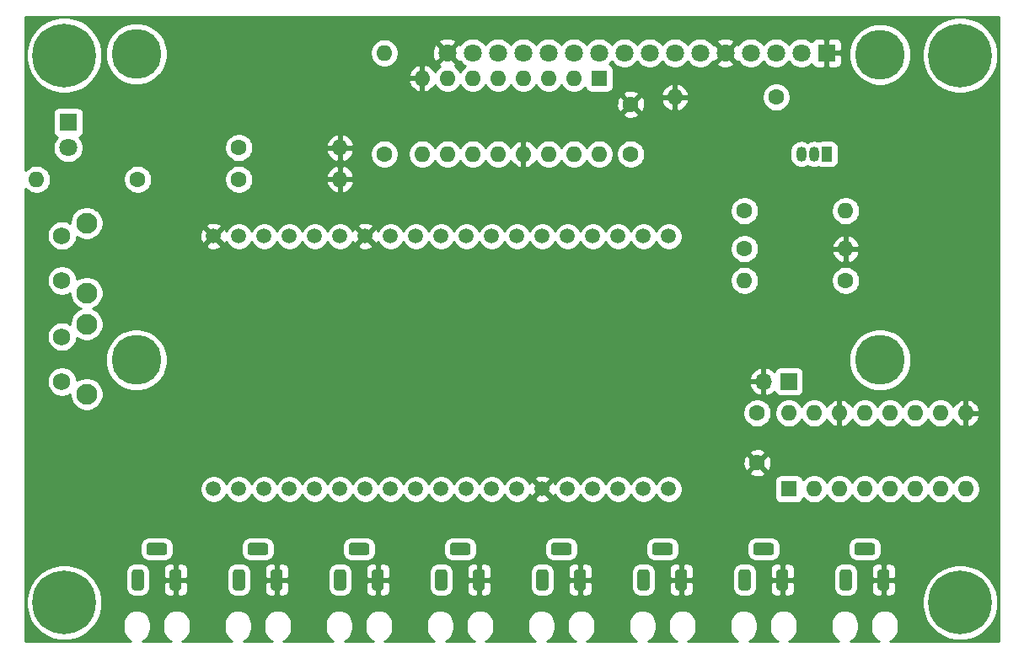
<source format=gbl>
G04 #@! TF.GenerationSoftware,KiCad,Pcbnew,(5.1.5)-2*
G04 #@! TF.CreationDate,2020-02-22T00:44:31+01:00*
G04 #@! TF.ProjectId,BBMini32,42424d69-6e69-4333-922e-6b696361645f,V1.0*
G04 #@! TF.SameCoordinates,PX1312d00PY510ff40*
G04 #@! TF.FileFunction,Copper,L2,Bot*
G04 #@! TF.FilePolarity,Positive*
%FSLAX46Y46*%
G04 Gerber Fmt 4.6, Leading zero omitted, Abs format (unit mm)*
G04 Created by KiCad (PCBNEW (5.1.5)-2) date 2020-02-22 00:44:31*
%MOMM*%
%LPD*%
G04 APERTURE LIST*
%ADD10C,2.100000*%
%ADD11C,1.750000*%
%ADD12C,1.800000*%
%ADD13R,1.800000X1.800000*%
%ADD14C,1.500000*%
%ADD15C,6.400000*%
%ADD16C,5.000000*%
%ADD17O,1.600000X1.600000*%
%ADD18R,1.600000X1.600000*%
%ADD19C,0.100000*%
%ADD20C,1.600000*%
%ADD21R,1.050000X1.500000*%
%ADD22O,1.050000X1.500000*%
%ADD23O,1.700000X1.700000*%
%ADD24R,1.700000X1.700000*%
%ADD25C,0.254000*%
G04 APERTURE END LIST*
D10*
X7255000Y32965000D03*
D11*
X4765000Y31715000D03*
X4765000Y27215000D03*
D10*
X7255000Y25955000D03*
X7255000Y43125000D03*
D11*
X4765000Y41875000D03*
X4765000Y37375000D03*
D10*
X7255000Y36115000D03*
D12*
X5400000Y50710000D03*
D13*
X5400000Y53250000D03*
D14*
X65725000Y41820000D03*
X42865000Y41820000D03*
X40325000Y41820000D03*
X60645000Y41820000D03*
X20005000Y41820000D03*
X22545000Y41820000D03*
X25085000Y41820000D03*
X27625000Y41820000D03*
X30165000Y41820000D03*
X32705000Y41820000D03*
X35245000Y41820000D03*
X37785000Y41820000D03*
X63185000Y41820000D03*
X58105000Y41820000D03*
X55565000Y41820000D03*
X53025000Y41820000D03*
X50485000Y41820000D03*
X47945000Y41820000D03*
X45405000Y41820000D03*
X65725000Y16420000D03*
X60645000Y16420000D03*
X20005000Y16420000D03*
X22545000Y16420000D03*
X25085000Y16420000D03*
X27625000Y16420000D03*
X30165000Y16420000D03*
X32705000Y16420000D03*
X35245000Y16420000D03*
X37785000Y16420000D03*
X63185000Y16420000D03*
X58105000Y16420000D03*
X55565000Y16420000D03*
X53025000Y16420000D03*
X50485000Y16420000D03*
X47945000Y16420000D03*
X45405000Y16420000D03*
X42865000Y16420000D03*
X40325000Y16420000D03*
D15*
X5000000Y5000000D03*
X95000000Y5000000D03*
X95000000Y60000000D03*
X5000000Y60000000D03*
D12*
X43496000Y60235000D03*
X46036000Y60235000D03*
X48576000Y60235000D03*
X51116000Y60235000D03*
X53656000Y60235000D03*
X56196000Y60235000D03*
X58736000Y60235000D03*
X61276000Y60235000D03*
X63816000Y60235000D03*
X66356000Y60235000D03*
X68896000Y60235000D03*
X71436000Y60235000D03*
X73976000Y60235000D03*
X76516000Y60235000D03*
X79056000Y60235000D03*
D13*
X81596000Y60235000D03*
D16*
X12246000Y29385000D03*
X86946000Y29385000D03*
X12246000Y60135000D03*
X86946000Y60085000D03*
D17*
X77790000Y24040000D03*
X95570000Y16420000D03*
X80330000Y24040000D03*
X93030000Y16420000D03*
X82870000Y24040000D03*
X90490000Y16420000D03*
X85410000Y24040000D03*
X87950000Y16420000D03*
X87950000Y24040000D03*
X85410000Y16420000D03*
X90490000Y24040000D03*
X82870000Y16420000D03*
X93030000Y24040000D03*
X80330000Y16420000D03*
X95570000Y24040000D03*
D18*
X77790000Y16420000D03*
D17*
X58740000Y50075000D03*
X40960000Y57695000D03*
X56200000Y50075000D03*
X43500000Y57695000D03*
X53660000Y50075000D03*
X46040000Y57695000D03*
X51120000Y50075000D03*
X48580000Y57695000D03*
X48580000Y50075000D03*
X51120000Y57695000D03*
X46040000Y50075000D03*
X53660000Y57695000D03*
X43500000Y50075000D03*
X56200000Y57695000D03*
X40960000Y50075000D03*
D18*
X58740000Y57695000D03*
G04 #@! TA.AperFunction,ComponentPad*
D19*
G36*
X83839405Y8336055D02*
G01*
X83868527Y8331736D01*
X83897085Y8324582D01*
X83924805Y8314664D01*
X83951419Y8302076D01*
X83976671Y8286941D01*
X84000318Y8269403D01*
X84022132Y8249632D01*
X84041903Y8227818D01*
X84059441Y8204171D01*
X84074576Y8178919D01*
X84087164Y8152305D01*
X84097082Y8124585D01*
X84104236Y8096027D01*
X84108555Y8066905D01*
X84110000Y8037500D01*
X84110000Y6537500D01*
X84108555Y6508095D01*
X84104236Y6478973D01*
X84097082Y6450415D01*
X84087164Y6422695D01*
X84074576Y6396081D01*
X84059441Y6370829D01*
X84041903Y6347182D01*
X84022132Y6325368D01*
X84000318Y6305597D01*
X83976671Y6288059D01*
X83951419Y6272924D01*
X83924805Y6260336D01*
X83897085Y6250418D01*
X83868527Y6243264D01*
X83839405Y6238945D01*
X83810000Y6237500D01*
X83210000Y6237500D01*
X83180595Y6238945D01*
X83151473Y6243264D01*
X83122915Y6250418D01*
X83095195Y6260336D01*
X83068581Y6272924D01*
X83043329Y6288059D01*
X83019682Y6305597D01*
X82997868Y6325368D01*
X82978097Y6347182D01*
X82960559Y6370829D01*
X82945424Y6396081D01*
X82932836Y6422695D01*
X82922918Y6450415D01*
X82915764Y6478973D01*
X82911445Y6508095D01*
X82910000Y6537500D01*
X82910000Y8037500D01*
X82911445Y8066905D01*
X82915764Y8096027D01*
X82922918Y8124585D01*
X82932836Y8152305D01*
X82945424Y8178919D01*
X82960559Y8204171D01*
X82978097Y8227818D01*
X82997868Y8249632D01*
X83019682Y8269403D01*
X83043329Y8286941D01*
X83068581Y8302076D01*
X83095195Y8314664D01*
X83122915Y8324582D01*
X83151473Y8331736D01*
X83180595Y8336055D01*
X83210000Y8337500D01*
X83810000Y8337500D01*
X83839405Y8336055D01*
G37*
G04 #@! TD.AperFunction*
G04 #@! TA.AperFunction,ComponentPad*
G36*
X86189405Y10986055D02*
G01*
X86218527Y10981736D01*
X86247085Y10974582D01*
X86274805Y10964664D01*
X86301419Y10952076D01*
X86326671Y10936941D01*
X86350318Y10919403D01*
X86372132Y10899632D01*
X86391903Y10877818D01*
X86409441Y10854171D01*
X86424576Y10828919D01*
X86437164Y10802305D01*
X86447082Y10774585D01*
X86454236Y10746027D01*
X86458555Y10716905D01*
X86460000Y10687500D01*
X86460000Y10087500D01*
X86458555Y10058095D01*
X86454236Y10028973D01*
X86447082Y10000415D01*
X86437164Y9972695D01*
X86424576Y9946081D01*
X86409441Y9920829D01*
X86391903Y9897182D01*
X86372132Y9875368D01*
X86350318Y9855597D01*
X86326671Y9838059D01*
X86301419Y9822924D01*
X86274805Y9810336D01*
X86247085Y9800418D01*
X86218527Y9793264D01*
X86189405Y9788945D01*
X86160000Y9787500D01*
X84660000Y9787500D01*
X84630595Y9788945D01*
X84601473Y9793264D01*
X84572915Y9800418D01*
X84545195Y9810336D01*
X84518581Y9822924D01*
X84493329Y9838059D01*
X84469682Y9855597D01*
X84447868Y9875368D01*
X84428097Y9897182D01*
X84410559Y9920829D01*
X84395424Y9946081D01*
X84382836Y9972695D01*
X84372918Y10000415D01*
X84365764Y10028973D01*
X84361445Y10058095D01*
X84360000Y10087500D01*
X84360000Y10687500D01*
X84361445Y10716905D01*
X84365764Y10746027D01*
X84372918Y10774585D01*
X84382836Y10802305D01*
X84395424Y10828919D01*
X84410559Y10854171D01*
X84428097Y10877818D01*
X84447868Y10899632D01*
X84469682Y10919403D01*
X84493329Y10936941D01*
X84518581Y10952076D01*
X84545195Y10964664D01*
X84572915Y10974582D01*
X84601473Y10981736D01*
X84630595Y10986055D01*
X84660000Y10987500D01*
X86160000Y10987500D01*
X86189405Y10986055D01*
G37*
G04 #@! TD.AperFunction*
G04 #@! TA.AperFunction,ComponentPad*
G36*
X87639405Y8336055D02*
G01*
X87668527Y8331736D01*
X87697085Y8324582D01*
X87724805Y8314664D01*
X87751419Y8302076D01*
X87776671Y8286941D01*
X87800318Y8269403D01*
X87822132Y8249632D01*
X87841903Y8227818D01*
X87859441Y8204171D01*
X87874576Y8178919D01*
X87887164Y8152305D01*
X87897082Y8124585D01*
X87904236Y8096027D01*
X87908555Y8066905D01*
X87910000Y8037500D01*
X87910000Y6537500D01*
X87908555Y6508095D01*
X87904236Y6478973D01*
X87897082Y6450415D01*
X87887164Y6422695D01*
X87874576Y6396081D01*
X87859441Y6370829D01*
X87841903Y6347182D01*
X87822132Y6325368D01*
X87800318Y6305597D01*
X87776671Y6288059D01*
X87751419Y6272924D01*
X87724805Y6260336D01*
X87697085Y6250418D01*
X87668527Y6243264D01*
X87639405Y6238945D01*
X87610000Y6237500D01*
X87010000Y6237500D01*
X86980595Y6238945D01*
X86951473Y6243264D01*
X86922915Y6250418D01*
X86895195Y6260336D01*
X86868581Y6272924D01*
X86843329Y6288059D01*
X86819682Y6305597D01*
X86797868Y6325368D01*
X86778097Y6347182D01*
X86760559Y6370829D01*
X86745424Y6396081D01*
X86732836Y6422695D01*
X86722918Y6450415D01*
X86715764Y6478973D01*
X86711445Y6508095D01*
X86710000Y6537500D01*
X86710000Y8037500D01*
X86711445Y8066905D01*
X86715764Y8096027D01*
X86722918Y8124585D01*
X86732836Y8152305D01*
X86745424Y8178919D01*
X86760559Y8204171D01*
X86778097Y8227818D01*
X86797868Y8249632D01*
X86819682Y8269403D01*
X86843329Y8286941D01*
X86868581Y8302076D01*
X86895195Y8314664D01*
X86922915Y8324582D01*
X86951473Y8331736D01*
X86980595Y8336055D01*
X87010000Y8337500D01*
X87610000Y8337500D01*
X87639405Y8336055D01*
G37*
G04 #@! TD.AperFunction*
G04 #@! TA.AperFunction,ComponentPad*
G36*
X73679405Y8336055D02*
G01*
X73708527Y8331736D01*
X73737085Y8324582D01*
X73764805Y8314664D01*
X73791419Y8302076D01*
X73816671Y8286941D01*
X73840318Y8269403D01*
X73862132Y8249632D01*
X73881903Y8227818D01*
X73899441Y8204171D01*
X73914576Y8178919D01*
X73927164Y8152305D01*
X73937082Y8124585D01*
X73944236Y8096027D01*
X73948555Y8066905D01*
X73950000Y8037500D01*
X73950000Y6537500D01*
X73948555Y6508095D01*
X73944236Y6478973D01*
X73937082Y6450415D01*
X73927164Y6422695D01*
X73914576Y6396081D01*
X73899441Y6370829D01*
X73881903Y6347182D01*
X73862132Y6325368D01*
X73840318Y6305597D01*
X73816671Y6288059D01*
X73791419Y6272924D01*
X73764805Y6260336D01*
X73737085Y6250418D01*
X73708527Y6243264D01*
X73679405Y6238945D01*
X73650000Y6237500D01*
X73050000Y6237500D01*
X73020595Y6238945D01*
X72991473Y6243264D01*
X72962915Y6250418D01*
X72935195Y6260336D01*
X72908581Y6272924D01*
X72883329Y6288059D01*
X72859682Y6305597D01*
X72837868Y6325368D01*
X72818097Y6347182D01*
X72800559Y6370829D01*
X72785424Y6396081D01*
X72772836Y6422695D01*
X72762918Y6450415D01*
X72755764Y6478973D01*
X72751445Y6508095D01*
X72750000Y6537500D01*
X72750000Y8037500D01*
X72751445Y8066905D01*
X72755764Y8096027D01*
X72762918Y8124585D01*
X72772836Y8152305D01*
X72785424Y8178919D01*
X72800559Y8204171D01*
X72818097Y8227818D01*
X72837868Y8249632D01*
X72859682Y8269403D01*
X72883329Y8286941D01*
X72908581Y8302076D01*
X72935195Y8314664D01*
X72962915Y8324582D01*
X72991473Y8331736D01*
X73020595Y8336055D01*
X73050000Y8337500D01*
X73650000Y8337500D01*
X73679405Y8336055D01*
G37*
G04 #@! TD.AperFunction*
G04 #@! TA.AperFunction,ComponentPad*
G36*
X76029405Y10986055D02*
G01*
X76058527Y10981736D01*
X76087085Y10974582D01*
X76114805Y10964664D01*
X76141419Y10952076D01*
X76166671Y10936941D01*
X76190318Y10919403D01*
X76212132Y10899632D01*
X76231903Y10877818D01*
X76249441Y10854171D01*
X76264576Y10828919D01*
X76277164Y10802305D01*
X76287082Y10774585D01*
X76294236Y10746027D01*
X76298555Y10716905D01*
X76300000Y10687500D01*
X76300000Y10087500D01*
X76298555Y10058095D01*
X76294236Y10028973D01*
X76287082Y10000415D01*
X76277164Y9972695D01*
X76264576Y9946081D01*
X76249441Y9920829D01*
X76231903Y9897182D01*
X76212132Y9875368D01*
X76190318Y9855597D01*
X76166671Y9838059D01*
X76141419Y9822924D01*
X76114805Y9810336D01*
X76087085Y9800418D01*
X76058527Y9793264D01*
X76029405Y9788945D01*
X76000000Y9787500D01*
X74500000Y9787500D01*
X74470595Y9788945D01*
X74441473Y9793264D01*
X74412915Y9800418D01*
X74385195Y9810336D01*
X74358581Y9822924D01*
X74333329Y9838059D01*
X74309682Y9855597D01*
X74287868Y9875368D01*
X74268097Y9897182D01*
X74250559Y9920829D01*
X74235424Y9946081D01*
X74222836Y9972695D01*
X74212918Y10000415D01*
X74205764Y10028973D01*
X74201445Y10058095D01*
X74200000Y10087500D01*
X74200000Y10687500D01*
X74201445Y10716905D01*
X74205764Y10746027D01*
X74212918Y10774585D01*
X74222836Y10802305D01*
X74235424Y10828919D01*
X74250559Y10854171D01*
X74268097Y10877818D01*
X74287868Y10899632D01*
X74309682Y10919403D01*
X74333329Y10936941D01*
X74358581Y10952076D01*
X74385195Y10964664D01*
X74412915Y10974582D01*
X74441473Y10981736D01*
X74470595Y10986055D01*
X74500000Y10987500D01*
X76000000Y10987500D01*
X76029405Y10986055D01*
G37*
G04 #@! TD.AperFunction*
G04 #@! TA.AperFunction,ComponentPad*
G36*
X77479405Y8336055D02*
G01*
X77508527Y8331736D01*
X77537085Y8324582D01*
X77564805Y8314664D01*
X77591419Y8302076D01*
X77616671Y8286941D01*
X77640318Y8269403D01*
X77662132Y8249632D01*
X77681903Y8227818D01*
X77699441Y8204171D01*
X77714576Y8178919D01*
X77727164Y8152305D01*
X77737082Y8124585D01*
X77744236Y8096027D01*
X77748555Y8066905D01*
X77750000Y8037500D01*
X77750000Y6537500D01*
X77748555Y6508095D01*
X77744236Y6478973D01*
X77737082Y6450415D01*
X77727164Y6422695D01*
X77714576Y6396081D01*
X77699441Y6370829D01*
X77681903Y6347182D01*
X77662132Y6325368D01*
X77640318Y6305597D01*
X77616671Y6288059D01*
X77591419Y6272924D01*
X77564805Y6260336D01*
X77537085Y6250418D01*
X77508527Y6243264D01*
X77479405Y6238945D01*
X77450000Y6237500D01*
X76850000Y6237500D01*
X76820595Y6238945D01*
X76791473Y6243264D01*
X76762915Y6250418D01*
X76735195Y6260336D01*
X76708581Y6272924D01*
X76683329Y6288059D01*
X76659682Y6305597D01*
X76637868Y6325368D01*
X76618097Y6347182D01*
X76600559Y6370829D01*
X76585424Y6396081D01*
X76572836Y6422695D01*
X76562918Y6450415D01*
X76555764Y6478973D01*
X76551445Y6508095D01*
X76550000Y6537500D01*
X76550000Y8037500D01*
X76551445Y8066905D01*
X76555764Y8096027D01*
X76562918Y8124585D01*
X76572836Y8152305D01*
X76585424Y8178919D01*
X76600559Y8204171D01*
X76618097Y8227818D01*
X76637868Y8249632D01*
X76659682Y8269403D01*
X76683329Y8286941D01*
X76708581Y8302076D01*
X76735195Y8314664D01*
X76762915Y8324582D01*
X76791473Y8331736D01*
X76820595Y8336055D01*
X76850000Y8337500D01*
X77450000Y8337500D01*
X77479405Y8336055D01*
G37*
G04 #@! TD.AperFunction*
G04 #@! TA.AperFunction,ComponentPad*
G36*
X63519405Y8336055D02*
G01*
X63548527Y8331736D01*
X63577085Y8324582D01*
X63604805Y8314664D01*
X63631419Y8302076D01*
X63656671Y8286941D01*
X63680318Y8269403D01*
X63702132Y8249632D01*
X63721903Y8227818D01*
X63739441Y8204171D01*
X63754576Y8178919D01*
X63767164Y8152305D01*
X63777082Y8124585D01*
X63784236Y8096027D01*
X63788555Y8066905D01*
X63790000Y8037500D01*
X63790000Y6537500D01*
X63788555Y6508095D01*
X63784236Y6478973D01*
X63777082Y6450415D01*
X63767164Y6422695D01*
X63754576Y6396081D01*
X63739441Y6370829D01*
X63721903Y6347182D01*
X63702132Y6325368D01*
X63680318Y6305597D01*
X63656671Y6288059D01*
X63631419Y6272924D01*
X63604805Y6260336D01*
X63577085Y6250418D01*
X63548527Y6243264D01*
X63519405Y6238945D01*
X63490000Y6237500D01*
X62890000Y6237500D01*
X62860595Y6238945D01*
X62831473Y6243264D01*
X62802915Y6250418D01*
X62775195Y6260336D01*
X62748581Y6272924D01*
X62723329Y6288059D01*
X62699682Y6305597D01*
X62677868Y6325368D01*
X62658097Y6347182D01*
X62640559Y6370829D01*
X62625424Y6396081D01*
X62612836Y6422695D01*
X62602918Y6450415D01*
X62595764Y6478973D01*
X62591445Y6508095D01*
X62590000Y6537500D01*
X62590000Y8037500D01*
X62591445Y8066905D01*
X62595764Y8096027D01*
X62602918Y8124585D01*
X62612836Y8152305D01*
X62625424Y8178919D01*
X62640559Y8204171D01*
X62658097Y8227818D01*
X62677868Y8249632D01*
X62699682Y8269403D01*
X62723329Y8286941D01*
X62748581Y8302076D01*
X62775195Y8314664D01*
X62802915Y8324582D01*
X62831473Y8331736D01*
X62860595Y8336055D01*
X62890000Y8337500D01*
X63490000Y8337500D01*
X63519405Y8336055D01*
G37*
G04 #@! TD.AperFunction*
G04 #@! TA.AperFunction,ComponentPad*
G36*
X65869405Y10986055D02*
G01*
X65898527Y10981736D01*
X65927085Y10974582D01*
X65954805Y10964664D01*
X65981419Y10952076D01*
X66006671Y10936941D01*
X66030318Y10919403D01*
X66052132Y10899632D01*
X66071903Y10877818D01*
X66089441Y10854171D01*
X66104576Y10828919D01*
X66117164Y10802305D01*
X66127082Y10774585D01*
X66134236Y10746027D01*
X66138555Y10716905D01*
X66140000Y10687500D01*
X66140000Y10087500D01*
X66138555Y10058095D01*
X66134236Y10028973D01*
X66127082Y10000415D01*
X66117164Y9972695D01*
X66104576Y9946081D01*
X66089441Y9920829D01*
X66071903Y9897182D01*
X66052132Y9875368D01*
X66030318Y9855597D01*
X66006671Y9838059D01*
X65981419Y9822924D01*
X65954805Y9810336D01*
X65927085Y9800418D01*
X65898527Y9793264D01*
X65869405Y9788945D01*
X65840000Y9787500D01*
X64340000Y9787500D01*
X64310595Y9788945D01*
X64281473Y9793264D01*
X64252915Y9800418D01*
X64225195Y9810336D01*
X64198581Y9822924D01*
X64173329Y9838059D01*
X64149682Y9855597D01*
X64127868Y9875368D01*
X64108097Y9897182D01*
X64090559Y9920829D01*
X64075424Y9946081D01*
X64062836Y9972695D01*
X64052918Y10000415D01*
X64045764Y10028973D01*
X64041445Y10058095D01*
X64040000Y10087500D01*
X64040000Y10687500D01*
X64041445Y10716905D01*
X64045764Y10746027D01*
X64052918Y10774585D01*
X64062836Y10802305D01*
X64075424Y10828919D01*
X64090559Y10854171D01*
X64108097Y10877818D01*
X64127868Y10899632D01*
X64149682Y10919403D01*
X64173329Y10936941D01*
X64198581Y10952076D01*
X64225195Y10964664D01*
X64252915Y10974582D01*
X64281473Y10981736D01*
X64310595Y10986055D01*
X64340000Y10987500D01*
X65840000Y10987500D01*
X65869405Y10986055D01*
G37*
G04 #@! TD.AperFunction*
G04 #@! TA.AperFunction,ComponentPad*
G36*
X67319405Y8336055D02*
G01*
X67348527Y8331736D01*
X67377085Y8324582D01*
X67404805Y8314664D01*
X67431419Y8302076D01*
X67456671Y8286941D01*
X67480318Y8269403D01*
X67502132Y8249632D01*
X67521903Y8227818D01*
X67539441Y8204171D01*
X67554576Y8178919D01*
X67567164Y8152305D01*
X67577082Y8124585D01*
X67584236Y8096027D01*
X67588555Y8066905D01*
X67590000Y8037500D01*
X67590000Y6537500D01*
X67588555Y6508095D01*
X67584236Y6478973D01*
X67577082Y6450415D01*
X67567164Y6422695D01*
X67554576Y6396081D01*
X67539441Y6370829D01*
X67521903Y6347182D01*
X67502132Y6325368D01*
X67480318Y6305597D01*
X67456671Y6288059D01*
X67431419Y6272924D01*
X67404805Y6260336D01*
X67377085Y6250418D01*
X67348527Y6243264D01*
X67319405Y6238945D01*
X67290000Y6237500D01*
X66690000Y6237500D01*
X66660595Y6238945D01*
X66631473Y6243264D01*
X66602915Y6250418D01*
X66575195Y6260336D01*
X66548581Y6272924D01*
X66523329Y6288059D01*
X66499682Y6305597D01*
X66477868Y6325368D01*
X66458097Y6347182D01*
X66440559Y6370829D01*
X66425424Y6396081D01*
X66412836Y6422695D01*
X66402918Y6450415D01*
X66395764Y6478973D01*
X66391445Y6508095D01*
X66390000Y6537500D01*
X66390000Y8037500D01*
X66391445Y8066905D01*
X66395764Y8096027D01*
X66402918Y8124585D01*
X66412836Y8152305D01*
X66425424Y8178919D01*
X66440559Y8204171D01*
X66458097Y8227818D01*
X66477868Y8249632D01*
X66499682Y8269403D01*
X66523329Y8286941D01*
X66548581Y8302076D01*
X66575195Y8314664D01*
X66602915Y8324582D01*
X66631473Y8331736D01*
X66660595Y8336055D01*
X66690000Y8337500D01*
X67290000Y8337500D01*
X67319405Y8336055D01*
G37*
G04 #@! TD.AperFunction*
G04 #@! TA.AperFunction,ComponentPad*
G36*
X53359405Y8336055D02*
G01*
X53388527Y8331736D01*
X53417085Y8324582D01*
X53444805Y8314664D01*
X53471419Y8302076D01*
X53496671Y8286941D01*
X53520318Y8269403D01*
X53542132Y8249632D01*
X53561903Y8227818D01*
X53579441Y8204171D01*
X53594576Y8178919D01*
X53607164Y8152305D01*
X53617082Y8124585D01*
X53624236Y8096027D01*
X53628555Y8066905D01*
X53630000Y8037500D01*
X53630000Y6537500D01*
X53628555Y6508095D01*
X53624236Y6478973D01*
X53617082Y6450415D01*
X53607164Y6422695D01*
X53594576Y6396081D01*
X53579441Y6370829D01*
X53561903Y6347182D01*
X53542132Y6325368D01*
X53520318Y6305597D01*
X53496671Y6288059D01*
X53471419Y6272924D01*
X53444805Y6260336D01*
X53417085Y6250418D01*
X53388527Y6243264D01*
X53359405Y6238945D01*
X53330000Y6237500D01*
X52730000Y6237500D01*
X52700595Y6238945D01*
X52671473Y6243264D01*
X52642915Y6250418D01*
X52615195Y6260336D01*
X52588581Y6272924D01*
X52563329Y6288059D01*
X52539682Y6305597D01*
X52517868Y6325368D01*
X52498097Y6347182D01*
X52480559Y6370829D01*
X52465424Y6396081D01*
X52452836Y6422695D01*
X52442918Y6450415D01*
X52435764Y6478973D01*
X52431445Y6508095D01*
X52430000Y6537500D01*
X52430000Y8037500D01*
X52431445Y8066905D01*
X52435764Y8096027D01*
X52442918Y8124585D01*
X52452836Y8152305D01*
X52465424Y8178919D01*
X52480559Y8204171D01*
X52498097Y8227818D01*
X52517868Y8249632D01*
X52539682Y8269403D01*
X52563329Y8286941D01*
X52588581Y8302076D01*
X52615195Y8314664D01*
X52642915Y8324582D01*
X52671473Y8331736D01*
X52700595Y8336055D01*
X52730000Y8337500D01*
X53330000Y8337500D01*
X53359405Y8336055D01*
G37*
G04 #@! TD.AperFunction*
G04 #@! TA.AperFunction,ComponentPad*
G36*
X55709405Y10986055D02*
G01*
X55738527Y10981736D01*
X55767085Y10974582D01*
X55794805Y10964664D01*
X55821419Y10952076D01*
X55846671Y10936941D01*
X55870318Y10919403D01*
X55892132Y10899632D01*
X55911903Y10877818D01*
X55929441Y10854171D01*
X55944576Y10828919D01*
X55957164Y10802305D01*
X55967082Y10774585D01*
X55974236Y10746027D01*
X55978555Y10716905D01*
X55980000Y10687500D01*
X55980000Y10087500D01*
X55978555Y10058095D01*
X55974236Y10028973D01*
X55967082Y10000415D01*
X55957164Y9972695D01*
X55944576Y9946081D01*
X55929441Y9920829D01*
X55911903Y9897182D01*
X55892132Y9875368D01*
X55870318Y9855597D01*
X55846671Y9838059D01*
X55821419Y9822924D01*
X55794805Y9810336D01*
X55767085Y9800418D01*
X55738527Y9793264D01*
X55709405Y9788945D01*
X55680000Y9787500D01*
X54180000Y9787500D01*
X54150595Y9788945D01*
X54121473Y9793264D01*
X54092915Y9800418D01*
X54065195Y9810336D01*
X54038581Y9822924D01*
X54013329Y9838059D01*
X53989682Y9855597D01*
X53967868Y9875368D01*
X53948097Y9897182D01*
X53930559Y9920829D01*
X53915424Y9946081D01*
X53902836Y9972695D01*
X53892918Y10000415D01*
X53885764Y10028973D01*
X53881445Y10058095D01*
X53880000Y10087500D01*
X53880000Y10687500D01*
X53881445Y10716905D01*
X53885764Y10746027D01*
X53892918Y10774585D01*
X53902836Y10802305D01*
X53915424Y10828919D01*
X53930559Y10854171D01*
X53948097Y10877818D01*
X53967868Y10899632D01*
X53989682Y10919403D01*
X54013329Y10936941D01*
X54038581Y10952076D01*
X54065195Y10964664D01*
X54092915Y10974582D01*
X54121473Y10981736D01*
X54150595Y10986055D01*
X54180000Y10987500D01*
X55680000Y10987500D01*
X55709405Y10986055D01*
G37*
G04 #@! TD.AperFunction*
G04 #@! TA.AperFunction,ComponentPad*
G36*
X57159405Y8336055D02*
G01*
X57188527Y8331736D01*
X57217085Y8324582D01*
X57244805Y8314664D01*
X57271419Y8302076D01*
X57296671Y8286941D01*
X57320318Y8269403D01*
X57342132Y8249632D01*
X57361903Y8227818D01*
X57379441Y8204171D01*
X57394576Y8178919D01*
X57407164Y8152305D01*
X57417082Y8124585D01*
X57424236Y8096027D01*
X57428555Y8066905D01*
X57430000Y8037500D01*
X57430000Y6537500D01*
X57428555Y6508095D01*
X57424236Y6478973D01*
X57417082Y6450415D01*
X57407164Y6422695D01*
X57394576Y6396081D01*
X57379441Y6370829D01*
X57361903Y6347182D01*
X57342132Y6325368D01*
X57320318Y6305597D01*
X57296671Y6288059D01*
X57271419Y6272924D01*
X57244805Y6260336D01*
X57217085Y6250418D01*
X57188527Y6243264D01*
X57159405Y6238945D01*
X57130000Y6237500D01*
X56530000Y6237500D01*
X56500595Y6238945D01*
X56471473Y6243264D01*
X56442915Y6250418D01*
X56415195Y6260336D01*
X56388581Y6272924D01*
X56363329Y6288059D01*
X56339682Y6305597D01*
X56317868Y6325368D01*
X56298097Y6347182D01*
X56280559Y6370829D01*
X56265424Y6396081D01*
X56252836Y6422695D01*
X56242918Y6450415D01*
X56235764Y6478973D01*
X56231445Y6508095D01*
X56230000Y6537500D01*
X56230000Y8037500D01*
X56231445Y8066905D01*
X56235764Y8096027D01*
X56242918Y8124585D01*
X56252836Y8152305D01*
X56265424Y8178919D01*
X56280559Y8204171D01*
X56298097Y8227818D01*
X56317868Y8249632D01*
X56339682Y8269403D01*
X56363329Y8286941D01*
X56388581Y8302076D01*
X56415195Y8314664D01*
X56442915Y8324582D01*
X56471473Y8331736D01*
X56500595Y8336055D01*
X56530000Y8337500D01*
X57130000Y8337500D01*
X57159405Y8336055D01*
G37*
G04 #@! TD.AperFunction*
G04 #@! TA.AperFunction,ComponentPad*
G36*
X43199405Y8336055D02*
G01*
X43228527Y8331736D01*
X43257085Y8324582D01*
X43284805Y8314664D01*
X43311419Y8302076D01*
X43336671Y8286941D01*
X43360318Y8269403D01*
X43382132Y8249632D01*
X43401903Y8227818D01*
X43419441Y8204171D01*
X43434576Y8178919D01*
X43447164Y8152305D01*
X43457082Y8124585D01*
X43464236Y8096027D01*
X43468555Y8066905D01*
X43470000Y8037500D01*
X43470000Y6537500D01*
X43468555Y6508095D01*
X43464236Y6478973D01*
X43457082Y6450415D01*
X43447164Y6422695D01*
X43434576Y6396081D01*
X43419441Y6370829D01*
X43401903Y6347182D01*
X43382132Y6325368D01*
X43360318Y6305597D01*
X43336671Y6288059D01*
X43311419Y6272924D01*
X43284805Y6260336D01*
X43257085Y6250418D01*
X43228527Y6243264D01*
X43199405Y6238945D01*
X43170000Y6237500D01*
X42570000Y6237500D01*
X42540595Y6238945D01*
X42511473Y6243264D01*
X42482915Y6250418D01*
X42455195Y6260336D01*
X42428581Y6272924D01*
X42403329Y6288059D01*
X42379682Y6305597D01*
X42357868Y6325368D01*
X42338097Y6347182D01*
X42320559Y6370829D01*
X42305424Y6396081D01*
X42292836Y6422695D01*
X42282918Y6450415D01*
X42275764Y6478973D01*
X42271445Y6508095D01*
X42270000Y6537500D01*
X42270000Y8037500D01*
X42271445Y8066905D01*
X42275764Y8096027D01*
X42282918Y8124585D01*
X42292836Y8152305D01*
X42305424Y8178919D01*
X42320559Y8204171D01*
X42338097Y8227818D01*
X42357868Y8249632D01*
X42379682Y8269403D01*
X42403329Y8286941D01*
X42428581Y8302076D01*
X42455195Y8314664D01*
X42482915Y8324582D01*
X42511473Y8331736D01*
X42540595Y8336055D01*
X42570000Y8337500D01*
X43170000Y8337500D01*
X43199405Y8336055D01*
G37*
G04 #@! TD.AperFunction*
G04 #@! TA.AperFunction,ComponentPad*
G36*
X45549405Y10986055D02*
G01*
X45578527Y10981736D01*
X45607085Y10974582D01*
X45634805Y10964664D01*
X45661419Y10952076D01*
X45686671Y10936941D01*
X45710318Y10919403D01*
X45732132Y10899632D01*
X45751903Y10877818D01*
X45769441Y10854171D01*
X45784576Y10828919D01*
X45797164Y10802305D01*
X45807082Y10774585D01*
X45814236Y10746027D01*
X45818555Y10716905D01*
X45820000Y10687500D01*
X45820000Y10087500D01*
X45818555Y10058095D01*
X45814236Y10028973D01*
X45807082Y10000415D01*
X45797164Y9972695D01*
X45784576Y9946081D01*
X45769441Y9920829D01*
X45751903Y9897182D01*
X45732132Y9875368D01*
X45710318Y9855597D01*
X45686671Y9838059D01*
X45661419Y9822924D01*
X45634805Y9810336D01*
X45607085Y9800418D01*
X45578527Y9793264D01*
X45549405Y9788945D01*
X45520000Y9787500D01*
X44020000Y9787500D01*
X43990595Y9788945D01*
X43961473Y9793264D01*
X43932915Y9800418D01*
X43905195Y9810336D01*
X43878581Y9822924D01*
X43853329Y9838059D01*
X43829682Y9855597D01*
X43807868Y9875368D01*
X43788097Y9897182D01*
X43770559Y9920829D01*
X43755424Y9946081D01*
X43742836Y9972695D01*
X43732918Y10000415D01*
X43725764Y10028973D01*
X43721445Y10058095D01*
X43720000Y10087500D01*
X43720000Y10687500D01*
X43721445Y10716905D01*
X43725764Y10746027D01*
X43732918Y10774585D01*
X43742836Y10802305D01*
X43755424Y10828919D01*
X43770559Y10854171D01*
X43788097Y10877818D01*
X43807868Y10899632D01*
X43829682Y10919403D01*
X43853329Y10936941D01*
X43878581Y10952076D01*
X43905195Y10964664D01*
X43932915Y10974582D01*
X43961473Y10981736D01*
X43990595Y10986055D01*
X44020000Y10987500D01*
X45520000Y10987500D01*
X45549405Y10986055D01*
G37*
G04 #@! TD.AperFunction*
G04 #@! TA.AperFunction,ComponentPad*
G36*
X46999405Y8336055D02*
G01*
X47028527Y8331736D01*
X47057085Y8324582D01*
X47084805Y8314664D01*
X47111419Y8302076D01*
X47136671Y8286941D01*
X47160318Y8269403D01*
X47182132Y8249632D01*
X47201903Y8227818D01*
X47219441Y8204171D01*
X47234576Y8178919D01*
X47247164Y8152305D01*
X47257082Y8124585D01*
X47264236Y8096027D01*
X47268555Y8066905D01*
X47270000Y8037500D01*
X47270000Y6537500D01*
X47268555Y6508095D01*
X47264236Y6478973D01*
X47257082Y6450415D01*
X47247164Y6422695D01*
X47234576Y6396081D01*
X47219441Y6370829D01*
X47201903Y6347182D01*
X47182132Y6325368D01*
X47160318Y6305597D01*
X47136671Y6288059D01*
X47111419Y6272924D01*
X47084805Y6260336D01*
X47057085Y6250418D01*
X47028527Y6243264D01*
X46999405Y6238945D01*
X46970000Y6237500D01*
X46370000Y6237500D01*
X46340595Y6238945D01*
X46311473Y6243264D01*
X46282915Y6250418D01*
X46255195Y6260336D01*
X46228581Y6272924D01*
X46203329Y6288059D01*
X46179682Y6305597D01*
X46157868Y6325368D01*
X46138097Y6347182D01*
X46120559Y6370829D01*
X46105424Y6396081D01*
X46092836Y6422695D01*
X46082918Y6450415D01*
X46075764Y6478973D01*
X46071445Y6508095D01*
X46070000Y6537500D01*
X46070000Y8037500D01*
X46071445Y8066905D01*
X46075764Y8096027D01*
X46082918Y8124585D01*
X46092836Y8152305D01*
X46105424Y8178919D01*
X46120559Y8204171D01*
X46138097Y8227818D01*
X46157868Y8249632D01*
X46179682Y8269403D01*
X46203329Y8286941D01*
X46228581Y8302076D01*
X46255195Y8314664D01*
X46282915Y8324582D01*
X46311473Y8331736D01*
X46340595Y8336055D01*
X46370000Y8337500D01*
X46970000Y8337500D01*
X46999405Y8336055D01*
G37*
G04 #@! TD.AperFunction*
G04 #@! TA.AperFunction,ComponentPad*
G36*
X33039405Y8336055D02*
G01*
X33068527Y8331736D01*
X33097085Y8324582D01*
X33124805Y8314664D01*
X33151419Y8302076D01*
X33176671Y8286941D01*
X33200318Y8269403D01*
X33222132Y8249632D01*
X33241903Y8227818D01*
X33259441Y8204171D01*
X33274576Y8178919D01*
X33287164Y8152305D01*
X33297082Y8124585D01*
X33304236Y8096027D01*
X33308555Y8066905D01*
X33310000Y8037500D01*
X33310000Y6537500D01*
X33308555Y6508095D01*
X33304236Y6478973D01*
X33297082Y6450415D01*
X33287164Y6422695D01*
X33274576Y6396081D01*
X33259441Y6370829D01*
X33241903Y6347182D01*
X33222132Y6325368D01*
X33200318Y6305597D01*
X33176671Y6288059D01*
X33151419Y6272924D01*
X33124805Y6260336D01*
X33097085Y6250418D01*
X33068527Y6243264D01*
X33039405Y6238945D01*
X33010000Y6237500D01*
X32410000Y6237500D01*
X32380595Y6238945D01*
X32351473Y6243264D01*
X32322915Y6250418D01*
X32295195Y6260336D01*
X32268581Y6272924D01*
X32243329Y6288059D01*
X32219682Y6305597D01*
X32197868Y6325368D01*
X32178097Y6347182D01*
X32160559Y6370829D01*
X32145424Y6396081D01*
X32132836Y6422695D01*
X32122918Y6450415D01*
X32115764Y6478973D01*
X32111445Y6508095D01*
X32110000Y6537500D01*
X32110000Y8037500D01*
X32111445Y8066905D01*
X32115764Y8096027D01*
X32122918Y8124585D01*
X32132836Y8152305D01*
X32145424Y8178919D01*
X32160559Y8204171D01*
X32178097Y8227818D01*
X32197868Y8249632D01*
X32219682Y8269403D01*
X32243329Y8286941D01*
X32268581Y8302076D01*
X32295195Y8314664D01*
X32322915Y8324582D01*
X32351473Y8331736D01*
X32380595Y8336055D01*
X32410000Y8337500D01*
X33010000Y8337500D01*
X33039405Y8336055D01*
G37*
G04 #@! TD.AperFunction*
G04 #@! TA.AperFunction,ComponentPad*
G36*
X35389405Y10986055D02*
G01*
X35418527Y10981736D01*
X35447085Y10974582D01*
X35474805Y10964664D01*
X35501419Y10952076D01*
X35526671Y10936941D01*
X35550318Y10919403D01*
X35572132Y10899632D01*
X35591903Y10877818D01*
X35609441Y10854171D01*
X35624576Y10828919D01*
X35637164Y10802305D01*
X35647082Y10774585D01*
X35654236Y10746027D01*
X35658555Y10716905D01*
X35660000Y10687500D01*
X35660000Y10087500D01*
X35658555Y10058095D01*
X35654236Y10028973D01*
X35647082Y10000415D01*
X35637164Y9972695D01*
X35624576Y9946081D01*
X35609441Y9920829D01*
X35591903Y9897182D01*
X35572132Y9875368D01*
X35550318Y9855597D01*
X35526671Y9838059D01*
X35501419Y9822924D01*
X35474805Y9810336D01*
X35447085Y9800418D01*
X35418527Y9793264D01*
X35389405Y9788945D01*
X35360000Y9787500D01*
X33860000Y9787500D01*
X33830595Y9788945D01*
X33801473Y9793264D01*
X33772915Y9800418D01*
X33745195Y9810336D01*
X33718581Y9822924D01*
X33693329Y9838059D01*
X33669682Y9855597D01*
X33647868Y9875368D01*
X33628097Y9897182D01*
X33610559Y9920829D01*
X33595424Y9946081D01*
X33582836Y9972695D01*
X33572918Y10000415D01*
X33565764Y10028973D01*
X33561445Y10058095D01*
X33560000Y10087500D01*
X33560000Y10687500D01*
X33561445Y10716905D01*
X33565764Y10746027D01*
X33572918Y10774585D01*
X33582836Y10802305D01*
X33595424Y10828919D01*
X33610559Y10854171D01*
X33628097Y10877818D01*
X33647868Y10899632D01*
X33669682Y10919403D01*
X33693329Y10936941D01*
X33718581Y10952076D01*
X33745195Y10964664D01*
X33772915Y10974582D01*
X33801473Y10981736D01*
X33830595Y10986055D01*
X33860000Y10987500D01*
X35360000Y10987500D01*
X35389405Y10986055D01*
G37*
G04 #@! TD.AperFunction*
G04 #@! TA.AperFunction,ComponentPad*
G36*
X36839405Y8336055D02*
G01*
X36868527Y8331736D01*
X36897085Y8324582D01*
X36924805Y8314664D01*
X36951419Y8302076D01*
X36976671Y8286941D01*
X37000318Y8269403D01*
X37022132Y8249632D01*
X37041903Y8227818D01*
X37059441Y8204171D01*
X37074576Y8178919D01*
X37087164Y8152305D01*
X37097082Y8124585D01*
X37104236Y8096027D01*
X37108555Y8066905D01*
X37110000Y8037500D01*
X37110000Y6537500D01*
X37108555Y6508095D01*
X37104236Y6478973D01*
X37097082Y6450415D01*
X37087164Y6422695D01*
X37074576Y6396081D01*
X37059441Y6370829D01*
X37041903Y6347182D01*
X37022132Y6325368D01*
X37000318Y6305597D01*
X36976671Y6288059D01*
X36951419Y6272924D01*
X36924805Y6260336D01*
X36897085Y6250418D01*
X36868527Y6243264D01*
X36839405Y6238945D01*
X36810000Y6237500D01*
X36210000Y6237500D01*
X36180595Y6238945D01*
X36151473Y6243264D01*
X36122915Y6250418D01*
X36095195Y6260336D01*
X36068581Y6272924D01*
X36043329Y6288059D01*
X36019682Y6305597D01*
X35997868Y6325368D01*
X35978097Y6347182D01*
X35960559Y6370829D01*
X35945424Y6396081D01*
X35932836Y6422695D01*
X35922918Y6450415D01*
X35915764Y6478973D01*
X35911445Y6508095D01*
X35910000Y6537500D01*
X35910000Y8037500D01*
X35911445Y8066905D01*
X35915764Y8096027D01*
X35922918Y8124585D01*
X35932836Y8152305D01*
X35945424Y8178919D01*
X35960559Y8204171D01*
X35978097Y8227818D01*
X35997868Y8249632D01*
X36019682Y8269403D01*
X36043329Y8286941D01*
X36068581Y8302076D01*
X36095195Y8314664D01*
X36122915Y8324582D01*
X36151473Y8331736D01*
X36180595Y8336055D01*
X36210000Y8337500D01*
X36810000Y8337500D01*
X36839405Y8336055D01*
G37*
G04 #@! TD.AperFunction*
G04 #@! TA.AperFunction,ComponentPad*
G36*
X22879405Y8336055D02*
G01*
X22908527Y8331736D01*
X22937085Y8324582D01*
X22964805Y8314664D01*
X22991419Y8302076D01*
X23016671Y8286941D01*
X23040318Y8269403D01*
X23062132Y8249632D01*
X23081903Y8227818D01*
X23099441Y8204171D01*
X23114576Y8178919D01*
X23127164Y8152305D01*
X23137082Y8124585D01*
X23144236Y8096027D01*
X23148555Y8066905D01*
X23150000Y8037500D01*
X23150000Y6537500D01*
X23148555Y6508095D01*
X23144236Y6478973D01*
X23137082Y6450415D01*
X23127164Y6422695D01*
X23114576Y6396081D01*
X23099441Y6370829D01*
X23081903Y6347182D01*
X23062132Y6325368D01*
X23040318Y6305597D01*
X23016671Y6288059D01*
X22991419Y6272924D01*
X22964805Y6260336D01*
X22937085Y6250418D01*
X22908527Y6243264D01*
X22879405Y6238945D01*
X22850000Y6237500D01*
X22250000Y6237500D01*
X22220595Y6238945D01*
X22191473Y6243264D01*
X22162915Y6250418D01*
X22135195Y6260336D01*
X22108581Y6272924D01*
X22083329Y6288059D01*
X22059682Y6305597D01*
X22037868Y6325368D01*
X22018097Y6347182D01*
X22000559Y6370829D01*
X21985424Y6396081D01*
X21972836Y6422695D01*
X21962918Y6450415D01*
X21955764Y6478973D01*
X21951445Y6508095D01*
X21950000Y6537500D01*
X21950000Y8037500D01*
X21951445Y8066905D01*
X21955764Y8096027D01*
X21962918Y8124585D01*
X21972836Y8152305D01*
X21985424Y8178919D01*
X22000559Y8204171D01*
X22018097Y8227818D01*
X22037868Y8249632D01*
X22059682Y8269403D01*
X22083329Y8286941D01*
X22108581Y8302076D01*
X22135195Y8314664D01*
X22162915Y8324582D01*
X22191473Y8331736D01*
X22220595Y8336055D01*
X22250000Y8337500D01*
X22850000Y8337500D01*
X22879405Y8336055D01*
G37*
G04 #@! TD.AperFunction*
G04 #@! TA.AperFunction,ComponentPad*
G36*
X25229405Y10986055D02*
G01*
X25258527Y10981736D01*
X25287085Y10974582D01*
X25314805Y10964664D01*
X25341419Y10952076D01*
X25366671Y10936941D01*
X25390318Y10919403D01*
X25412132Y10899632D01*
X25431903Y10877818D01*
X25449441Y10854171D01*
X25464576Y10828919D01*
X25477164Y10802305D01*
X25487082Y10774585D01*
X25494236Y10746027D01*
X25498555Y10716905D01*
X25500000Y10687500D01*
X25500000Y10087500D01*
X25498555Y10058095D01*
X25494236Y10028973D01*
X25487082Y10000415D01*
X25477164Y9972695D01*
X25464576Y9946081D01*
X25449441Y9920829D01*
X25431903Y9897182D01*
X25412132Y9875368D01*
X25390318Y9855597D01*
X25366671Y9838059D01*
X25341419Y9822924D01*
X25314805Y9810336D01*
X25287085Y9800418D01*
X25258527Y9793264D01*
X25229405Y9788945D01*
X25200000Y9787500D01*
X23700000Y9787500D01*
X23670595Y9788945D01*
X23641473Y9793264D01*
X23612915Y9800418D01*
X23585195Y9810336D01*
X23558581Y9822924D01*
X23533329Y9838059D01*
X23509682Y9855597D01*
X23487868Y9875368D01*
X23468097Y9897182D01*
X23450559Y9920829D01*
X23435424Y9946081D01*
X23422836Y9972695D01*
X23412918Y10000415D01*
X23405764Y10028973D01*
X23401445Y10058095D01*
X23400000Y10087500D01*
X23400000Y10687500D01*
X23401445Y10716905D01*
X23405764Y10746027D01*
X23412918Y10774585D01*
X23422836Y10802305D01*
X23435424Y10828919D01*
X23450559Y10854171D01*
X23468097Y10877818D01*
X23487868Y10899632D01*
X23509682Y10919403D01*
X23533329Y10936941D01*
X23558581Y10952076D01*
X23585195Y10964664D01*
X23612915Y10974582D01*
X23641473Y10981736D01*
X23670595Y10986055D01*
X23700000Y10987500D01*
X25200000Y10987500D01*
X25229405Y10986055D01*
G37*
G04 #@! TD.AperFunction*
G04 #@! TA.AperFunction,ComponentPad*
G36*
X26679405Y8336055D02*
G01*
X26708527Y8331736D01*
X26737085Y8324582D01*
X26764805Y8314664D01*
X26791419Y8302076D01*
X26816671Y8286941D01*
X26840318Y8269403D01*
X26862132Y8249632D01*
X26881903Y8227818D01*
X26899441Y8204171D01*
X26914576Y8178919D01*
X26927164Y8152305D01*
X26937082Y8124585D01*
X26944236Y8096027D01*
X26948555Y8066905D01*
X26950000Y8037500D01*
X26950000Y6537500D01*
X26948555Y6508095D01*
X26944236Y6478973D01*
X26937082Y6450415D01*
X26927164Y6422695D01*
X26914576Y6396081D01*
X26899441Y6370829D01*
X26881903Y6347182D01*
X26862132Y6325368D01*
X26840318Y6305597D01*
X26816671Y6288059D01*
X26791419Y6272924D01*
X26764805Y6260336D01*
X26737085Y6250418D01*
X26708527Y6243264D01*
X26679405Y6238945D01*
X26650000Y6237500D01*
X26050000Y6237500D01*
X26020595Y6238945D01*
X25991473Y6243264D01*
X25962915Y6250418D01*
X25935195Y6260336D01*
X25908581Y6272924D01*
X25883329Y6288059D01*
X25859682Y6305597D01*
X25837868Y6325368D01*
X25818097Y6347182D01*
X25800559Y6370829D01*
X25785424Y6396081D01*
X25772836Y6422695D01*
X25762918Y6450415D01*
X25755764Y6478973D01*
X25751445Y6508095D01*
X25750000Y6537500D01*
X25750000Y8037500D01*
X25751445Y8066905D01*
X25755764Y8096027D01*
X25762918Y8124585D01*
X25772836Y8152305D01*
X25785424Y8178919D01*
X25800559Y8204171D01*
X25818097Y8227818D01*
X25837868Y8249632D01*
X25859682Y8269403D01*
X25883329Y8286941D01*
X25908581Y8302076D01*
X25935195Y8314664D01*
X25962915Y8324582D01*
X25991473Y8331736D01*
X26020595Y8336055D01*
X26050000Y8337500D01*
X26650000Y8337500D01*
X26679405Y8336055D01*
G37*
G04 #@! TD.AperFunction*
G04 #@! TA.AperFunction,ComponentPad*
G36*
X12719405Y8336055D02*
G01*
X12748527Y8331736D01*
X12777085Y8324582D01*
X12804805Y8314664D01*
X12831419Y8302076D01*
X12856671Y8286941D01*
X12880318Y8269403D01*
X12902132Y8249632D01*
X12921903Y8227818D01*
X12939441Y8204171D01*
X12954576Y8178919D01*
X12967164Y8152305D01*
X12977082Y8124585D01*
X12984236Y8096027D01*
X12988555Y8066905D01*
X12990000Y8037500D01*
X12990000Y6537500D01*
X12988555Y6508095D01*
X12984236Y6478973D01*
X12977082Y6450415D01*
X12967164Y6422695D01*
X12954576Y6396081D01*
X12939441Y6370829D01*
X12921903Y6347182D01*
X12902132Y6325368D01*
X12880318Y6305597D01*
X12856671Y6288059D01*
X12831419Y6272924D01*
X12804805Y6260336D01*
X12777085Y6250418D01*
X12748527Y6243264D01*
X12719405Y6238945D01*
X12690000Y6237500D01*
X12090000Y6237500D01*
X12060595Y6238945D01*
X12031473Y6243264D01*
X12002915Y6250418D01*
X11975195Y6260336D01*
X11948581Y6272924D01*
X11923329Y6288059D01*
X11899682Y6305597D01*
X11877868Y6325368D01*
X11858097Y6347182D01*
X11840559Y6370829D01*
X11825424Y6396081D01*
X11812836Y6422695D01*
X11802918Y6450415D01*
X11795764Y6478973D01*
X11791445Y6508095D01*
X11790000Y6537500D01*
X11790000Y8037500D01*
X11791445Y8066905D01*
X11795764Y8096027D01*
X11802918Y8124585D01*
X11812836Y8152305D01*
X11825424Y8178919D01*
X11840559Y8204171D01*
X11858097Y8227818D01*
X11877868Y8249632D01*
X11899682Y8269403D01*
X11923329Y8286941D01*
X11948581Y8302076D01*
X11975195Y8314664D01*
X12002915Y8324582D01*
X12031473Y8331736D01*
X12060595Y8336055D01*
X12090000Y8337500D01*
X12690000Y8337500D01*
X12719405Y8336055D01*
G37*
G04 #@! TD.AperFunction*
G04 #@! TA.AperFunction,ComponentPad*
G36*
X15069405Y10986055D02*
G01*
X15098527Y10981736D01*
X15127085Y10974582D01*
X15154805Y10964664D01*
X15181419Y10952076D01*
X15206671Y10936941D01*
X15230318Y10919403D01*
X15252132Y10899632D01*
X15271903Y10877818D01*
X15289441Y10854171D01*
X15304576Y10828919D01*
X15317164Y10802305D01*
X15327082Y10774585D01*
X15334236Y10746027D01*
X15338555Y10716905D01*
X15340000Y10687500D01*
X15340000Y10087500D01*
X15338555Y10058095D01*
X15334236Y10028973D01*
X15327082Y10000415D01*
X15317164Y9972695D01*
X15304576Y9946081D01*
X15289441Y9920829D01*
X15271903Y9897182D01*
X15252132Y9875368D01*
X15230318Y9855597D01*
X15206671Y9838059D01*
X15181419Y9822924D01*
X15154805Y9810336D01*
X15127085Y9800418D01*
X15098527Y9793264D01*
X15069405Y9788945D01*
X15040000Y9787500D01*
X13540000Y9787500D01*
X13510595Y9788945D01*
X13481473Y9793264D01*
X13452915Y9800418D01*
X13425195Y9810336D01*
X13398581Y9822924D01*
X13373329Y9838059D01*
X13349682Y9855597D01*
X13327868Y9875368D01*
X13308097Y9897182D01*
X13290559Y9920829D01*
X13275424Y9946081D01*
X13262836Y9972695D01*
X13252918Y10000415D01*
X13245764Y10028973D01*
X13241445Y10058095D01*
X13240000Y10087500D01*
X13240000Y10687500D01*
X13241445Y10716905D01*
X13245764Y10746027D01*
X13252918Y10774585D01*
X13262836Y10802305D01*
X13275424Y10828919D01*
X13290559Y10854171D01*
X13308097Y10877818D01*
X13327868Y10899632D01*
X13349682Y10919403D01*
X13373329Y10936941D01*
X13398581Y10952076D01*
X13425195Y10964664D01*
X13452915Y10974582D01*
X13481473Y10981736D01*
X13510595Y10986055D01*
X13540000Y10987500D01*
X15040000Y10987500D01*
X15069405Y10986055D01*
G37*
G04 #@! TD.AperFunction*
G04 #@! TA.AperFunction,ComponentPad*
G36*
X16519405Y8336055D02*
G01*
X16548527Y8331736D01*
X16577085Y8324582D01*
X16604805Y8314664D01*
X16631419Y8302076D01*
X16656671Y8286941D01*
X16680318Y8269403D01*
X16702132Y8249632D01*
X16721903Y8227818D01*
X16739441Y8204171D01*
X16754576Y8178919D01*
X16767164Y8152305D01*
X16777082Y8124585D01*
X16784236Y8096027D01*
X16788555Y8066905D01*
X16790000Y8037500D01*
X16790000Y6537500D01*
X16788555Y6508095D01*
X16784236Y6478973D01*
X16777082Y6450415D01*
X16767164Y6422695D01*
X16754576Y6396081D01*
X16739441Y6370829D01*
X16721903Y6347182D01*
X16702132Y6325368D01*
X16680318Y6305597D01*
X16656671Y6288059D01*
X16631419Y6272924D01*
X16604805Y6260336D01*
X16577085Y6250418D01*
X16548527Y6243264D01*
X16519405Y6238945D01*
X16490000Y6237500D01*
X15890000Y6237500D01*
X15860595Y6238945D01*
X15831473Y6243264D01*
X15802915Y6250418D01*
X15775195Y6260336D01*
X15748581Y6272924D01*
X15723329Y6288059D01*
X15699682Y6305597D01*
X15677868Y6325368D01*
X15658097Y6347182D01*
X15640559Y6370829D01*
X15625424Y6396081D01*
X15612836Y6422695D01*
X15602918Y6450415D01*
X15595764Y6478973D01*
X15591445Y6508095D01*
X15590000Y6537500D01*
X15590000Y8037500D01*
X15591445Y8066905D01*
X15595764Y8096027D01*
X15602918Y8124585D01*
X15612836Y8152305D01*
X15625424Y8178919D01*
X15640559Y8204171D01*
X15658097Y8227818D01*
X15677868Y8249632D01*
X15699682Y8269403D01*
X15723329Y8286941D01*
X15748581Y8302076D01*
X15775195Y8314664D01*
X15802915Y8324582D01*
X15831473Y8331736D01*
X15860595Y8336055D01*
X15890000Y8337500D01*
X16490000Y8337500D01*
X16519405Y8336055D01*
G37*
G04 #@! TD.AperFunction*
D17*
X66360000Y55790000D03*
D20*
X76520000Y55790000D03*
D17*
X37150000Y60235000D03*
D20*
X37150000Y50075000D03*
D17*
X83505000Y44360000D03*
D20*
X73345000Y44360000D03*
D17*
X32705000Y47535000D03*
D20*
X22545000Y47535000D03*
D17*
X32705000Y50710000D03*
D20*
X22545000Y50710000D03*
D17*
X83505000Y40550000D03*
D20*
X73345000Y40550000D03*
D17*
X73345000Y37375000D03*
D20*
X83505000Y37375000D03*
D17*
X2225000Y47535000D03*
D20*
X12385000Y47535000D03*
D21*
X81600000Y50075000D03*
D22*
X79060000Y50075000D03*
X80330000Y50075000D03*
D23*
X75250000Y27215000D03*
D24*
X77790000Y27215000D03*
D20*
X61915000Y55075000D03*
X61915000Y50075000D03*
X74615000Y19040000D03*
X74615000Y24040000D03*
D25*
G36*
X98873000Y1127000D02*
G01*
X87989847Y1127000D01*
X88183188Y1230343D01*
X88394081Y1403419D01*
X88567157Y1614312D01*
X88695764Y1854920D01*
X88774960Y2115994D01*
X88795000Y2319464D01*
X88795000Y2955537D01*
X88774960Y3159007D01*
X88695764Y3420081D01*
X88567157Y3660688D01*
X88394080Y3871581D01*
X88183187Y4044657D01*
X87942580Y4173264D01*
X87681506Y4252460D01*
X87410000Y4279201D01*
X87138493Y4252460D01*
X86877419Y4173264D01*
X86636812Y4044657D01*
X86425919Y3871580D01*
X86252843Y3660687D01*
X86124236Y3420080D01*
X86045040Y3159006D01*
X86025000Y2955536D01*
X86025000Y2319463D01*
X86045040Y2115993D01*
X86124236Y1854919D01*
X86252843Y1614312D01*
X86425920Y1403419D01*
X86636813Y1230343D01*
X86830154Y1127000D01*
X83989847Y1127000D01*
X84183188Y1230343D01*
X84394081Y1403419D01*
X84567157Y1614312D01*
X84695764Y1854920D01*
X84774960Y2115994D01*
X84795000Y2319464D01*
X84795000Y2955537D01*
X84774960Y3159007D01*
X84695764Y3420081D01*
X84567157Y3660688D01*
X84394080Y3871581D01*
X84183187Y4044657D01*
X83942580Y4173264D01*
X83681506Y4252460D01*
X83410000Y4279201D01*
X83138493Y4252460D01*
X82877419Y4173264D01*
X82636812Y4044657D01*
X82425919Y3871580D01*
X82252843Y3660687D01*
X82124236Y3420080D01*
X82045040Y3159006D01*
X82025000Y2955536D01*
X82025000Y2319463D01*
X82045040Y2115993D01*
X82124236Y1854919D01*
X82252843Y1614312D01*
X82425920Y1403419D01*
X82636813Y1230343D01*
X82830154Y1127000D01*
X77829847Y1127000D01*
X78023188Y1230343D01*
X78234081Y1403419D01*
X78407157Y1614312D01*
X78535764Y1854920D01*
X78614960Y2115994D01*
X78635000Y2319464D01*
X78635000Y2955537D01*
X78614960Y3159007D01*
X78535764Y3420081D01*
X78407157Y3660688D01*
X78234080Y3871581D01*
X78023187Y4044657D01*
X77782580Y4173264D01*
X77521506Y4252460D01*
X77250000Y4279201D01*
X76978493Y4252460D01*
X76717419Y4173264D01*
X76476812Y4044657D01*
X76265919Y3871580D01*
X76092843Y3660687D01*
X75964236Y3420080D01*
X75885040Y3159006D01*
X75865000Y2955536D01*
X75865000Y2319463D01*
X75885040Y2115993D01*
X75964236Y1854919D01*
X76092843Y1614312D01*
X76265920Y1403419D01*
X76476813Y1230343D01*
X76670154Y1127000D01*
X73829847Y1127000D01*
X74023188Y1230343D01*
X74234081Y1403419D01*
X74407157Y1614312D01*
X74535764Y1854920D01*
X74614960Y2115994D01*
X74635000Y2319464D01*
X74635000Y2955537D01*
X74614960Y3159007D01*
X74535764Y3420081D01*
X74407157Y3660688D01*
X74234080Y3871581D01*
X74023187Y4044657D01*
X73782580Y4173264D01*
X73521506Y4252460D01*
X73250000Y4279201D01*
X72978493Y4252460D01*
X72717419Y4173264D01*
X72476812Y4044657D01*
X72265919Y3871580D01*
X72092843Y3660687D01*
X71964236Y3420080D01*
X71885040Y3159006D01*
X71865000Y2955536D01*
X71865000Y2319463D01*
X71885040Y2115993D01*
X71964236Y1854919D01*
X72092843Y1614312D01*
X72265920Y1403419D01*
X72476813Y1230343D01*
X72670154Y1127000D01*
X67669847Y1127000D01*
X67863188Y1230343D01*
X68074081Y1403419D01*
X68247157Y1614312D01*
X68375764Y1854920D01*
X68454960Y2115994D01*
X68475000Y2319464D01*
X68475000Y2955537D01*
X68454960Y3159007D01*
X68375764Y3420081D01*
X68247157Y3660688D01*
X68074080Y3871581D01*
X67863187Y4044657D01*
X67622580Y4173264D01*
X67361506Y4252460D01*
X67090000Y4279201D01*
X66818493Y4252460D01*
X66557419Y4173264D01*
X66316812Y4044657D01*
X66105919Y3871580D01*
X65932843Y3660687D01*
X65804236Y3420080D01*
X65725040Y3159006D01*
X65705000Y2955536D01*
X65705000Y2319463D01*
X65725040Y2115993D01*
X65804236Y1854919D01*
X65932843Y1614312D01*
X66105920Y1403419D01*
X66316813Y1230343D01*
X66510154Y1127000D01*
X63669847Y1127000D01*
X63863188Y1230343D01*
X64074081Y1403419D01*
X64247157Y1614312D01*
X64375764Y1854920D01*
X64454960Y2115994D01*
X64475000Y2319464D01*
X64475000Y2955537D01*
X64454960Y3159007D01*
X64375764Y3420081D01*
X64247157Y3660688D01*
X64074080Y3871581D01*
X63863187Y4044657D01*
X63622580Y4173264D01*
X63361506Y4252460D01*
X63090000Y4279201D01*
X62818493Y4252460D01*
X62557419Y4173264D01*
X62316812Y4044657D01*
X62105919Y3871580D01*
X61932843Y3660687D01*
X61804236Y3420080D01*
X61725040Y3159006D01*
X61705000Y2955536D01*
X61705000Y2319463D01*
X61725040Y2115993D01*
X61804236Y1854919D01*
X61932843Y1614312D01*
X62105920Y1403419D01*
X62316813Y1230343D01*
X62510154Y1127000D01*
X57509847Y1127000D01*
X57703188Y1230343D01*
X57914081Y1403419D01*
X58087157Y1614312D01*
X58215764Y1854920D01*
X58294960Y2115994D01*
X58315000Y2319464D01*
X58315000Y2955537D01*
X58294960Y3159007D01*
X58215764Y3420081D01*
X58087157Y3660688D01*
X57914080Y3871581D01*
X57703187Y4044657D01*
X57462580Y4173264D01*
X57201506Y4252460D01*
X56930000Y4279201D01*
X56658493Y4252460D01*
X56397419Y4173264D01*
X56156812Y4044657D01*
X55945919Y3871580D01*
X55772843Y3660687D01*
X55644236Y3420080D01*
X55565040Y3159006D01*
X55545000Y2955536D01*
X55545000Y2319463D01*
X55565040Y2115993D01*
X55644236Y1854919D01*
X55772843Y1614312D01*
X55945920Y1403419D01*
X56156813Y1230343D01*
X56350154Y1127000D01*
X53509847Y1127000D01*
X53703188Y1230343D01*
X53914081Y1403419D01*
X54087157Y1614312D01*
X54215764Y1854920D01*
X54294960Y2115994D01*
X54315000Y2319464D01*
X54315000Y2955537D01*
X54294960Y3159007D01*
X54215764Y3420081D01*
X54087157Y3660688D01*
X53914080Y3871581D01*
X53703187Y4044657D01*
X53462580Y4173264D01*
X53201506Y4252460D01*
X52930000Y4279201D01*
X52658493Y4252460D01*
X52397419Y4173264D01*
X52156812Y4044657D01*
X51945919Y3871580D01*
X51772843Y3660687D01*
X51644236Y3420080D01*
X51565040Y3159006D01*
X51545000Y2955536D01*
X51545000Y2319463D01*
X51565040Y2115993D01*
X51644236Y1854919D01*
X51772843Y1614312D01*
X51945920Y1403419D01*
X52156813Y1230343D01*
X52350154Y1127000D01*
X47349847Y1127000D01*
X47543188Y1230343D01*
X47754081Y1403419D01*
X47927157Y1614312D01*
X48055764Y1854920D01*
X48134960Y2115994D01*
X48155000Y2319464D01*
X48155000Y2955537D01*
X48134960Y3159007D01*
X48055764Y3420081D01*
X47927157Y3660688D01*
X47754080Y3871581D01*
X47543187Y4044657D01*
X47302580Y4173264D01*
X47041506Y4252460D01*
X46770000Y4279201D01*
X46498493Y4252460D01*
X46237419Y4173264D01*
X45996812Y4044657D01*
X45785919Y3871580D01*
X45612843Y3660687D01*
X45484236Y3420080D01*
X45405040Y3159006D01*
X45385000Y2955536D01*
X45385000Y2319463D01*
X45405040Y2115993D01*
X45484236Y1854919D01*
X45612843Y1614312D01*
X45785920Y1403419D01*
X45996813Y1230343D01*
X46190154Y1127000D01*
X43349847Y1127000D01*
X43543188Y1230343D01*
X43754081Y1403419D01*
X43927157Y1614312D01*
X44055764Y1854920D01*
X44134960Y2115994D01*
X44155000Y2319464D01*
X44155000Y2955537D01*
X44134960Y3159007D01*
X44055764Y3420081D01*
X43927157Y3660688D01*
X43754080Y3871581D01*
X43543187Y4044657D01*
X43302580Y4173264D01*
X43041506Y4252460D01*
X42770000Y4279201D01*
X42498493Y4252460D01*
X42237419Y4173264D01*
X41996812Y4044657D01*
X41785919Y3871580D01*
X41612843Y3660687D01*
X41484236Y3420080D01*
X41405040Y3159006D01*
X41385000Y2955536D01*
X41385000Y2319463D01*
X41405040Y2115993D01*
X41484236Y1854919D01*
X41612843Y1614312D01*
X41785920Y1403419D01*
X41996813Y1230343D01*
X42190154Y1127000D01*
X37189847Y1127000D01*
X37383188Y1230343D01*
X37594081Y1403419D01*
X37767157Y1614312D01*
X37895764Y1854920D01*
X37974960Y2115994D01*
X37995000Y2319464D01*
X37995000Y2955537D01*
X37974960Y3159007D01*
X37895764Y3420081D01*
X37767157Y3660688D01*
X37594080Y3871581D01*
X37383187Y4044657D01*
X37142580Y4173264D01*
X36881506Y4252460D01*
X36610000Y4279201D01*
X36338493Y4252460D01*
X36077419Y4173264D01*
X35836812Y4044657D01*
X35625919Y3871580D01*
X35452843Y3660687D01*
X35324236Y3420080D01*
X35245040Y3159006D01*
X35225000Y2955536D01*
X35225000Y2319463D01*
X35245040Y2115993D01*
X35324236Y1854919D01*
X35452843Y1614312D01*
X35625920Y1403419D01*
X35836813Y1230343D01*
X36030154Y1127000D01*
X33189847Y1127000D01*
X33383188Y1230343D01*
X33594081Y1403419D01*
X33767157Y1614312D01*
X33895764Y1854920D01*
X33974960Y2115994D01*
X33995000Y2319464D01*
X33995000Y2955537D01*
X33974960Y3159007D01*
X33895764Y3420081D01*
X33767157Y3660688D01*
X33594080Y3871581D01*
X33383187Y4044657D01*
X33142580Y4173264D01*
X32881506Y4252460D01*
X32610000Y4279201D01*
X32338493Y4252460D01*
X32077419Y4173264D01*
X31836812Y4044657D01*
X31625919Y3871580D01*
X31452843Y3660687D01*
X31324236Y3420080D01*
X31245040Y3159006D01*
X31225000Y2955536D01*
X31225000Y2319463D01*
X31245040Y2115993D01*
X31324236Y1854919D01*
X31452843Y1614312D01*
X31625920Y1403419D01*
X31836813Y1230343D01*
X32030154Y1127000D01*
X27029847Y1127000D01*
X27223188Y1230343D01*
X27434081Y1403419D01*
X27607157Y1614312D01*
X27735764Y1854920D01*
X27814960Y2115994D01*
X27835000Y2319464D01*
X27835000Y2955537D01*
X27814960Y3159007D01*
X27735764Y3420081D01*
X27607157Y3660688D01*
X27434080Y3871581D01*
X27223187Y4044657D01*
X26982580Y4173264D01*
X26721506Y4252460D01*
X26450000Y4279201D01*
X26178493Y4252460D01*
X25917419Y4173264D01*
X25676812Y4044657D01*
X25465919Y3871580D01*
X25292843Y3660687D01*
X25164236Y3420080D01*
X25085040Y3159006D01*
X25065000Y2955536D01*
X25065000Y2319463D01*
X25085040Y2115993D01*
X25164236Y1854919D01*
X25292843Y1614312D01*
X25465920Y1403419D01*
X25676813Y1230343D01*
X25870154Y1127000D01*
X23029847Y1127000D01*
X23223188Y1230343D01*
X23434081Y1403419D01*
X23607157Y1614312D01*
X23735764Y1854920D01*
X23814960Y2115994D01*
X23835000Y2319464D01*
X23835000Y2955537D01*
X23814960Y3159007D01*
X23735764Y3420081D01*
X23607157Y3660688D01*
X23434080Y3871581D01*
X23223187Y4044657D01*
X22982580Y4173264D01*
X22721506Y4252460D01*
X22450000Y4279201D01*
X22178493Y4252460D01*
X21917419Y4173264D01*
X21676812Y4044657D01*
X21465919Y3871580D01*
X21292843Y3660687D01*
X21164236Y3420080D01*
X21085040Y3159006D01*
X21065000Y2955536D01*
X21065000Y2319463D01*
X21085040Y2115993D01*
X21164236Y1854919D01*
X21292843Y1614312D01*
X21465920Y1403419D01*
X21676813Y1230343D01*
X21870154Y1127000D01*
X16869847Y1127000D01*
X17063188Y1230343D01*
X17274081Y1403419D01*
X17447157Y1614312D01*
X17575764Y1854920D01*
X17654960Y2115994D01*
X17675000Y2319464D01*
X17675000Y2955537D01*
X17654960Y3159007D01*
X17575764Y3420081D01*
X17447157Y3660688D01*
X17274080Y3871581D01*
X17063187Y4044657D01*
X16822580Y4173264D01*
X16561506Y4252460D01*
X16290000Y4279201D01*
X16018493Y4252460D01*
X15757419Y4173264D01*
X15516812Y4044657D01*
X15305919Y3871580D01*
X15132843Y3660687D01*
X15004236Y3420080D01*
X14925040Y3159006D01*
X14905000Y2955536D01*
X14905000Y2319463D01*
X14925040Y2115993D01*
X15004236Y1854919D01*
X15132843Y1614312D01*
X15305920Y1403419D01*
X15516813Y1230343D01*
X15710154Y1127000D01*
X12869847Y1127000D01*
X13063188Y1230343D01*
X13274081Y1403419D01*
X13447157Y1614312D01*
X13575764Y1854920D01*
X13654960Y2115994D01*
X13675000Y2319464D01*
X13675000Y2955537D01*
X13654960Y3159007D01*
X13575764Y3420081D01*
X13447157Y3660688D01*
X13274080Y3871581D01*
X13063187Y4044657D01*
X12822580Y4173264D01*
X12561506Y4252460D01*
X12290000Y4279201D01*
X12018493Y4252460D01*
X11757419Y4173264D01*
X11516812Y4044657D01*
X11305919Y3871580D01*
X11132843Y3660687D01*
X11004236Y3420080D01*
X10925040Y3159006D01*
X10905000Y2955536D01*
X10905000Y2319463D01*
X10925040Y2115993D01*
X11004236Y1854919D01*
X11132843Y1614312D01*
X11305920Y1403419D01*
X11516813Y1230343D01*
X11710154Y1127000D01*
X1127000Y1127000D01*
X1127000Y5377715D01*
X1165000Y5377715D01*
X1165000Y4622285D01*
X1312377Y3881372D01*
X1601467Y3183446D01*
X2021161Y2555330D01*
X2555330Y2021161D01*
X3183446Y1601467D01*
X3881372Y1312377D01*
X4622285Y1165000D01*
X5377715Y1165000D01*
X6118628Y1312377D01*
X6816554Y1601467D01*
X7444670Y2021161D01*
X7978839Y2555330D01*
X8398533Y3183446D01*
X8687623Y3881372D01*
X8835000Y4622285D01*
X8835000Y5377715D01*
X91165000Y5377715D01*
X91165000Y4622285D01*
X91312377Y3881372D01*
X91601467Y3183446D01*
X92021161Y2555330D01*
X92555330Y2021161D01*
X93183446Y1601467D01*
X93881372Y1312377D01*
X94622285Y1165000D01*
X95377715Y1165000D01*
X96118628Y1312377D01*
X96816554Y1601467D01*
X97444670Y2021161D01*
X97978839Y2555330D01*
X98398533Y3183446D01*
X98687623Y3881372D01*
X98835000Y4622285D01*
X98835000Y5377715D01*
X98687623Y6118628D01*
X98398533Y6816554D01*
X97978839Y7444670D01*
X97444670Y7978839D01*
X96816554Y8398533D01*
X96118628Y8687623D01*
X95377715Y8835000D01*
X94622285Y8835000D01*
X93881372Y8687623D01*
X93183446Y8398533D01*
X92555330Y7978839D01*
X92021161Y7444670D01*
X91601467Y6816554D01*
X91312377Y6118628D01*
X91165000Y5377715D01*
X8835000Y5377715D01*
X8687623Y6118628D01*
X8398533Y6816554D01*
X7978839Y7444670D01*
X7444670Y7978839D01*
X7356878Y8037500D01*
X11151928Y8037500D01*
X11151928Y6537500D01*
X11169953Y6354491D01*
X11223334Y6178515D01*
X11310022Y6016335D01*
X11426683Y5874183D01*
X11568835Y5757522D01*
X11731015Y5670834D01*
X11906991Y5617453D01*
X12090000Y5599428D01*
X12690000Y5599428D01*
X12873009Y5617453D01*
X13048985Y5670834D01*
X13211165Y5757522D01*
X13353317Y5874183D01*
X13469978Y6016335D01*
X13556666Y6178515D01*
X13574558Y6237500D01*
X14951928Y6237500D01*
X14964188Y6113018D01*
X15000498Y5993320D01*
X15059463Y5883006D01*
X15138815Y5786315D01*
X15235506Y5706963D01*
X15345820Y5647998D01*
X15465518Y5611688D01*
X15590000Y5599428D01*
X15904250Y5602500D01*
X16063000Y5761250D01*
X16063000Y7160500D01*
X16317000Y7160500D01*
X16317000Y5761250D01*
X16475750Y5602500D01*
X16790000Y5599428D01*
X16914482Y5611688D01*
X17034180Y5647998D01*
X17144494Y5706963D01*
X17241185Y5786315D01*
X17320537Y5883006D01*
X17379502Y5993320D01*
X17415812Y6113018D01*
X17428072Y6237500D01*
X17425000Y7001750D01*
X17266250Y7160500D01*
X16317000Y7160500D01*
X16063000Y7160500D01*
X15113750Y7160500D01*
X14955000Y7001750D01*
X14951928Y6237500D01*
X13574558Y6237500D01*
X13610047Y6354491D01*
X13628072Y6537500D01*
X13628072Y8037500D01*
X13610047Y8220509D01*
X13574559Y8337500D01*
X14951928Y8337500D01*
X14955000Y7573250D01*
X15113750Y7414500D01*
X16063000Y7414500D01*
X16063000Y8813750D01*
X16317000Y8813750D01*
X16317000Y7414500D01*
X17266250Y7414500D01*
X17425000Y7573250D01*
X17426866Y8037500D01*
X21311928Y8037500D01*
X21311928Y6537500D01*
X21329953Y6354491D01*
X21383334Y6178515D01*
X21470022Y6016335D01*
X21586683Y5874183D01*
X21728835Y5757522D01*
X21891015Y5670834D01*
X22066991Y5617453D01*
X22250000Y5599428D01*
X22850000Y5599428D01*
X23033009Y5617453D01*
X23208985Y5670834D01*
X23371165Y5757522D01*
X23513317Y5874183D01*
X23629978Y6016335D01*
X23716666Y6178515D01*
X23734558Y6237500D01*
X25111928Y6237500D01*
X25124188Y6113018D01*
X25160498Y5993320D01*
X25219463Y5883006D01*
X25298815Y5786315D01*
X25395506Y5706963D01*
X25505820Y5647998D01*
X25625518Y5611688D01*
X25750000Y5599428D01*
X26064250Y5602500D01*
X26223000Y5761250D01*
X26223000Y7160500D01*
X26477000Y7160500D01*
X26477000Y5761250D01*
X26635750Y5602500D01*
X26950000Y5599428D01*
X27074482Y5611688D01*
X27194180Y5647998D01*
X27304494Y5706963D01*
X27401185Y5786315D01*
X27480537Y5883006D01*
X27539502Y5993320D01*
X27575812Y6113018D01*
X27588072Y6237500D01*
X27585000Y7001750D01*
X27426250Y7160500D01*
X26477000Y7160500D01*
X26223000Y7160500D01*
X25273750Y7160500D01*
X25115000Y7001750D01*
X25111928Y6237500D01*
X23734558Y6237500D01*
X23770047Y6354491D01*
X23788072Y6537500D01*
X23788072Y8037500D01*
X23770047Y8220509D01*
X23734559Y8337500D01*
X25111928Y8337500D01*
X25115000Y7573250D01*
X25273750Y7414500D01*
X26223000Y7414500D01*
X26223000Y8813750D01*
X26477000Y8813750D01*
X26477000Y7414500D01*
X27426250Y7414500D01*
X27585000Y7573250D01*
X27586866Y8037500D01*
X31471928Y8037500D01*
X31471928Y6537500D01*
X31489953Y6354491D01*
X31543334Y6178515D01*
X31630022Y6016335D01*
X31746683Y5874183D01*
X31888835Y5757522D01*
X32051015Y5670834D01*
X32226991Y5617453D01*
X32410000Y5599428D01*
X33010000Y5599428D01*
X33193009Y5617453D01*
X33368985Y5670834D01*
X33531165Y5757522D01*
X33673317Y5874183D01*
X33789978Y6016335D01*
X33876666Y6178515D01*
X33894558Y6237500D01*
X35271928Y6237500D01*
X35284188Y6113018D01*
X35320498Y5993320D01*
X35379463Y5883006D01*
X35458815Y5786315D01*
X35555506Y5706963D01*
X35665820Y5647998D01*
X35785518Y5611688D01*
X35910000Y5599428D01*
X36224250Y5602500D01*
X36383000Y5761250D01*
X36383000Y7160500D01*
X36637000Y7160500D01*
X36637000Y5761250D01*
X36795750Y5602500D01*
X37110000Y5599428D01*
X37234482Y5611688D01*
X37354180Y5647998D01*
X37464494Y5706963D01*
X37561185Y5786315D01*
X37640537Y5883006D01*
X37699502Y5993320D01*
X37735812Y6113018D01*
X37748072Y6237500D01*
X37745000Y7001750D01*
X37586250Y7160500D01*
X36637000Y7160500D01*
X36383000Y7160500D01*
X35433750Y7160500D01*
X35275000Y7001750D01*
X35271928Y6237500D01*
X33894558Y6237500D01*
X33930047Y6354491D01*
X33948072Y6537500D01*
X33948072Y8037500D01*
X33930047Y8220509D01*
X33894559Y8337500D01*
X35271928Y8337500D01*
X35275000Y7573250D01*
X35433750Y7414500D01*
X36383000Y7414500D01*
X36383000Y8813750D01*
X36637000Y8813750D01*
X36637000Y7414500D01*
X37586250Y7414500D01*
X37745000Y7573250D01*
X37746866Y8037500D01*
X41631928Y8037500D01*
X41631928Y6537500D01*
X41649953Y6354491D01*
X41703334Y6178515D01*
X41790022Y6016335D01*
X41906683Y5874183D01*
X42048835Y5757522D01*
X42211015Y5670834D01*
X42386991Y5617453D01*
X42570000Y5599428D01*
X43170000Y5599428D01*
X43353009Y5617453D01*
X43528985Y5670834D01*
X43691165Y5757522D01*
X43833317Y5874183D01*
X43949978Y6016335D01*
X44036666Y6178515D01*
X44054558Y6237500D01*
X45431928Y6237500D01*
X45444188Y6113018D01*
X45480498Y5993320D01*
X45539463Y5883006D01*
X45618815Y5786315D01*
X45715506Y5706963D01*
X45825820Y5647998D01*
X45945518Y5611688D01*
X46070000Y5599428D01*
X46384250Y5602500D01*
X46543000Y5761250D01*
X46543000Y7160500D01*
X46797000Y7160500D01*
X46797000Y5761250D01*
X46955750Y5602500D01*
X47270000Y5599428D01*
X47394482Y5611688D01*
X47514180Y5647998D01*
X47624494Y5706963D01*
X47721185Y5786315D01*
X47800537Y5883006D01*
X47859502Y5993320D01*
X47895812Y6113018D01*
X47908072Y6237500D01*
X47905000Y7001750D01*
X47746250Y7160500D01*
X46797000Y7160500D01*
X46543000Y7160500D01*
X45593750Y7160500D01*
X45435000Y7001750D01*
X45431928Y6237500D01*
X44054558Y6237500D01*
X44090047Y6354491D01*
X44108072Y6537500D01*
X44108072Y8037500D01*
X44090047Y8220509D01*
X44054559Y8337500D01*
X45431928Y8337500D01*
X45435000Y7573250D01*
X45593750Y7414500D01*
X46543000Y7414500D01*
X46543000Y8813750D01*
X46797000Y8813750D01*
X46797000Y7414500D01*
X47746250Y7414500D01*
X47905000Y7573250D01*
X47906866Y8037500D01*
X51791928Y8037500D01*
X51791928Y6537500D01*
X51809953Y6354491D01*
X51863334Y6178515D01*
X51950022Y6016335D01*
X52066683Y5874183D01*
X52208835Y5757522D01*
X52371015Y5670834D01*
X52546991Y5617453D01*
X52730000Y5599428D01*
X53330000Y5599428D01*
X53513009Y5617453D01*
X53688985Y5670834D01*
X53851165Y5757522D01*
X53993317Y5874183D01*
X54109978Y6016335D01*
X54196666Y6178515D01*
X54214558Y6237500D01*
X55591928Y6237500D01*
X55604188Y6113018D01*
X55640498Y5993320D01*
X55699463Y5883006D01*
X55778815Y5786315D01*
X55875506Y5706963D01*
X55985820Y5647998D01*
X56105518Y5611688D01*
X56230000Y5599428D01*
X56544250Y5602500D01*
X56703000Y5761250D01*
X56703000Y7160500D01*
X56957000Y7160500D01*
X56957000Y5761250D01*
X57115750Y5602500D01*
X57430000Y5599428D01*
X57554482Y5611688D01*
X57674180Y5647998D01*
X57784494Y5706963D01*
X57881185Y5786315D01*
X57960537Y5883006D01*
X58019502Y5993320D01*
X58055812Y6113018D01*
X58068072Y6237500D01*
X58065000Y7001750D01*
X57906250Y7160500D01*
X56957000Y7160500D01*
X56703000Y7160500D01*
X55753750Y7160500D01*
X55595000Y7001750D01*
X55591928Y6237500D01*
X54214558Y6237500D01*
X54250047Y6354491D01*
X54268072Y6537500D01*
X54268072Y8037500D01*
X54250047Y8220509D01*
X54214559Y8337500D01*
X55591928Y8337500D01*
X55595000Y7573250D01*
X55753750Y7414500D01*
X56703000Y7414500D01*
X56703000Y8813750D01*
X56957000Y8813750D01*
X56957000Y7414500D01*
X57906250Y7414500D01*
X58065000Y7573250D01*
X58066866Y8037500D01*
X61951928Y8037500D01*
X61951928Y6537500D01*
X61969953Y6354491D01*
X62023334Y6178515D01*
X62110022Y6016335D01*
X62226683Y5874183D01*
X62368835Y5757522D01*
X62531015Y5670834D01*
X62706991Y5617453D01*
X62890000Y5599428D01*
X63490000Y5599428D01*
X63673009Y5617453D01*
X63848985Y5670834D01*
X64011165Y5757522D01*
X64153317Y5874183D01*
X64269978Y6016335D01*
X64356666Y6178515D01*
X64374558Y6237500D01*
X65751928Y6237500D01*
X65764188Y6113018D01*
X65800498Y5993320D01*
X65859463Y5883006D01*
X65938815Y5786315D01*
X66035506Y5706963D01*
X66145820Y5647998D01*
X66265518Y5611688D01*
X66390000Y5599428D01*
X66704250Y5602500D01*
X66863000Y5761250D01*
X66863000Y7160500D01*
X67117000Y7160500D01*
X67117000Y5761250D01*
X67275750Y5602500D01*
X67590000Y5599428D01*
X67714482Y5611688D01*
X67834180Y5647998D01*
X67944494Y5706963D01*
X68041185Y5786315D01*
X68120537Y5883006D01*
X68179502Y5993320D01*
X68215812Y6113018D01*
X68228072Y6237500D01*
X68225000Y7001750D01*
X68066250Y7160500D01*
X67117000Y7160500D01*
X66863000Y7160500D01*
X65913750Y7160500D01*
X65755000Y7001750D01*
X65751928Y6237500D01*
X64374558Y6237500D01*
X64410047Y6354491D01*
X64428072Y6537500D01*
X64428072Y8037500D01*
X64410047Y8220509D01*
X64374559Y8337500D01*
X65751928Y8337500D01*
X65755000Y7573250D01*
X65913750Y7414500D01*
X66863000Y7414500D01*
X66863000Y8813750D01*
X67117000Y8813750D01*
X67117000Y7414500D01*
X68066250Y7414500D01*
X68225000Y7573250D01*
X68226866Y8037500D01*
X72111928Y8037500D01*
X72111928Y6537500D01*
X72129953Y6354491D01*
X72183334Y6178515D01*
X72270022Y6016335D01*
X72386683Y5874183D01*
X72528835Y5757522D01*
X72691015Y5670834D01*
X72866991Y5617453D01*
X73050000Y5599428D01*
X73650000Y5599428D01*
X73833009Y5617453D01*
X74008985Y5670834D01*
X74171165Y5757522D01*
X74313317Y5874183D01*
X74429978Y6016335D01*
X74516666Y6178515D01*
X74534558Y6237500D01*
X75911928Y6237500D01*
X75924188Y6113018D01*
X75960498Y5993320D01*
X76019463Y5883006D01*
X76098815Y5786315D01*
X76195506Y5706963D01*
X76305820Y5647998D01*
X76425518Y5611688D01*
X76550000Y5599428D01*
X76864250Y5602500D01*
X77023000Y5761250D01*
X77023000Y7160500D01*
X77277000Y7160500D01*
X77277000Y5761250D01*
X77435750Y5602500D01*
X77750000Y5599428D01*
X77874482Y5611688D01*
X77994180Y5647998D01*
X78104494Y5706963D01*
X78201185Y5786315D01*
X78280537Y5883006D01*
X78339502Y5993320D01*
X78375812Y6113018D01*
X78388072Y6237500D01*
X78385000Y7001750D01*
X78226250Y7160500D01*
X77277000Y7160500D01*
X77023000Y7160500D01*
X76073750Y7160500D01*
X75915000Y7001750D01*
X75911928Y6237500D01*
X74534558Y6237500D01*
X74570047Y6354491D01*
X74588072Y6537500D01*
X74588072Y8037500D01*
X74570047Y8220509D01*
X74534559Y8337500D01*
X75911928Y8337500D01*
X75915000Y7573250D01*
X76073750Y7414500D01*
X77023000Y7414500D01*
X77023000Y8813750D01*
X77277000Y8813750D01*
X77277000Y7414500D01*
X78226250Y7414500D01*
X78385000Y7573250D01*
X78386866Y8037500D01*
X82271928Y8037500D01*
X82271928Y6537500D01*
X82289953Y6354491D01*
X82343334Y6178515D01*
X82430022Y6016335D01*
X82546683Y5874183D01*
X82688835Y5757522D01*
X82851015Y5670834D01*
X83026991Y5617453D01*
X83210000Y5599428D01*
X83810000Y5599428D01*
X83993009Y5617453D01*
X84168985Y5670834D01*
X84331165Y5757522D01*
X84473317Y5874183D01*
X84589978Y6016335D01*
X84676666Y6178515D01*
X84694558Y6237500D01*
X86071928Y6237500D01*
X86084188Y6113018D01*
X86120498Y5993320D01*
X86179463Y5883006D01*
X86258815Y5786315D01*
X86355506Y5706963D01*
X86465820Y5647998D01*
X86585518Y5611688D01*
X86710000Y5599428D01*
X87024250Y5602500D01*
X87183000Y5761250D01*
X87183000Y7160500D01*
X87437000Y7160500D01*
X87437000Y5761250D01*
X87595750Y5602500D01*
X87910000Y5599428D01*
X88034482Y5611688D01*
X88154180Y5647998D01*
X88264494Y5706963D01*
X88361185Y5786315D01*
X88440537Y5883006D01*
X88499502Y5993320D01*
X88535812Y6113018D01*
X88548072Y6237500D01*
X88545000Y7001750D01*
X88386250Y7160500D01*
X87437000Y7160500D01*
X87183000Y7160500D01*
X86233750Y7160500D01*
X86075000Y7001750D01*
X86071928Y6237500D01*
X84694558Y6237500D01*
X84730047Y6354491D01*
X84748072Y6537500D01*
X84748072Y8037500D01*
X84730047Y8220509D01*
X84694559Y8337500D01*
X86071928Y8337500D01*
X86075000Y7573250D01*
X86233750Y7414500D01*
X87183000Y7414500D01*
X87183000Y8813750D01*
X87437000Y8813750D01*
X87437000Y7414500D01*
X88386250Y7414500D01*
X88545000Y7573250D01*
X88548072Y8337500D01*
X88535812Y8461982D01*
X88499502Y8581680D01*
X88440537Y8691994D01*
X88361185Y8788685D01*
X88264494Y8868037D01*
X88154180Y8927002D01*
X88034482Y8963312D01*
X87910000Y8975572D01*
X87595750Y8972500D01*
X87437000Y8813750D01*
X87183000Y8813750D01*
X87024250Y8972500D01*
X86710000Y8975572D01*
X86585518Y8963312D01*
X86465820Y8927002D01*
X86355506Y8868037D01*
X86258815Y8788685D01*
X86179463Y8691994D01*
X86120498Y8581680D01*
X86084188Y8461982D01*
X86071928Y8337500D01*
X84694559Y8337500D01*
X84676666Y8396485D01*
X84589978Y8558665D01*
X84473317Y8700817D01*
X84331165Y8817478D01*
X84168985Y8904166D01*
X83993009Y8957547D01*
X83810000Y8975572D01*
X83210000Y8975572D01*
X83026991Y8957547D01*
X82851015Y8904166D01*
X82688835Y8817478D01*
X82546683Y8700817D01*
X82430022Y8558665D01*
X82343334Y8396485D01*
X82289953Y8220509D01*
X82271928Y8037500D01*
X78386866Y8037500D01*
X78388072Y8337500D01*
X78375812Y8461982D01*
X78339502Y8581680D01*
X78280537Y8691994D01*
X78201185Y8788685D01*
X78104494Y8868037D01*
X77994180Y8927002D01*
X77874482Y8963312D01*
X77750000Y8975572D01*
X77435750Y8972500D01*
X77277000Y8813750D01*
X77023000Y8813750D01*
X76864250Y8972500D01*
X76550000Y8975572D01*
X76425518Y8963312D01*
X76305820Y8927002D01*
X76195506Y8868037D01*
X76098815Y8788685D01*
X76019463Y8691994D01*
X75960498Y8581680D01*
X75924188Y8461982D01*
X75911928Y8337500D01*
X74534559Y8337500D01*
X74516666Y8396485D01*
X74429978Y8558665D01*
X74313317Y8700817D01*
X74171165Y8817478D01*
X74008985Y8904166D01*
X73833009Y8957547D01*
X73650000Y8975572D01*
X73050000Y8975572D01*
X72866991Y8957547D01*
X72691015Y8904166D01*
X72528835Y8817478D01*
X72386683Y8700817D01*
X72270022Y8558665D01*
X72183334Y8396485D01*
X72129953Y8220509D01*
X72111928Y8037500D01*
X68226866Y8037500D01*
X68228072Y8337500D01*
X68215812Y8461982D01*
X68179502Y8581680D01*
X68120537Y8691994D01*
X68041185Y8788685D01*
X67944494Y8868037D01*
X67834180Y8927002D01*
X67714482Y8963312D01*
X67590000Y8975572D01*
X67275750Y8972500D01*
X67117000Y8813750D01*
X66863000Y8813750D01*
X66704250Y8972500D01*
X66390000Y8975572D01*
X66265518Y8963312D01*
X66145820Y8927002D01*
X66035506Y8868037D01*
X65938815Y8788685D01*
X65859463Y8691994D01*
X65800498Y8581680D01*
X65764188Y8461982D01*
X65751928Y8337500D01*
X64374559Y8337500D01*
X64356666Y8396485D01*
X64269978Y8558665D01*
X64153317Y8700817D01*
X64011165Y8817478D01*
X63848985Y8904166D01*
X63673009Y8957547D01*
X63490000Y8975572D01*
X62890000Y8975572D01*
X62706991Y8957547D01*
X62531015Y8904166D01*
X62368835Y8817478D01*
X62226683Y8700817D01*
X62110022Y8558665D01*
X62023334Y8396485D01*
X61969953Y8220509D01*
X61951928Y8037500D01*
X58066866Y8037500D01*
X58068072Y8337500D01*
X58055812Y8461982D01*
X58019502Y8581680D01*
X57960537Y8691994D01*
X57881185Y8788685D01*
X57784494Y8868037D01*
X57674180Y8927002D01*
X57554482Y8963312D01*
X57430000Y8975572D01*
X57115750Y8972500D01*
X56957000Y8813750D01*
X56703000Y8813750D01*
X56544250Y8972500D01*
X56230000Y8975572D01*
X56105518Y8963312D01*
X55985820Y8927002D01*
X55875506Y8868037D01*
X55778815Y8788685D01*
X55699463Y8691994D01*
X55640498Y8581680D01*
X55604188Y8461982D01*
X55591928Y8337500D01*
X54214559Y8337500D01*
X54196666Y8396485D01*
X54109978Y8558665D01*
X53993317Y8700817D01*
X53851165Y8817478D01*
X53688985Y8904166D01*
X53513009Y8957547D01*
X53330000Y8975572D01*
X52730000Y8975572D01*
X52546991Y8957547D01*
X52371015Y8904166D01*
X52208835Y8817478D01*
X52066683Y8700817D01*
X51950022Y8558665D01*
X51863334Y8396485D01*
X51809953Y8220509D01*
X51791928Y8037500D01*
X47906866Y8037500D01*
X47908072Y8337500D01*
X47895812Y8461982D01*
X47859502Y8581680D01*
X47800537Y8691994D01*
X47721185Y8788685D01*
X47624494Y8868037D01*
X47514180Y8927002D01*
X47394482Y8963312D01*
X47270000Y8975572D01*
X46955750Y8972500D01*
X46797000Y8813750D01*
X46543000Y8813750D01*
X46384250Y8972500D01*
X46070000Y8975572D01*
X45945518Y8963312D01*
X45825820Y8927002D01*
X45715506Y8868037D01*
X45618815Y8788685D01*
X45539463Y8691994D01*
X45480498Y8581680D01*
X45444188Y8461982D01*
X45431928Y8337500D01*
X44054559Y8337500D01*
X44036666Y8396485D01*
X43949978Y8558665D01*
X43833317Y8700817D01*
X43691165Y8817478D01*
X43528985Y8904166D01*
X43353009Y8957547D01*
X43170000Y8975572D01*
X42570000Y8975572D01*
X42386991Y8957547D01*
X42211015Y8904166D01*
X42048835Y8817478D01*
X41906683Y8700817D01*
X41790022Y8558665D01*
X41703334Y8396485D01*
X41649953Y8220509D01*
X41631928Y8037500D01*
X37746866Y8037500D01*
X37748072Y8337500D01*
X37735812Y8461982D01*
X37699502Y8581680D01*
X37640537Y8691994D01*
X37561185Y8788685D01*
X37464494Y8868037D01*
X37354180Y8927002D01*
X37234482Y8963312D01*
X37110000Y8975572D01*
X36795750Y8972500D01*
X36637000Y8813750D01*
X36383000Y8813750D01*
X36224250Y8972500D01*
X35910000Y8975572D01*
X35785518Y8963312D01*
X35665820Y8927002D01*
X35555506Y8868037D01*
X35458815Y8788685D01*
X35379463Y8691994D01*
X35320498Y8581680D01*
X35284188Y8461982D01*
X35271928Y8337500D01*
X33894559Y8337500D01*
X33876666Y8396485D01*
X33789978Y8558665D01*
X33673317Y8700817D01*
X33531165Y8817478D01*
X33368985Y8904166D01*
X33193009Y8957547D01*
X33010000Y8975572D01*
X32410000Y8975572D01*
X32226991Y8957547D01*
X32051015Y8904166D01*
X31888835Y8817478D01*
X31746683Y8700817D01*
X31630022Y8558665D01*
X31543334Y8396485D01*
X31489953Y8220509D01*
X31471928Y8037500D01*
X27586866Y8037500D01*
X27588072Y8337500D01*
X27575812Y8461982D01*
X27539502Y8581680D01*
X27480537Y8691994D01*
X27401185Y8788685D01*
X27304494Y8868037D01*
X27194180Y8927002D01*
X27074482Y8963312D01*
X26950000Y8975572D01*
X26635750Y8972500D01*
X26477000Y8813750D01*
X26223000Y8813750D01*
X26064250Y8972500D01*
X25750000Y8975572D01*
X25625518Y8963312D01*
X25505820Y8927002D01*
X25395506Y8868037D01*
X25298815Y8788685D01*
X25219463Y8691994D01*
X25160498Y8581680D01*
X25124188Y8461982D01*
X25111928Y8337500D01*
X23734559Y8337500D01*
X23716666Y8396485D01*
X23629978Y8558665D01*
X23513317Y8700817D01*
X23371165Y8817478D01*
X23208985Y8904166D01*
X23033009Y8957547D01*
X22850000Y8975572D01*
X22250000Y8975572D01*
X22066991Y8957547D01*
X21891015Y8904166D01*
X21728835Y8817478D01*
X21586683Y8700817D01*
X21470022Y8558665D01*
X21383334Y8396485D01*
X21329953Y8220509D01*
X21311928Y8037500D01*
X17426866Y8037500D01*
X17428072Y8337500D01*
X17415812Y8461982D01*
X17379502Y8581680D01*
X17320537Y8691994D01*
X17241185Y8788685D01*
X17144494Y8868037D01*
X17034180Y8927002D01*
X16914482Y8963312D01*
X16790000Y8975572D01*
X16475750Y8972500D01*
X16317000Y8813750D01*
X16063000Y8813750D01*
X15904250Y8972500D01*
X15590000Y8975572D01*
X15465518Y8963312D01*
X15345820Y8927002D01*
X15235506Y8868037D01*
X15138815Y8788685D01*
X15059463Y8691994D01*
X15000498Y8581680D01*
X14964188Y8461982D01*
X14951928Y8337500D01*
X13574559Y8337500D01*
X13556666Y8396485D01*
X13469978Y8558665D01*
X13353317Y8700817D01*
X13211165Y8817478D01*
X13048985Y8904166D01*
X12873009Y8957547D01*
X12690000Y8975572D01*
X12090000Y8975572D01*
X11906991Y8957547D01*
X11731015Y8904166D01*
X11568835Y8817478D01*
X11426683Y8700817D01*
X11310022Y8558665D01*
X11223334Y8396485D01*
X11169953Y8220509D01*
X11151928Y8037500D01*
X7356878Y8037500D01*
X6816554Y8398533D01*
X6118628Y8687623D01*
X5377715Y8835000D01*
X4622285Y8835000D01*
X3881372Y8687623D01*
X3183446Y8398533D01*
X2555330Y7978839D01*
X2021161Y7444670D01*
X1601467Y6816554D01*
X1312377Y6118628D01*
X1165000Y5377715D01*
X1127000Y5377715D01*
X1127000Y10687500D01*
X12601928Y10687500D01*
X12601928Y10087500D01*
X12619953Y9904491D01*
X12673334Y9728515D01*
X12760022Y9566335D01*
X12876683Y9424183D01*
X13018835Y9307522D01*
X13181015Y9220834D01*
X13356991Y9167453D01*
X13540000Y9149428D01*
X15040000Y9149428D01*
X15223009Y9167453D01*
X15398985Y9220834D01*
X15561165Y9307522D01*
X15703317Y9424183D01*
X15819978Y9566335D01*
X15906666Y9728515D01*
X15960047Y9904491D01*
X15978072Y10087500D01*
X15978072Y10687500D01*
X22761928Y10687500D01*
X22761928Y10087500D01*
X22779953Y9904491D01*
X22833334Y9728515D01*
X22920022Y9566335D01*
X23036683Y9424183D01*
X23178835Y9307522D01*
X23341015Y9220834D01*
X23516991Y9167453D01*
X23700000Y9149428D01*
X25200000Y9149428D01*
X25383009Y9167453D01*
X25558985Y9220834D01*
X25721165Y9307522D01*
X25863317Y9424183D01*
X25979978Y9566335D01*
X26066666Y9728515D01*
X26120047Y9904491D01*
X26138072Y10087500D01*
X26138072Y10687500D01*
X32921928Y10687500D01*
X32921928Y10087500D01*
X32939953Y9904491D01*
X32993334Y9728515D01*
X33080022Y9566335D01*
X33196683Y9424183D01*
X33338835Y9307522D01*
X33501015Y9220834D01*
X33676991Y9167453D01*
X33860000Y9149428D01*
X35360000Y9149428D01*
X35543009Y9167453D01*
X35718985Y9220834D01*
X35881165Y9307522D01*
X36023317Y9424183D01*
X36139978Y9566335D01*
X36226666Y9728515D01*
X36280047Y9904491D01*
X36298072Y10087500D01*
X36298072Y10687500D01*
X43081928Y10687500D01*
X43081928Y10087500D01*
X43099953Y9904491D01*
X43153334Y9728515D01*
X43240022Y9566335D01*
X43356683Y9424183D01*
X43498835Y9307522D01*
X43661015Y9220834D01*
X43836991Y9167453D01*
X44020000Y9149428D01*
X45520000Y9149428D01*
X45703009Y9167453D01*
X45878985Y9220834D01*
X46041165Y9307522D01*
X46183317Y9424183D01*
X46299978Y9566335D01*
X46386666Y9728515D01*
X46440047Y9904491D01*
X46458072Y10087500D01*
X46458072Y10687500D01*
X53241928Y10687500D01*
X53241928Y10087500D01*
X53259953Y9904491D01*
X53313334Y9728515D01*
X53400022Y9566335D01*
X53516683Y9424183D01*
X53658835Y9307522D01*
X53821015Y9220834D01*
X53996991Y9167453D01*
X54180000Y9149428D01*
X55680000Y9149428D01*
X55863009Y9167453D01*
X56038985Y9220834D01*
X56201165Y9307522D01*
X56343317Y9424183D01*
X56459978Y9566335D01*
X56546666Y9728515D01*
X56600047Y9904491D01*
X56618072Y10087500D01*
X56618072Y10687500D01*
X63401928Y10687500D01*
X63401928Y10087500D01*
X63419953Y9904491D01*
X63473334Y9728515D01*
X63560022Y9566335D01*
X63676683Y9424183D01*
X63818835Y9307522D01*
X63981015Y9220834D01*
X64156991Y9167453D01*
X64340000Y9149428D01*
X65840000Y9149428D01*
X66023009Y9167453D01*
X66198985Y9220834D01*
X66361165Y9307522D01*
X66503317Y9424183D01*
X66619978Y9566335D01*
X66706666Y9728515D01*
X66760047Y9904491D01*
X66778072Y10087500D01*
X66778072Y10687500D01*
X73561928Y10687500D01*
X73561928Y10087500D01*
X73579953Y9904491D01*
X73633334Y9728515D01*
X73720022Y9566335D01*
X73836683Y9424183D01*
X73978835Y9307522D01*
X74141015Y9220834D01*
X74316991Y9167453D01*
X74500000Y9149428D01*
X76000000Y9149428D01*
X76183009Y9167453D01*
X76358985Y9220834D01*
X76521165Y9307522D01*
X76663317Y9424183D01*
X76779978Y9566335D01*
X76866666Y9728515D01*
X76920047Y9904491D01*
X76938072Y10087500D01*
X76938072Y10687500D01*
X83721928Y10687500D01*
X83721928Y10087500D01*
X83739953Y9904491D01*
X83793334Y9728515D01*
X83880022Y9566335D01*
X83996683Y9424183D01*
X84138835Y9307522D01*
X84301015Y9220834D01*
X84476991Y9167453D01*
X84660000Y9149428D01*
X86160000Y9149428D01*
X86343009Y9167453D01*
X86518985Y9220834D01*
X86681165Y9307522D01*
X86823317Y9424183D01*
X86939978Y9566335D01*
X87026666Y9728515D01*
X87080047Y9904491D01*
X87098072Y10087500D01*
X87098072Y10687500D01*
X87080047Y10870509D01*
X87026666Y11046485D01*
X86939978Y11208665D01*
X86823317Y11350817D01*
X86681165Y11467478D01*
X86518985Y11554166D01*
X86343009Y11607547D01*
X86160000Y11625572D01*
X84660000Y11625572D01*
X84476991Y11607547D01*
X84301015Y11554166D01*
X84138835Y11467478D01*
X83996683Y11350817D01*
X83880022Y11208665D01*
X83793334Y11046485D01*
X83739953Y10870509D01*
X83721928Y10687500D01*
X76938072Y10687500D01*
X76920047Y10870509D01*
X76866666Y11046485D01*
X76779978Y11208665D01*
X76663317Y11350817D01*
X76521165Y11467478D01*
X76358985Y11554166D01*
X76183009Y11607547D01*
X76000000Y11625572D01*
X74500000Y11625572D01*
X74316991Y11607547D01*
X74141015Y11554166D01*
X73978835Y11467478D01*
X73836683Y11350817D01*
X73720022Y11208665D01*
X73633334Y11046485D01*
X73579953Y10870509D01*
X73561928Y10687500D01*
X66778072Y10687500D01*
X66760047Y10870509D01*
X66706666Y11046485D01*
X66619978Y11208665D01*
X66503317Y11350817D01*
X66361165Y11467478D01*
X66198985Y11554166D01*
X66023009Y11607547D01*
X65840000Y11625572D01*
X64340000Y11625572D01*
X64156991Y11607547D01*
X63981015Y11554166D01*
X63818835Y11467478D01*
X63676683Y11350817D01*
X63560022Y11208665D01*
X63473334Y11046485D01*
X63419953Y10870509D01*
X63401928Y10687500D01*
X56618072Y10687500D01*
X56600047Y10870509D01*
X56546666Y11046485D01*
X56459978Y11208665D01*
X56343317Y11350817D01*
X56201165Y11467478D01*
X56038985Y11554166D01*
X55863009Y11607547D01*
X55680000Y11625572D01*
X54180000Y11625572D01*
X53996991Y11607547D01*
X53821015Y11554166D01*
X53658835Y11467478D01*
X53516683Y11350817D01*
X53400022Y11208665D01*
X53313334Y11046485D01*
X53259953Y10870509D01*
X53241928Y10687500D01*
X46458072Y10687500D01*
X46440047Y10870509D01*
X46386666Y11046485D01*
X46299978Y11208665D01*
X46183317Y11350817D01*
X46041165Y11467478D01*
X45878985Y11554166D01*
X45703009Y11607547D01*
X45520000Y11625572D01*
X44020000Y11625572D01*
X43836991Y11607547D01*
X43661015Y11554166D01*
X43498835Y11467478D01*
X43356683Y11350817D01*
X43240022Y11208665D01*
X43153334Y11046485D01*
X43099953Y10870509D01*
X43081928Y10687500D01*
X36298072Y10687500D01*
X36280047Y10870509D01*
X36226666Y11046485D01*
X36139978Y11208665D01*
X36023317Y11350817D01*
X35881165Y11467478D01*
X35718985Y11554166D01*
X35543009Y11607547D01*
X35360000Y11625572D01*
X33860000Y11625572D01*
X33676991Y11607547D01*
X33501015Y11554166D01*
X33338835Y11467478D01*
X33196683Y11350817D01*
X33080022Y11208665D01*
X32993334Y11046485D01*
X32939953Y10870509D01*
X32921928Y10687500D01*
X26138072Y10687500D01*
X26120047Y10870509D01*
X26066666Y11046485D01*
X25979978Y11208665D01*
X25863317Y11350817D01*
X25721165Y11467478D01*
X25558985Y11554166D01*
X25383009Y11607547D01*
X25200000Y11625572D01*
X23700000Y11625572D01*
X23516991Y11607547D01*
X23341015Y11554166D01*
X23178835Y11467478D01*
X23036683Y11350817D01*
X22920022Y11208665D01*
X22833334Y11046485D01*
X22779953Y10870509D01*
X22761928Y10687500D01*
X15978072Y10687500D01*
X15960047Y10870509D01*
X15906666Y11046485D01*
X15819978Y11208665D01*
X15703317Y11350817D01*
X15561165Y11467478D01*
X15398985Y11554166D01*
X15223009Y11607547D01*
X15040000Y11625572D01*
X13540000Y11625572D01*
X13356991Y11607547D01*
X13181015Y11554166D01*
X13018835Y11467478D01*
X12876683Y11350817D01*
X12760022Y11208665D01*
X12673334Y11046485D01*
X12619953Y10870509D01*
X12601928Y10687500D01*
X1127000Y10687500D01*
X1127000Y16556411D01*
X18620000Y16556411D01*
X18620000Y16283589D01*
X18673225Y16016011D01*
X18777629Y15763957D01*
X18929201Y15537114D01*
X19122114Y15344201D01*
X19348957Y15192629D01*
X19601011Y15088225D01*
X19868589Y15035000D01*
X20141411Y15035000D01*
X20408989Y15088225D01*
X20661043Y15192629D01*
X20887886Y15344201D01*
X21080799Y15537114D01*
X21232371Y15763957D01*
X21275000Y15866873D01*
X21317629Y15763957D01*
X21469201Y15537114D01*
X21662114Y15344201D01*
X21888957Y15192629D01*
X22141011Y15088225D01*
X22408589Y15035000D01*
X22681411Y15035000D01*
X22948989Y15088225D01*
X23201043Y15192629D01*
X23427886Y15344201D01*
X23620799Y15537114D01*
X23772371Y15763957D01*
X23815000Y15866873D01*
X23857629Y15763957D01*
X24009201Y15537114D01*
X24202114Y15344201D01*
X24428957Y15192629D01*
X24681011Y15088225D01*
X24948589Y15035000D01*
X25221411Y15035000D01*
X25488989Y15088225D01*
X25741043Y15192629D01*
X25967886Y15344201D01*
X26160799Y15537114D01*
X26312371Y15763957D01*
X26355000Y15866873D01*
X26397629Y15763957D01*
X26549201Y15537114D01*
X26742114Y15344201D01*
X26968957Y15192629D01*
X27221011Y15088225D01*
X27488589Y15035000D01*
X27761411Y15035000D01*
X28028989Y15088225D01*
X28281043Y15192629D01*
X28507886Y15344201D01*
X28700799Y15537114D01*
X28852371Y15763957D01*
X28895000Y15866873D01*
X28937629Y15763957D01*
X29089201Y15537114D01*
X29282114Y15344201D01*
X29508957Y15192629D01*
X29761011Y15088225D01*
X30028589Y15035000D01*
X30301411Y15035000D01*
X30568989Y15088225D01*
X30821043Y15192629D01*
X31047886Y15344201D01*
X31240799Y15537114D01*
X31392371Y15763957D01*
X31435000Y15866873D01*
X31477629Y15763957D01*
X31629201Y15537114D01*
X31822114Y15344201D01*
X32048957Y15192629D01*
X32301011Y15088225D01*
X32568589Y15035000D01*
X32841411Y15035000D01*
X33108989Y15088225D01*
X33361043Y15192629D01*
X33587886Y15344201D01*
X33780799Y15537114D01*
X33932371Y15763957D01*
X33975000Y15866873D01*
X34017629Y15763957D01*
X34169201Y15537114D01*
X34362114Y15344201D01*
X34588957Y15192629D01*
X34841011Y15088225D01*
X35108589Y15035000D01*
X35381411Y15035000D01*
X35648989Y15088225D01*
X35901043Y15192629D01*
X36127886Y15344201D01*
X36320799Y15537114D01*
X36472371Y15763957D01*
X36515000Y15866873D01*
X36557629Y15763957D01*
X36709201Y15537114D01*
X36902114Y15344201D01*
X37128957Y15192629D01*
X37381011Y15088225D01*
X37648589Y15035000D01*
X37921411Y15035000D01*
X38188989Y15088225D01*
X38441043Y15192629D01*
X38667886Y15344201D01*
X38860799Y15537114D01*
X39012371Y15763957D01*
X39055000Y15866873D01*
X39097629Y15763957D01*
X39249201Y15537114D01*
X39442114Y15344201D01*
X39668957Y15192629D01*
X39921011Y15088225D01*
X40188589Y15035000D01*
X40461411Y15035000D01*
X40728989Y15088225D01*
X40981043Y15192629D01*
X41207886Y15344201D01*
X41400799Y15537114D01*
X41552371Y15763957D01*
X41595000Y15866873D01*
X41637629Y15763957D01*
X41789201Y15537114D01*
X41982114Y15344201D01*
X42208957Y15192629D01*
X42461011Y15088225D01*
X42728589Y15035000D01*
X43001411Y15035000D01*
X43268989Y15088225D01*
X43521043Y15192629D01*
X43747886Y15344201D01*
X43940799Y15537114D01*
X44092371Y15763957D01*
X44135000Y15866873D01*
X44177629Y15763957D01*
X44329201Y15537114D01*
X44522114Y15344201D01*
X44748957Y15192629D01*
X45001011Y15088225D01*
X45268589Y15035000D01*
X45541411Y15035000D01*
X45808989Y15088225D01*
X46061043Y15192629D01*
X46287886Y15344201D01*
X46480799Y15537114D01*
X46632371Y15763957D01*
X46675000Y15866873D01*
X46717629Y15763957D01*
X46869201Y15537114D01*
X47062114Y15344201D01*
X47288957Y15192629D01*
X47541011Y15088225D01*
X47808589Y15035000D01*
X48081411Y15035000D01*
X48348989Y15088225D01*
X48601043Y15192629D01*
X48827886Y15344201D01*
X49020799Y15537114D01*
X49172371Y15763957D01*
X49215000Y15866873D01*
X49257629Y15763957D01*
X49409201Y15537114D01*
X49602114Y15344201D01*
X49828957Y15192629D01*
X50081011Y15088225D01*
X50348589Y15035000D01*
X50621411Y15035000D01*
X50888989Y15088225D01*
X51141043Y15192629D01*
X51367886Y15344201D01*
X51486692Y15463007D01*
X52247612Y15463007D01*
X52313137Y15224140D01*
X52560116Y15108240D01*
X52824960Y15042750D01*
X53097492Y15030188D01*
X53367238Y15071035D01*
X53623832Y15163723D01*
X53736863Y15224140D01*
X53802388Y15463007D01*
X53025000Y16240395D01*
X52247612Y15463007D01*
X51486692Y15463007D01*
X51560799Y15537114D01*
X51712371Y15763957D01*
X51753511Y15863279D01*
X51768723Y15821168D01*
X51829140Y15708137D01*
X52068007Y15642612D01*
X52845395Y16420000D01*
X53204605Y16420000D01*
X53981993Y15642612D01*
X54220860Y15708137D01*
X54295164Y15866477D01*
X54337629Y15763957D01*
X54489201Y15537114D01*
X54682114Y15344201D01*
X54908957Y15192629D01*
X55161011Y15088225D01*
X55428589Y15035000D01*
X55701411Y15035000D01*
X55968989Y15088225D01*
X56221043Y15192629D01*
X56447886Y15344201D01*
X56640799Y15537114D01*
X56792371Y15763957D01*
X56835000Y15866873D01*
X56877629Y15763957D01*
X57029201Y15537114D01*
X57222114Y15344201D01*
X57448957Y15192629D01*
X57701011Y15088225D01*
X57968589Y15035000D01*
X58241411Y15035000D01*
X58508989Y15088225D01*
X58761043Y15192629D01*
X58987886Y15344201D01*
X59180799Y15537114D01*
X59332371Y15763957D01*
X59375000Y15866873D01*
X59417629Y15763957D01*
X59569201Y15537114D01*
X59762114Y15344201D01*
X59988957Y15192629D01*
X60241011Y15088225D01*
X60508589Y15035000D01*
X60781411Y15035000D01*
X61048989Y15088225D01*
X61301043Y15192629D01*
X61527886Y15344201D01*
X61720799Y15537114D01*
X61872371Y15763957D01*
X61915000Y15866873D01*
X61957629Y15763957D01*
X62109201Y15537114D01*
X62302114Y15344201D01*
X62528957Y15192629D01*
X62781011Y15088225D01*
X63048589Y15035000D01*
X63321411Y15035000D01*
X63588989Y15088225D01*
X63841043Y15192629D01*
X64067886Y15344201D01*
X64260799Y15537114D01*
X64412371Y15763957D01*
X64455000Y15866873D01*
X64497629Y15763957D01*
X64649201Y15537114D01*
X64842114Y15344201D01*
X65068957Y15192629D01*
X65321011Y15088225D01*
X65588589Y15035000D01*
X65861411Y15035000D01*
X66128989Y15088225D01*
X66381043Y15192629D01*
X66607886Y15344201D01*
X66800799Y15537114D01*
X66952371Y15763957D01*
X67056775Y16016011D01*
X67110000Y16283589D01*
X67110000Y16556411D01*
X67056775Y16823989D01*
X66952371Y17076043D01*
X66856182Y17220000D01*
X76351928Y17220000D01*
X76351928Y15620000D01*
X76364188Y15495518D01*
X76400498Y15375820D01*
X76459463Y15265506D01*
X76538815Y15168815D01*
X76635506Y15089463D01*
X76745820Y15030498D01*
X76865518Y14994188D01*
X76990000Y14981928D01*
X78590000Y14981928D01*
X78714482Y14994188D01*
X78834180Y15030498D01*
X78944494Y15089463D01*
X79041185Y15168815D01*
X79120537Y15265506D01*
X79179502Y15375820D01*
X79215812Y15495518D01*
X79216643Y15503961D01*
X79415241Y15305363D01*
X79650273Y15148320D01*
X79911426Y15040147D01*
X80188665Y14985000D01*
X80471335Y14985000D01*
X80748574Y15040147D01*
X81009727Y15148320D01*
X81244759Y15305363D01*
X81444637Y15505241D01*
X81600000Y15737759D01*
X81755363Y15505241D01*
X81955241Y15305363D01*
X82190273Y15148320D01*
X82451426Y15040147D01*
X82728665Y14985000D01*
X83011335Y14985000D01*
X83288574Y15040147D01*
X83549727Y15148320D01*
X83784759Y15305363D01*
X83984637Y15505241D01*
X84140000Y15737759D01*
X84295363Y15505241D01*
X84495241Y15305363D01*
X84730273Y15148320D01*
X84991426Y15040147D01*
X85268665Y14985000D01*
X85551335Y14985000D01*
X85828574Y15040147D01*
X86089727Y15148320D01*
X86324759Y15305363D01*
X86524637Y15505241D01*
X86680000Y15737759D01*
X86835363Y15505241D01*
X87035241Y15305363D01*
X87270273Y15148320D01*
X87531426Y15040147D01*
X87808665Y14985000D01*
X88091335Y14985000D01*
X88368574Y15040147D01*
X88629727Y15148320D01*
X88864759Y15305363D01*
X89064637Y15505241D01*
X89220000Y15737759D01*
X89375363Y15505241D01*
X89575241Y15305363D01*
X89810273Y15148320D01*
X90071426Y15040147D01*
X90348665Y14985000D01*
X90631335Y14985000D01*
X90908574Y15040147D01*
X91169727Y15148320D01*
X91404759Y15305363D01*
X91604637Y15505241D01*
X91760000Y15737759D01*
X91915363Y15505241D01*
X92115241Y15305363D01*
X92350273Y15148320D01*
X92611426Y15040147D01*
X92888665Y14985000D01*
X93171335Y14985000D01*
X93448574Y15040147D01*
X93709727Y15148320D01*
X93944759Y15305363D01*
X94144637Y15505241D01*
X94300000Y15737759D01*
X94455363Y15505241D01*
X94655241Y15305363D01*
X94890273Y15148320D01*
X95151426Y15040147D01*
X95428665Y14985000D01*
X95711335Y14985000D01*
X95988574Y15040147D01*
X96249727Y15148320D01*
X96484759Y15305363D01*
X96684637Y15505241D01*
X96841680Y15740273D01*
X96949853Y16001426D01*
X97005000Y16278665D01*
X97005000Y16561335D01*
X96949853Y16838574D01*
X96841680Y17099727D01*
X96684637Y17334759D01*
X96484759Y17534637D01*
X96249727Y17691680D01*
X95988574Y17799853D01*
X95711335Y17855000D01*
X95428665Y17855000D01*
X95151426Y17799853D01*
X94890273Y17691680D01*
X94655241Y17534637D01*
X94455363Y17334759D01*
X94300000Y17102241D01*
X94144637Y17334759D01*
X93944759Y17534637D01*
X93709727Y17691680D01*
X93448574Y17799853D01*
X93171335Y17855000D01*
X92888665Y17855000D01*
X92611426Y17799853D01*
X92350273Y17691680D01*
X92115241Y17534637D01*
X91915363Y17334759D01*
X91760000Y17102241D01*
X91604637Y17334759D01*
X91404759Y17534637D01*
X91169727Y17691680D01*
X90908574Y17799853D01*
X90631335Y17855000D01*
X90348665Y17855000D01*
X90071426Y17799853D01*
X89810273Y17691680D01*
X89575241Y17534637D01*
X89375363Y17334759D01*
X89220000Y17102241D01*
X89064637Y17334759D01*
X88864759Y17534637D01*
X88629727Y17691680D01*
X88368574Y17799853D01*
X88091335Y17855000D01*
X87808665Y17855000D01*
X87531426Y17799853D01*
X87270273Y17691680D01*
X87035241Y17534637D01*
X86835363Y17334759D01*
X86680000Y17102241D01*
X86524637Y17334759D01*
X86324759Y17534637D01*
X86089727Y17691680D01*
X85828574Y17799853D01*
X85551335Y17855000D01*
X85268665Y17855000D01*
X84991426Y17799853D01*
X84730273Y17691680D01*
X84495241Y17534637D01*
X84295363Y17334759D01*
X84140000Y17102241D01*
X83984637Y17334759D01*
X83784759Y17534637D01*
X83549727Y17691680D01*
X83288574Y17799853D01*
X83011335Y17855000D01*
X82728665Y17855000D01*
X82451426Y17799853D01*
X82190273Y17691680D01*
X81955241Y17534637D01*
X81755363Y17334759D01*
X81600000Y17102241D01*
X81444637Y17334759D01*
X81244759Y17534637D01*
X81009727Y17691680D01*
X80748574Y17799853D01*
X80471335Y17855000D01*
X80188665Y17855000D01*
X79911426Y17799853D01*
X79650273Y17691680D01*
X79415241Y17534637D01*
X79216643Y17336039D01*
X79215812Y17344482D01*
X79179502Y17464180D01*
X79120537Y17574494D01*
X79041185Y17671185D01*
X78944494Y17750537D01*
X78834180Y17809502D01*
X78714482Y17845812D01*
X78590000Y17858072D01*
X76990000Y17858072D01*
X76865518Y17845812D01*
X76745820Y17809502D01*
X76635506Y17750537D01*
X76538815Y17671185D01*
X76459463Y17574494D01*
X76400498Y17464180D01*
X76364188Y17344482D01*
X76351928Y17220000D01*
X66856182Y17220000D01*
X66800799Y17302886D01*
X66607886Y17495799D01*
X66381043Y17647371D01*
X66128989Y17751775D01*
X65861411Y17805000D01*
X65588589Y17805000D01*
X65321011Y17751775D01*
X65068957Y17647371D01*
X64842114Y17495799D01*
X64649201Y17302886D01*
X64497629Y17076043D01*
X64455000Y16973127D01*
X64412371Y17076043D01*
X64260799Y17302886D01*
X64067886Y17495799D01*
X63841043Y17647371D01*
X63588989Y17751775D01*
X63321411Y17805000D01*
X63048589Y17805000D01*
X62781011Y17751775D01*
X62528957Y17647371D01*
X62302114Y17495799D01*
X62109201Y17302886D01*
X61957629Y17076043D01*
X61915000Y16973127D01*
X61872371Y17076043D01*
X61720799Y17302886D01*
X61527886Y17495799D01*
X61301043Y17647371D01*
X61048989Y17751775D01*
X60781411Y17805000D01*
X60508589Y17805000D01*
X60241011Y17751775D01*
X59988957Y17647371D01*
X59762114Y17495799D01*
X59569201Y17302886D01*
X59417629Y17076043D01*
X59375000Y16973127D01*
X59332371Y17076043D01*
X59180799Y17302886D01*
X58987886Y17495799D01*
X58761043Y17647371D01*
X58508989Y17751775D01*
X58241411Y17805000D01*
X57968589Y17805000D01*
X57701011Y17751775D01*
X57448957Y17647371D01*
X57222114Y17495799D01*
X57029201Y17302886D01*
X56877629Y17076043D01*
X56835000Y16973127D01*
X56792371Y17076043D01*
X56640799Y17302886D01*
X56447886Y17495799D01*
X56221043Y17647371D01*
X55968989Y17751775D01*
X55701411Y17805000D01*
X55428589Y17805000D01*
X55161011Y17751775D01*
X54908957Y17647371D01*
X54682114Y17495799D01*
X54489201Y17302886D01*
X54337629Y17076043D01*
X54296489Y16976721D01*
X54281277Y17018832D01*
X54220860Y17131863D01*
X53981993Y17197388D01*
X53204605Y16420000D01*
X52845395Y16420000D01*
X52068007Y17197388D01*
X51829140Y17131863D01*
X51754836Y16973523D01*
X51712371Y17076043D01*
X51560799Y17302886D01*
X51486692Y17376993D01*
X52247612Y17376993D01*
X53025000Y16599605D01*
X53802388Y17376993D01*
X53736863Y17615860D01*
X53489884Y17731760D01*
X53225040Y17797250D01*
X52952508Y17809812D01*
X52682762Y17768965D01*
X52426168Y17676277D01*
X52313137Y17615860D01*
X52247612Y17376993D01*
X51486692Y17376993D01*
X51367886Y17495799D01*
X51141043Y17647371D01*
X50888989Y17751775D01*
X50621411Y17805000D01*
X50348589Y17805000D01*
X50081011Y17751775D01*
X49828957Y17647371D01*
X49602114Y17495799D01*
X49409201Y17302886D01*
X49257629Y17076043D01*
X49215000Y16973127D01*
X49172371Y17076043D01*
X49020799Y17302886D01*
X48827886Y17495799D01*
X48601043Y17647371D01*
X48348989Y17751775D01*
X48081411Y17805000D01*
X47808589Y17805000D01*
X47541011Y17751775D01*
X47288957Y17647371D01*
X47062114Y17495799D01*
X46869201Y17302886D01*
X46717629Y17076043D01*
X46675000Y16973127D01*
X46632371Y17076043D01*
X46480799Y17302886D01*
X46287886Y17495799D01*
X46061043Y17647371D01*
X45808989Y17751775D01*
X45541411Y17805000D01*
X45268589Y17805000D01*
X45001011Y17751775D01*
X44748957Y17647371D01*
X44522114Y17495799D01*
X44329201Y17302886D01*
X44177629Y17076043D01*
X44135000Y16973127D01*
X44092371Y17076043D01*
X43940799Y17302886D01*
X43747886Y17495799D01*
X43521043Y17647371D01*
X43268989Y17751775D01*
X43001411Y17805000D01*
X42728589Y17805000D01*
X42461011Y17751775D01*
X42208957Y17647371D01*
X41982114Y17495799D01*
X41789201Y17302886D01*
X41637629Y17076043D01*
X41595000Y16973127D01*
X41552371Y17076043D01*
X41400799Y17302886D01*
X41207886Y17495799D01*
X40981043Y17647371D01*
X40728989Y17751775D01*
X40461411Y17805000D01*
X40188589Y17805000D01*
X39921011Y17751775D01*
X39668957Y17647371D01*
X39442114Y17495799D01*
X39249201Y17302886D01*
X39097629Y17076043D01*
X39055000Y16973127D01*
X39012371Y17076043D01*
X38860799Y17302886D01*
X38667886Y17495799D01*
X38441043Y17647371D01*
X38188989Y17751775D01*
X37921411Y17805000D01*
X37648589Y17805000D01*
X37381011Y17751775D01*
X37128957Y17647371D01*
X36902114Y17495799D01*
X36709201Y17302886D01*
X36557629Y17076043D01*
X36515000Y16973127D01*
X36472371Y17076043D01*
X36320799Y17302886D01*
X36127886Y17495799D01*
X35901043Y17647371D01*
X35648989Y17751775D01*
X35381411Y17805000D01*
X35108589Y17805000D01*
X34841011Y17751775D01*
X34588957Y17647371D01*
X34362114Y17495799D01*
X34169201Y17302886D01*
X34017629Y17076043D01*
X33975000Y16973127D01*
X33932371Y17076043D01*
X33780799Y17302886D01*
X33587886Y17495799D01*
X33361043Y17647371D01*
X33108989Y17751775D01*
X32841411Y17805000D01*
X32568589Y17805000D01*
X32301011Y17751775D01*
X32048957Y17647371D01*
X31822114Y17495799D01*
X31629201Y17302886D01*
X31477629Y17076043D01*
X31435000Y16973127D01*
X31392371Y17076043D01*
X31240799Y17302886D01*
X31047886Y17495799D01*
X30821043Y17647371D01*
X30568989Y17751775D01*
X30301411Y17805000D01*
X30028589Y17805000D01*
X29761011Y17751775D01*
X29508957Y17647371D01*
X29282114Y17495799D01*
X29089201Y17302886D01*
X28937629Y17076043D01*
X28895000Y16973127D01*
X28852371Y17076043D01*
X28700799Y17302886D01*
X28507886Y17495799D01*
X28281043Y17647371D01*
X28028989Y17751775D01*
X27761411Y17805000D01*
X27488589Y17805000D01*
X27221011Y17751775D01*
X26968957Y17647371D01*
X26742114Y17495799D01*
X26549201Y17302886D01*
X26397629Y17076043D01*
X26355000Y16973127D01*
X26312371Y17076043D01*
X26160799Y17302886D01*
X25967886Y17495799D01*
X25741043Y17647371D01*
X25488989Y17751775D01*
X25221411Y17805000D01*
X24948589Y17805000D01*
X24681011Y17751775D01*
X24428957Y17647371D01*
X24202114Y17495799D01*
X24009201Y17302886D01*
X23857629Y17076043D01*
X23815000Y16973127D01*
X23772371Y17076043D01*
X23620799Y17302886D01*
X23427886Y17495799D01*
X23201043Y17647371D01*
X22948989Y17751775D01*
X22681411Y17805000D01*
X22408589Y17805000D01*
X22141011Y17751775D01*
X21888957Y17647371D01*
X21662114Y17495799D01*
X21469201Y17302886D01*
X21317629Y17076043D01*
X21275000Y16973127D01*
X21232371Y17076043D01*
X21080799Y17302886D01*
X20887886Y17495799D01*
X20661043Y17647371D01*
X20408989Y17751775D01*
X20141411Y17805000D01*
X19868589Y17805000D01*
X19601011Y17751775D01*
X19348957Y17647371D01*
X19122114Y17495799D01*
X18929201Y17302886D01*
X18777629Y17076043D01*
X18673225Y16823989D01*
X18620000Y16556411D01*
X1127000Y16556411D01*
X1127000Y18047298D01*
X73801903Y18047298D01*
X73873486Y17803329D01*
X74128996Y17682429D01*
X74403184Y17613700D01*
X74685512Y17599783D01*
X74965130Y17641213D01*
X75231292Y17736397D01*
X75356514Y17803329D01*
X75428097Y18047298D01*
X74615000Y18860395D01*
X73801903Y18047298D01*
X1127000Y18047298D01*
X1127000Y18969488D01*
X73174783Y18969488D01*
X73216213Y18689870D01*
X73311397Y18423708D01*
X73378329Y18298486D01*
X73622298Y18226903D01*
X74435395Y19040000D01*
X74794605Y19040000D01*
X75607702Y18226903D01*
X75851671Y18298486D01*
X75972571Y18553996D01*
X76041300Y18828184D01*
X76055217Y19110512D01*
X76013787Y19390130D01*
X75918603Y19656292D01*
X75851671Y19781514D01*
X75607702Y19853097D01*
X74794605Y19040000D01*
X74435395Y19040000D01*
X73622298Y19853097D01*
X73378329Y19781514D01*
X73257429Y19526004D01*
X73188700Y19251816D01*
X73174783Y18969488D01*
X1127000Y18969488D01*
X1127000Y20032702D01*
X73801903Y20032702D01*
X74615000Y19219605D01*
X75428097Y20032702D01*
X75356514Y20276671D01*
X75101004Y20397571D01*
X74826816Y20466300D01*
X74544488Y20480217D01*
X74264870Y20438787D01*
X73998708Y20343603D01*
X73873486Y20276671D01*
X73801903Y20032702D01*
X1127000Y20032702D01*
X1127000Y24181335D01*
X73180000Y24181335D01*
X73180000Y23898665D01*
X73235147Y23621426D01*
X73343320Y23360273D01*
X73500363Y23125241D01*
X73700241Y22925363D01*
X73935273Y22768320D01*
X74196426Y22660147D01*
X74473665Y22605000D01*
X74756335Y22605000D01*
X75033574Y22660147D01*
X75294727Y22768320D01*
X75529759Y22925363D01*
X75729637Y23125241D01*
X75886680Y23360273D01*
X75994853Y23621426D01*
X76050000Y23898665D01*
X76050000Y24181335D01*
X76355000Y24181335D01*
X76355000Y23898665D01*
X76410147Y23621426D01*
X76518320Y23360273D01*
X76675363Y23125241D01*
X76875241Y22925363D01*
X77110273Y22768320D01*
X77371426Y22660147D01*
X77648665Y22605000D01*
X77931335Y22605000D01*
X78208574Y22660147D01*
X78469727Y22768320D01*
X78704759Y22925363D01*
X78904637Y23125241D01*
X79060000Y23357759D01*
X79215363Y23125241D01*
X79415241Y22925363D01*
X79650273Y22768320D01*
X79911426Y22660147D01*
X80188665Y22605000D01*
X80471335Y22605000D01*
X80748574Y22660147D01*
X81009727Y22768320D01*
X81244759Y22925363D01*
X81444637Y23125241D01*
X81601680Y23360273D01*
X81606067Y23370865D01*
X81717615Y23184869D01*
X81906586Y22976481D01*
X82132580Y22808963D01*
X82386913Y22688754D01*
X82520961Y22648096D01*
X82743000Y22770085D01*
X82743000Y23913000D01*
X82723000Y23913000D01*
X82723000Y24167000D01*
X82743000Y24167000D01*
X82743000Y25309915D01*
X82997000Y25309915D01*
X82997000Y24167000D01*
X83017000Y24167000D01*
X83017000Y23913000D01*
X82997000Y23913000D01*
X82997000Y22770085D01*
X83219039Y22648096D01*
X83353087Y22688754D01*
X83607420Y22808963D01*
X83833414Y22976481D01*
X84022385Y23184869D01*
X84133933Y23370865D01*
X84138320Y23360273D01*
X84295363Y23125241D01*
X84495241Y22925363D01*
X84730273Y22768320D01*
X84991426Y22660147D01*
X85268665Y22605000D01*
X85551335Y22605000D01*
X85828574Y22660147D01*
X86089727Y22768320D01*
X86324759Y22925363D01*
X86524637Y23125241D01*
X86680000Y23357759D01*
X86835363Y23125241D01*
X87035241Y22925363D01*
X87270273Y22768320D01*
X87531426Y22660147D01*
X87808665Y22605000D01*
X88091335Y22605000D01*
X88368574Y22660147D01*
X88629727Y22768320D01*
X88864759Y22925363D01*
X89064637Y23125241D01*
X89220000Y23357759D01*
X89375363Y23125241D01*
X89575241Y22925363D01*
X89810273Y22768320D01*
X90071426Y22660147D01*
X90348665Y22605000D01*
X90631335Y22605000D01*
X90908574Y22660147D01*
X91169727Y22768320D01*
X91404759Y22925363D01*
X91604637Y23125241D01*
X91760000Y23357759D01*
X91915363Y23125241D01*
X92115241Y22925363D01*
X92350273Y22768320D01*
X92611426Y22660147D01*
X92888665Y22605000D01*
X93171335Y22605000D01*
X93448574Y22660147D01*
X93709727Y22768320D01*
X93944759Y22925363D01*
X94144637Y23125241D01*
X94301680Y23360273D01*
X94306067Y23370865D01*
X94417615Y23184869D01*
X94606586Y22976481D01*
X94832580Y22808963D01*
X95086913Y22688754D01*
X95220961Y22648096D01*
X95443000Y22770085D01*
X95443000Y23913000D01*
X95697000Y23913000D01*
X95697000Y22770085D01*
X95919039Y22648096D01*
X96053087Y22688754D01*
X96307420Y22808963D01*
X96533414Y22976481D01*
X96722385Y23184869D01*
X96867070Y23426119D01*
X96961909Y23690960D01*
X96840624Y23913000D01*
X95697000Y23913000D01*
X95443000Y23913000D01*
X95423000Y23913000D01*
X95423000Y24167000D01*
X95443000Y24167000D01*
X95443000Y25309915D01*
X95697000Y25309915D01*
X95697000Y24167000D01*
X96840624Y24167000D01*
X96961909Y24389040D01*
X96867070Y24653881D01*
X96722385Y24895131D01*
X96533414Y25103519D01*
X96307420Y25271037D01*
X96053087Y25391246D01*
X95919039Y25431904D01*
X95697000Y25309915D01*
X95443000Y25309915D01*
X95220961Y25431904D01*
X95086913Y25391246D01*
X94832580Y25271037D01*
X94606586Y25103519D01*
X94417615Y24895131D01*
X94306067Y24709135D01*
X94301680Y24719727D01*
X94144637Y24954759D01*
X93944759Y25154637D01*
X93709727Y25311680D01*
X93448574Y25419853D01*
X93171335Y25475000D01*
X92888665Y25475000D01*
X92611426Y25419853D01*
X92350273Y25311680D01*
X92115241Y25154637D01*
X91915363Y24954759D01*
X91760000Y24722241D01*
X91604637Y24954759D01*
X91404759Y25154637D01*
X91169727Y25311680D01*
X90908574Y25419853D01*
X90631335Y25475000D01*
X90348665Y25475000D01*
X90071426Y25419853D01*
X89810273Y25311680D01*
X89575241Y25154637D01*
X89375363Y24954759D01*
X89220000Y24722241D01*
X89064637Y24954759D01*
X88864759Y25154637D01*
X88629727Y25311680D01*
X88368574Y25419853D01*
X88091335Y25475000D01*
X87808665Y25475000D01*
X87531426Y25419853D01*
X87270273Y25311680D01*
X87035241Y25154637D01*
X86835363Y24954759D01*
X86680000Y24722241D01*
X86524637Y24954759D01*
X86324759Y25154637D01*
X86089727Y25311680D01*
X85828574Y25419853D01*
X85551335Y25475000D01*
X85268665Y25475000D01*
X84991426Y25419853D01*
X84730273Y25311680D01*
X84495241Y25154637D01*
X84295363Y24954759D01*
X84138320Y24719727D01*
X84133933Y24709135D01*
X84022385Y24895131D01*
X83833414Y25103519D01*
X83607420Y25271037D01*
X83353087Y25391246D01*
X83219039Y25431904D01*
X82997000Y25309915D01*
X82743000Y25309915D01*
X82520961Y25431904D01*
X82386913Y25391246D01*
X82132580Y25271037D01*
X81906586Y25103519D01*
X81717615Y24895131D01*
X81606067Y24709135D01*
X81601680Y24719727D01*
X81444637Y24954759D01*
X81244759Y25154637D01*
X81009727Y25311680D01*
X80748574Y25419853D01*
X80471335Y25475000D01*
X80188665Y25475000D01*
X79911426Y25419853D01*
X79650273Y25311680D01*
X79415241Y25154637D01*
X79215363Y24954759D01*
X79060000Y24722241D01*
X78904637Y24954759D01*
X78704759Y25154637D01*
X78469727Y25311680D01*
X78208574Y25419853D01*
X77931335Y25475000D01*
X77648665Y25475000D01*
X77371426Y25419853D01*
X77110273Y25311680D01*
X76875241Y25154637D01*
X76675363Y24954759D01*
X76518320Y24719727D01*
X76410147Y24458574D01*
X76355000Y24181335D01*
X76050000Y24181335D01*
X75994853Y24458574D01*
X75886680Y24719727D01*
X75729637Y24954759D01*
X75529759Y25154637D01*
X75294727Y25311680D01*
X75033574Y25419853D01*
X74756335Y25475000D01*
X74473665Y25475000D01*
X74196426Y25419853D01*
X73935273Y25311680D01*
X73700241Y25154637D01*
X73500363Y24954759D01*
X73343320Y24719727D01*
X73235147Y24458574D01*
X73180000Y24181335D01*
X1127000Y24181335D01*
X1127000Y27363722D01*
X3255000Y27363722D01*
X3255000Y27066278D01*
X3313029Y26774549D01*
X3426856Y26499747D01*
X3592107Y26252431D01*
X3802431Y26042107D01*
X4049747Y25876856D01*
X4324549Y25763029D01*
X4616278Y25705000D01*
X4913722Y25705000D01*
X5205451Y25763029D01*
X5480253Y25876856D01*
X5570000Y25936823D01*
X5570000Y25789042D01*
X5634754Y25463504D01*
X5761772Y25156853D01*
X5946175Y24880875D01*
X6180875Y24646175D01*
X6456853Y24461772D01*
X6763504Y24334754D01*
X7089042Y24270000D01*
X7420958Y24270000D01*
X7746496Y24334754D01*
X8053147Y24461772D01*
X8329125Y24646175D01*
X8563825Y24880875D01*
X8748228Y25156853D01*
X8875246Y25463504D01*
X8940000Y25789042D01*
X8940000Y26120958D01*
X8875246Y26446496D01*
X8748228Y26753147D01*
X8563825Y27029125D01*
X8329125Y27263825D01*
X8053147Y27448228D01*
X7746496Y27575246D01*
X7420958Y27640000D01*
X7089042Y27640000D01*
X6763504Y27575246D01*
X6456853Y27448228D01*
X6275000Y27326717D01*
X6275000Y27363722D01*
X6216971Y27655451D01*
X6103144Y27930253D01*
X5937893Y28177569D01*
X5727569Y28387893D01*
X5480253Y28553144D01*
X5205451Y28666971D01*
X4913722Y28725000D01*
X4616278Y28725000D01*
X4324549Y28666971D01*
X4049747Y28553144D01*
X3802431Y28387893D01*
X3592107Y28177569D01*
X3426856Y27930253D01*
X3313029Y27655451D01*
X3255000Y27363722D01*
X1127000Y27363722D01*
X1127000Y29693771D01*
X9111000Y29693771D01*
X9111000Y29076229D01*
X9231476Y28470554D01*
X9467799Y27900021D01*
X9810886Y27386554D01*
X10247554Y26949886D01*
X10761021Y26606799D01*
X11331554Y26370476D01*
X11937229Y26250000D01*
X12554771Y26250000D01*
X13160446Y26370476D01*
X13730979Y26606799D01*
X14107091Y26858109D01*
X73808519Y26858109D01*
X73905843Y26583748D01*
X74054822Y26333645D01*
X74249731Y26117412D01*
X74483080Y25943359D01*
X74745901Y25818175D01*
X74893110Y25773524D01*
X75123000Y25894845D01*
X75123000Y27088000D01*
X73929186Y27088000D01*
X73808519Y26858109D01*
X14107091Y26858109D01*
X14244446Y26949886D01*
X14681114Y27386554D01*
X14804951Y27571891D01*
X73808519Y27571891D01*
X73929186Y27342000D01*
X75123000Y27342000D01*
X75123000Y28535155D01*
X75377000Y28535155D01*
X75377000Y27342000D01*
X75397000Y27342000D01*
X75397000Y27088000D01*
X75377000Y27088000D01*
X75377000Y25894845D01*
X75606890Y25773524D01*
X75754099Y25818175D01*
X76016920Y25943359D01*
X76250269Y26117412D01*
X76326034Y26201466D01*
X76350498Y26120820D01*
X76409463Y26010506D01*
X76488815Y25913815D01*
X76585506Y25834463D01*
X76695820Y25775498D01*
X76815518Y25739188D01*
X76940000Y25726928D01*
X78640000Y25726928D01*
X78764482Y25739188D01*
X78884180Y25775498D01*
X78994494Y25834463D01*
X79091185Y25913815D01*
X79170537Y26010506D01*
X79229502Y26120820D01*
X79265812Y26240518D01*
X79278072Y26365000D01*
X79278072Y28065000D01*
X79265812Y28189482D01*
X79229502Y28309180D01*
X79170537Y28419494D01*
X79091185Y28516185D01*
X78994494Y28595537D01*
X78884180Y28654502D01*
X78764482Y28690812D01*
X78640000Y28703072D01*
X76940000Y28703072D01*
X76815518Y28690812D01*
X76695820Y28654502D01*
X76585506Y28595537D01*
X76488815Y28516185D01*
X76409463Y28419494D01*
X76350498Y28309180D01*
X76326034Y28228534D01*
X76250269Y28312588D01*
X76016920Y28486641D01*
X75754099Y28611825D01*
X75606890Y28656476D01*
X75377000Y28535155D01*
X75123000Y28535155D01*
X74893110Y28656476D01*
X74745901Y28611825D01*
X74483080Y28486641D01*
X74249731Y28312588D01*
X74054822Y28096355D01*
X73905843Y27846252D01*
X73808519Y27571891D01*
X14804951Y27571891D01*
X15024201Y27900021D01*
X15260524Y28470554D01*
X15381000Y29076229D01*
X15381000Y29693771D01*
X83811000Y29693771D01*
X83811000Y29076229D01*
X83931476Y28470554D01*
X84167799Y27900021D01*
X84510886Y27386554D01*
X84947554Y26949886D01*
X85461021Y26606799D01*
X86031554Y26370476D01*
X86637229Y26250000D01*
X87254771Y26250000D01*
X87860446Y26370476D01*
X88430979Y26606799D01*
X88944446Y26949886D01*
X89381114Y27386554D01*
X89724201Y27900021D01*
X89960524Y28470554D01*
X90081000Y29076229D01*
X90081000Y29693771D01*
X89960524Y30299446D01*
X89724201Y30869979D01*
X89381114Y31383446D01*
X88944446Y31820114D01*
X88430979Y32163201D01*
X87860446Y32399524D01*
X87254771Y32520000D01*
X86637229Y32520000D01*
X86031554Y32399524D01*
X85461021Y32163201D01*
X84947554Y31820114D01*
X84510886Y31383446D01*
X84167799Y30869979D01*
X83931476Y30299446D01*
X83811000Y29693771D01*
X15381000Y29693771D01*
X15260524Y30299446D01*
X15024201Y30869979D01*
X14681114Y31383446D01*
X14244446Y31820114D01*
X13730979Y32163201D01*
X13160446Y32399524D01*
X12554771Y32520000D01*
X11937229Y32520000D01*
X11331554Y32399524D01*
X10761021Y32163201D01*
X10247554Y31820114D01*
X9810886Y31383446D01*
X9467799Y30869979D01*
X9231476Y30299446D01*
X9111000Y29693771D01*
X1127000Y29693771D01*
X1127000Y37523722D01*
X3255000Y37523722D01*
X3255000Y37226278D01*
X3313029Y36934549D01*
X3426856Y36659747D01*
X3592107Y36412431D01*
X3802431Y36202107D01*
X4049747Y36036856D01*
X4324549Y35923029D01*
X4616278Y35865000D01*
X4913722Y35865000D01*
X5205451Y35923029D01*
X5480253Y36036856D01*
X5570000Y36096823D01*
X5570000Y35949042D01*
X5634754Y35623504D01*
X5761772Y35316853D01*
X5946175Y35040875D01*
X6180875Y34806175D01*
X6456853Y34621772D01*
X6654270Y34540000D01*
X6456853Y34458228D01*
X6180875Y34273825D01*
X5946175Y34039125D01*
X5761772Y33763147D01*
X5634754Y33456496D01*
X5570000Y33130958D01*
X5570000Y32993177D01*
X5480253Y33053144D01*
X5205451Y33166971D01*
X4913722Y33225000D01*
X4616278Y33225000D01*
X4324549Y33166971D01*
X4049747Y33053144D01*
X3802431Y32887893D01*
X3592107Y32677569D01*
X3426856Y32430253D01*
X3313029Y32155451D01*
X3255000Y31863722D01*
X3255000Y31566278D01*
X3313029Y31274549D01*
X3426856Y30999747D01*
X3592107Y30752431D01*
X3802431Y30542107D01*
X4049747Y30376856D01*
X4324549Y30263029D01*
X4616278Y30205000D01*
X4913722Y30205000D01*
X5205451Y30263029D01*
X5480253Y30376856D01*
X5727569Y30542107D01*
X5937893Y30752431D01*
X6103144Y30999747D01*
X6216971Y31274549D01*
X6275000Y31566278D01*
X6275000Y31593283D01*
X6456853Y31471772D01*
X6763504Y31344754D01*
X7089042Y31280000D01*
X7420958Y31280000D01*
X7746496Y31344754D01*
X8053147Y31471772D01*
X8329125Y31656175D01*
X8563825Y31890875D01*
X8748228Y32166853D01*
X8875246Y32473504D01*
X8940000Y32799042D01*
X8940000Y33130958D01*
X8875246Y33456496D01*
X8748228Y33763147D01*
X8563825Y34039125D01*
X8329125Y34273825D01*
X8053147Y34458228D01*
X7855730Y34540000D01*
X8053147Y34621772D01*
X8329125Y34806175D01*
X8563825Y35040875D01*
X8748228Y35316853D01*
X8875246Y35623504D01*
X8940000Y35949042D01*
X8940000Y36280958D01*
X8875246Y36606496D01*
X8748228Y36913147D01*
X8563825Y37189125D01*
X8329125Y37423825D01*
X8190675Y37516335D01*
X71910000Y37516335D01*
X71910000Y37233665D01*
X71965147Y36956426D01*
X72073320Y36695273D01*
X72230363Y36460241D01*
X72430241Y36260363D01*
X72665273Y36103320D01*
X72926426Y35995147D01*
X73203665Y35940000D01*
X73486335Y35940000D01*
X73763574Y35995147D01*
X74024727Y36103320D01*
X74259759Y36260363D01*
X74459637Y36460241D01*
X74616680Y36695273D01*
X74724853Y36956426D01*
X74780000Y37233665D01*
X74780000Y37516335D01*
X82070000Y37516335D01*
X82070000Y37233665D01*
X82125147Y36956426D01*
X82233320Y36695273D01*
X82390363Y36460241D01*
X82590241Y36260363D01*
X82825273Y36103320D01*
X83086426Y35995147D01*
X83363665Y35940000D01*
X83646335Y35940000D01*
X83923574Y35995147D01*
X84184727Y36103320D01*
X84419759Y36260363D01*
X84619637Y36460241D01*
X84776680Y36695273D01*
X84884853Y36956426D01*
X84940000Y37233665D01*
X84940000Y37516335D01*
X84884853Y37793574D01*
X84776680Y38054727D01*
X84619637Y38289759D01*
X84419759Y38489637D01*
X84184727Y38646680D01*
X83923574Y38754853D01*
X83646335Y38810000D01*
X83363665Y38810000D01*
X83086426Y38754853D01*
X82825273Y38646680D01*
X82590241Y38489637D01*
X82390363Y38289759D01*
X82233320Y38054727D01*
X82125147Y37793574D01*
X82070000Y37516335D01*
X74780000Y37516335D01*
X74724853Y37793574D01*
X74616680Y38054727D01*
X74459637Y38289759D01*
X74259759Y38489637D01*
X74024727Y38646680D01*
X73763574Y38754853D01*
X73486335Y38810000D01*
X73203665Y38810000D01*
X72926426Y38754853D01*
X72665273Y38646680D01*
X72430241Y38489637D01*
X72230363Y38289759D01*
X72073320Y38054727D01*
X71965147Y37793574D01*
X71910000Y37516335D01*
X8190675Y37516335D01*
X8053147Y37608228D01*
X7746496Y37735246D01*
X7420958Y37800000D01*
X7089042Y37800000D01*
X6763504Y37735246D01*
X6456853Y37608228D01*
X6275000Y37486717D01*
X6275000Y37523722D01*
X6216971Y37815451D01*
X6103144Y38090253D01*
X5937893Y38337569D01*
X5727569Y38547893D01*
X5480253Y38713144D01*
X5205451Y38826971D01*
X4913722Y38885000D01*
X4616278Y38885000D01*
X4324549Y38826971D01*
X4049747Y38713144D01*
X3802431Y38547893D01*
X3592107Y38337569D01*
X3426856Y38090253D01*
X3313029Y37815451D01*
X3255000Y37523722D01*
X1127000Y37523722D01*
X1127000Y42023722D01*
X3255000Y42023722D01*
X3255000Y41726278D01*
X3313029Y41434549D01*
X3426856Y41159747D01*
X3592107Y40912431D01*
X3802431Y40702107D01*
X4049747Y40536856D01*
X4324549Y40423029D01*
X4616278Y40365000D01*
X4913722Y40365000D01*
X5205451Y40423029D01*
X5480253Y40536856D01*
X5727569Y40702107D01*
X5888469Y40863007D01*
X19227612Y40863007D01*
X19293137Y40624140D01*
X19540116Y40508240D01*
X19804960Y40442750D01*
X20077492Y40430188D01*
X20347238Y40471035D01*
X20603832Y40563723D01*
X20716863Y40624140D01*
X20782388Y40863007D01*
X20005000Y41640395D01*
X19227612Y40863007D01*
X5888469Y40863007D01*
X5937893Y40912431D01*
X6103144Y41159747D01*
X6216971Y41434549D01*
X6275000Y41726278D01*
X6275000Y41753283D01*
X6456853Y41631772D01*
X6763504Y41504754D01*
X7089042Y41440000D01*
X7420958Y41440000D01*
X7746496Y41504754D01*
X8053147Y41631772D01*
X8226357Y41747508D01*
X18615188Y41747508D01*
X18656035Y41477762D01*
X18748723Y41221168D01*
X18809140Y41108137D01*
X19048007Y41042612D01*
X19825395Y41820000D01*
X20184605Y41820000D01*
X20961993Y41042612D01*
X21200860Y41108137D01*
X21275164Y41266477D01*
X21317629Y41163957D01*
X21469201Y40937114D01*
X21662114Y40744201D01*
X21888957Y40592629D01*
X22141011Y40488225D01*
X22408589Y40435000D01*
X22681411Y40435000D01*
X22948989Y40488225D01*
X23201043Y40592629D01*
X23427886Y40744201D01*
X23620799Y40937114D01*
X23772371Y41163957D01*
X23815000Y41266873D01*
X23857629Y41163957D01*
X24009201Y40937114D01*
X24202114Y40744201D01*
X24428957Y40592629D01*
X24681011Y40488225D01*
X24948589Y40435000D01*
X25221411Y40435000D01*
X25488989Y40488225D01*
X25741043Y40592629D01*
X25967886Y40744201D01*
X26160799Y40937114D01*
X26312371Y41163957D01*
X26355000Y41266873D01*
X26397629Y41163957D01*
X26549201Y40937114D01*
X26742114Y40744201D01*
X26968957Y40592629D01*
X27221011Y40488225D01*
X27488589Y40435000D01*
X27761411Y40435000D01*
X28028989Y40488225D01*
X28281043Y40592629D01*
X28507886Y40744201D01*
X28700799Y40937114D01*
X28852371Y41163957D01*
X28895000Y41266873D01*
X28937629Y41163957D01*
X29089201Y40937114D01*
X29282114Y40744201D01*
X29508957Y40592629D01*
X29761011Y40488225D01*
X30028589Y40435000D01*
X30301411Y40435000D01*
X30568989Y40488225D01*
X30821043Y40592629D01*
X31047886Y40744201D01*
X31240799Y40937114D01*
X31392371Y41163957D01*
X31435000Y41266873D01*
X31477629Y41163957D01*
X31629201Y40937114D01*
X31822114Y40744201D01*
X32048957Y40592629D01*
X32301011Y40488225D01*
X32568589Y40435000D01*
X32841411Y40435000D01*
X33108989Y40488225D01*
X33361043Y40592629D01*
X33587886Y40744201D01*
X33706692Y40863007D01*
X34467612Y40863007D01*
X34533137Y40624140D01*
X34780116Y40508240D01*
X35044960Y40442750D01*
X35317492Y40430188D01*
X35587238Y40471035D01*
X35843832Y40563723D01*
X35956863Y40624140D01*
X36022388Y40863007D01*
X35245000Y41640395D01*
X34467612Y40863007D01*
X33706692Y40863007D01*
X33780799Y40937114D01*
X33932371Y41163957D01*
X33973511Y41263279D01*
X33988723Y41221168D01*
X34049140Y41108137D01*
X34288007Y41042612D01*
X35065395Y41820000D01*
X35424605Y41820000D01*
X36201993Y41042612D01*
X36440860Y41108137D01*
X36515164Y41266477D01*
X36557629Y41163957D01*
X36709201Y40937114D01*
X36902114Y40744201D01*
X37128957Y40592629D01*
X37381011Y40488225D01*
X37648589Y40435000D01*
X37921411Y40435000D01*
X38188989Y40488225D01*
X38441043Y40592629D01*
X38667886Y40744201D01*
X38860799Y40937114D01*
X39012371Y41163957D01*
X39055000Y41266873D01*
X39097629Y41163957D01*
X39249201Y40937114D01*
X39442114Y40744201D01*
X39668957Y40592629D01*
X39921011Y40488225D01*
X40188589Y40435000D01*
X40461411Y40435000D01*
X40728989Y40488225D01*
X40981043Y40592629D01*
X41207886Y40744201D01*
X41400799Y40937114D01*
X41552371Y41163957D01*
X41595000Y41266873D01*
X41637629Y41163957D01*
X41789201Y40937114D01*
X41982114Y40744201D01*
X42208957Y40592629D01*
X42461011Y40488225D01*
X42728589Y40435000D01*
X43001411Y40435000D01*
X43268989Y40488225D01*
X43521043Y40592629D01*
X43747886Y40744201D01*
X43940799Y40937114D01*
X44092371Y41163957D01*
X44135000Y41266873D01*
X44177629Y41163957D01*
X44329201Y40937114D01*
X44522114Y40744201D01*
X44748957Y40592629D01*
X45001011Y40488225D01*
X45268589Y40435000D01*
X45541411Y40435000D01*
X45808989Y40488225D01*
X46061043Y40592629D01*
X46287886Y40744201D01*
X46480799Y40937114D01*
X46632371Y41163957D01*
X46675000Y41266873D01*
X46717629Y41163957D01*
X46869201Y40937114D01*
X47062114Y40744201D01*
X47288957Y40592629D01*
X47541011Y40488225D01*
X47808589Y40435000D01*
X48081411Y40435000D01*
X48348989Y40488225D01*
X48601043Y40592629D01*
X48827886Y40744201D01*
X49020799Y40937114D01*
X49172371Y41163957D01*
X49215000Y41266873D01*
X49257629Y41163957D01*
X49409201Y40937114D01*
X49602114Y40744201D01*
X49828957Y40592629D01*
X50081011Y40488225D01*
X50348589Y40435000D01*
X50621411Y40435000D01*
X50888989Y40488225D01*
X51141043Y40592629D01*
X51367886Y40744201D01*
X51560799Y40937114D01*
X51712371Y41163957D01*
X51755000Y41266873D01*
X51797629Y41163957D01*
X51949201Y40937114D01*
X52142114Y40744201D01*
X52368957Y40592629D01*
X52621011Y40488225D01*
X52888589Y40435000D01*
X53161411Y40435000D01*
X53428989Y40488225D01*
X53681043Y40592629D01*
X53907886Y40744201D01*
X54100799Y40937114D01*
X54252371Y41163957D01*
X54295000Y41266873D01*
X54337629Y41163957D01*
X54489201Y40937114D01*
X54682114Y40744201D01*
X54908957Y40592629D01*
X55161011Y40488225D01*
X55428589Y40435000D01*
X55701411Y40435000D01*
X55968989Y40488225D01*
X56221043Y40592629D01*
X56447886Y40744201D01*
X56640799Y40937114D01*
X56792371Y41163957D01*
X56835000Y41266873D01*
X56877629Y41163957D01*
X57029201Y40937114D01*
X57222114Y40744201D01*
X57448957Y40592629D01*
X57701011Y40488225D01*
X57968589Y40435000D01*
X58241411Y40435000D01*
X58508989Y40488225D01*
X58761043Y40592629D01*
X58987886Y40744201D01*
X59180799Y40937114D01*
X59332371Y41163957D01*
X59375000Y41266873D01*
X59417629Y41163957D01*
X59569201Y40937114D01*
X59762114Y40744201D01*
X59988957Y40592629D01*
X60241011Y40488225D01*
X60508589Y40435000D01*
X60781411Y40435000D01*
X61048989Y40488225D01*
X61301043Y40592629D01*
X61527886Y40744201D01*
X61720799Y40937114D01*
X61872371Y41163957D01*
X61915000Y41266873D01*
X61957629Y41163957D01*
X62109201Y40937114D01*
X62302114Y40744201D01*
X62528957Y40592629D01*
X62781011Y40488225D01*
X63048589Y40435000D01*
X63321411Y40435000D01*
X63588989Y40488225D01*
X63841043Y40592629D01*
X64067886Y40744201D01*
X64260799Y40937114D01*
X64412371Y41163957D01*
X64455000Y41266873D01*
X64497629Y41163957D01*
X64649201Y40937114D01*
X64842114Y40744201D01*
X65068957Y40592629D01*
X65321011Y40488225D01*
X65588589Y40435000D01*
X65861411Y40435000D01*
X66128989Y40488225D01*
X66381043Y40592629D01*
X66528766Y40691335D01*
X71910000Y40691335D01*
X71910000Y40408665D01*
X71965147Y40131426D01*
X72073320Y39870273D01*
X72230363Y39635241D01*
X72430241Y39435363D01*
X72665273Y39278320D01*
X72926426Y39170147D01*
X73203665Y39115000D01*
X73486335Y39115000D01*
X73763574Y39170147D01*
X74024727Y39278320D01*
X74259759Y39435363D01*
X74459637Y39635241D01*
X74616680Y39870273D01*
X74724853Y40131426D01*
X74738684Y40200961D01*
X82113096Y40200961D01*
X82153754Y40066913D01*
X82273963Y39812580D01*
X82441481Y39586586D01*
X82649869Y39397615D01*
X82891119Y39252930D01*
X83155960Y39158091D01*
X83378000Y39279376D01*
X83378000Y40423000D01*
X83632000Y40423000D01*
X83632000Y39279376D01*
X83854040Y39158091D01*
X84118881Y39252930D01*
X84360131Y39397615D01*
X84568519Y39586586D01*
X84736037Y39812580D01*
X84856246Y40066913D01*
X84896904Y40200961D01*
X84774915Y40423000D01*
X83632000Y40423000D01*
X83378000Y40423000D01*
X82235085Y40423000D01*
X82113096Y40200961D01*
X74738684Y40200961D01*
X74780000Y40408665D01*
X74780000Y40691335D01*
X74738685Y40899039D01*
X82113096Y40899039D01*
X82235085Y40677000D01*
X83378000Y40677000D01*
X83378000Y41820624D01*
X83632000Y41820624D01*
X83632000Y40677000D01*
X84774915Y40677000D01*
X84896904Y40899039D01*
X84856246Y41033087D01*
X84736037Y41287420D01*
X84568519Y41513414D01*
X84360131Y41702385D01*
X84118881Y41847070D01*
X83854040Y41941909D01*
X83632000Y41820624D01*
X83378000Y41820624D01*
X83155960Y41941909D01*
X82891119Y41847070D01*
X82649869Y41702385D01*
X82441481Y41513414D01*
X82273963Y41287420D01*
X82153754Y41033087D01*
X82113096Y40899039D01*
X74738685Y40899039D01*
X74724853Y40968574D01*
X74616680Y41229727D01*
X74459637Y41464759D01*
X74259759Y41664637D01*
X74024727Y41821680D01*
X73763574Y41929853D01*
X73486335Y41985000D01*
X73203665Y41985000D01*
X72926426Y41929853D01*
X72665273Y41821680D01*
X72430241Y41664637D01*
X72230363Y41464759D01*
X72073320Y41229727D01*
X71965147Y40968574D01*
X71910000Y40691335D01*
X66528766Y40691335D01*
X66607886Y40744201D01*
X66800799Y40937114D01*
X66952371Y41163957D01*
X67056775Y41416011D01*
X67110000Y41683589D01*
X67110000Y41956411D01*
X67056775Y42223989D01*
X66952371Y42476043D01*
X66800799Y42702886D01*
X66607886Y42895799D01*
X66381043Y43047371D01*
X66128989Y43151775D01*
X65861411Y43205000D01*
X65588589Y43205000D01*
X65321011Y43151775D01*
X65068957Y43047371D01*
X64842114Y42895799D01*
X64649201Y42702886D01*
X64497629Y42476043D01*
X64455000Y42373127D01*
X64412371Y42476043D01*
X64260799Y42702886D01*
X64067886Y42895799D01*
X63841043Y43047371D01*
X63588989Y43151775D01*
X63321411Y43205000D01*
X63048589Y43205000D01*
X62781011Y43151775D01*
X62528957Y43047371D01*
X62302114Y42895799D01*
X62109201Y42702886D01*
X61957629Y42476043D01*
X61915000Y42373127D01*
X61872371Y42476043D01*
X61720799Y42702886D01*
X61527886Y42895799D01*
X61301043Y43047371D01*
X61048989Y43151775D01*
X60781411Y43205000D01*
X60508589Y43205000D01*
X60241011Y43151775D01*
X59988957Y43047371D01*
X59762114Y42895799D01*
X59569201Y42702886D01*
X59417629Y42476043D01*
X59375000Y42373127D01*
X59332371Y42476043D01*
X59180799Y42702886D01*
X58987886Y42895799D01*
X58761043Y43047371D01*
X58508989Y43151775D01*
X58241411Y43205000D01*
X57968589Y43205000D01*
X57701011Y43151775D01*
X57448957Y43047371D01*
X57222114Y42895799D01*
X57029201Y42702886D01*
X56877629Y42476043D01*
X56835000Y42373127D01*
X56792371Y42476043D01*
X56640799Y42702886D01*
X56447886Y42895799D01*
X56221043Y43047371D01*
X55968989Y43151775D01*
X55701411Y43205000D01*
X55428589Y43205000D01*
X55161011Y43151775D01*
X54908957Y43047371D01*
X54682114Y42895799D01*
X54489201Y42702886D01*
X54337629Y42476043D01*
X54295000Y42373127D01*
X54252371Y42476043D01*
X54100799Y42702886D01*
X53907886Y42895799D01*
X53681043Y43047371D01*
X53428989Y43151775D01*
X53161411Y43205000D01*
X52888589Y43205000D01*
X52621011Y43151775D01*
X52368957Y43047371D01*
X52142114Y42895799D01*
X51949201Y42702886D01*
X51797629Y42476043D01*
X51755000Y42373127D01*
X51712371Y42476043D01*
X51560799Y42702886D01*
X51367886Y42895799D01*
X51141043Y43047371D01*
X50888989Y43151775D01*
X50621411Y43205000D01*
X50348589Y43205000D01*
X50081011Y43151775D01*
X49828957Y43047371D01*
X49602114Y42895799D01*
X49409201Y42702886D01*
X49257629Y42476043D01*
X49215000Y42373127D01*
X49172371Y42476043D01*
X49020799Y42702886D01*
X48827886Y42895799D01*
X48601043Y43047371D01*
X48348989Y43151775D01*
X48081411Y43205000D01*
X47808589Y43205000D01*
X47541011Y43151775D01*
X47288957Y43047371D01*
X47062114Y42895799D01*
X46869201Y42702886D01*
X46717629Y42476043D01*
X46675000Y42373127D01*
X46632371Y42476043D01*
X46480799Y42702886D01*
X46287886Y42895799D01*
X46061043Y43047371D01*
X45808989Y43151775D01*
X45541411Y43205000D01*
X45268589Y43205000D01*
X45001011Y43151775D01*
X44748957Y43047371D01*
X44522114Y42895799D01*
X44329201Y42702886D01*
X44177629Y42476043D01*
X44135000Y42373127D01*
X44092371Y42476043D01*
X43940799Y42702886D01*
X43747886Y42895799D01*
X43521043Y43047371D01*
X43268989Y43151775D01*
X43001411Y43205000D01*
X42728589Y43205000D01*
X42461011Y43151775D01*
X42208957Y43047371D01*
X41982114Y42895799D01*
X41789201Y42702886D01*
X41637629Y42476043D01*
X41595000Y42373127D01*
X41552371Y42476043D01*
X41400799Y42702886D01*
X41207886Y42895799D01*
X40981043Y43047371D01*
X40728989Y43151775D01*
X40461411Y43205000D01*
X40188589Y43205000D01*
X39921011Y43151775D01*
X39668957Y43047371D01*
X39442114Y42895799D01*
X39249201Y42702886D01*
X39097629Y42476043D01*
X39055000Y42373127D01*
X39012371Y42476043D01*
X38860799Y42702886D01*
X38667886Y42895799D01*
X38441043Y43047371D01*
X38188989Y43151775D01*
X37921411Y43205000D01*
X37648589Y43205000D01*
X37381011Y43151775D01*
X37128957Y43047371D01*
X36902114Y42895799D01*
X36709201Y42702886D01*
X36557629Y42476043D01*
X36516489Y42376721D01*
X36501277Y42418832D01*
X36440860Y42531863D01*
X36201993Y42597388D01*
X35424605Y41820000D01*
X35065395Y41820000D01*
X34288007Y42597388D01*
X34049140Y42531863D01*
X33974836Y42373523D01*
X33932371Y42476043D01*
X33780799Y42702886D01*
X33706692Y42776993D01*
X34467612Y42776993D01*
X35245000Y41999605D01*
X36022388Y42776993D01*
X35956863Y43015860D01*
X35709884Y43131760D01*
X35445040Y43197250D01*
X35172508Y43209812D01*
X34902762Y43168965D01*
X34646168Y43076277D01*
X34533137Y43015860D01*
X34467612Y42776993D01*
X33706692Y42776993D01*
X33587886Y42895799D01*
X33361043Y43047371D01*
X33108989Y43151775D01*
X32841411Y43205000D01*
X32568589Y43205000D01*
X32301011Y43151775D01*
X32048957Y43047371D01*
X31822114Y42895799D01*
X31629201Y42702886D01*
X31477629Y42476043D01*
X31435000Y42373127D01*
X31392371Y42476043D01*
X31240799Y42702886D01*
X31047886Y42895799D01*
X30821043Y43047371D01*
X30568989Y43151775D01*
X30301411Y43205000D01*
X30028589Y43205000D01*
X29761011Y43151775D01*
X29508957Y43047371D01*
X29282114Y42895799D01*
X29089201Y42702886D01*
X28937629Y42476043D01*
X28895000Y42373127D01*
X28852371Y42476043D01*
X28700799Y42702886D01*
X28507886Y42895799D01*
X28281043Y43047371D01*
X28028989Y43151775D01*
X27761411Y43205000D01*
X27488589Y43205000D01*
X27221011Y43151775D01*
X26968957Y43047371D01*
X26742114Y42895799D01*
X26549201Y42702886D01*
X26397629Y42476043D01*
X26355000Y42373127D01*
X26312371Y42476043D01*
X26160799Y42702886D01*
X25967886Y42895799D01*
X25741043Y43047371D01*
X25488989Y43151775D01*
X25221411Y43205000D01*
X24948589Y43205000D01*
X24681011Y43151775D01*
X24428957Y43047371D01*
X24202114Y42895799D01*
X24009201Y42702886D01*
X23857629Y42476043D01*
X23815000Y42373127D01*
X23772371Y42476043D01*
X23620799Y42702886D01*
X23427886Y42895799D01*
X23201043Y43047371D01*
X22948989Y43151775D01*
X22681411Y43205000D01*
X22408589Y43205000D01*
X22141011Y43151775D01*
X21888957Y43047371D01*
X21662114Y42895799D01*
X21469201Y42702886D01*
X21317629Y42476043D01*
X21276489Y42376721D01*
X21261277Y42418832D01*
X21200860Y42531863D01*
X20961993Y42597388D01*
X20184605Y41820000D01*
X19825395Y41820000D01*
X19048007Y42597388D01*
X18809140Y42531863D01*
X18693240Y42284884D01*
X18627750Y42020040D01*
X18615188Y41747508D01*
X8226357Y41747508D01*
X8329125Y41816175D01*
X8563825Y42050875D01*
X8748228Y42326853D01*
X8875246Y42633504D01*
X8903787Y42776993D01*
X19227612Y42776993D01*
X20005000Y41999605D01*
X20782388Y42776993D01*
X20716863Y43015860D01*
X20469884Y43131760D01*
X20205040Y43197250D01*
X19932508Y43209812D01*
X19662762Y43168965D01*
X19406168Y43076277D01*
X19293137Y43015860D01*
X19227612Y42776993D01*
X8903787Y42776993D01*
X8940000Y42959042D01*
X8940000Y43290958D01*
X8875246Y43616496D01*
X8748228Y43923147D01*
X8563825Y44199125D01*
X8329125Y44433825D01*
X8228090Y44501335D01*
X71910000Y44501335D01*
X71910000Y44218665D01*
X71965147Y43941426D01*
X72073320Y43680273D01*
X72230363Y43445241D01*
X72430241Y43245363D01*
X72665273Y43088320D01*
X72926426Y42980147D01*
X73203665Y42925000D01*
X73486335Y42925000D01*
X73763574Y42980147D01*
X74024727Y43088320D01*
X74259759Y43245363D01*
X74459637Y43445241D01*
X74616680Y43680273D01*
X74724853Y43941426D01*
X74780000Y44218665D01*
X74780000Y44501335D01*
X82070000Y44501335D01*
X82070000Y44218665D01*
X82125147Y43941426D01*
X82233320Y43680273D01*
X82390363Y43445241D01*
X82590241Y43245363D01*
X82825273Y43088320D01*
X83086426Y42980147D01*
X83363665Y42925000D01*
X83646335Y42925000D01*
X83923574Y42980147D01*
X84184727Y43088320D01*
X84419759Y43245363D01*
X84619637Y43445241D01*
X84776680Y43680273D01*
X84884853Y43941426D01*
X84940000Y44218665D01*
X84940000Y44501335D01*
X84884853Y44778574D01*
X84776680Y45039727D01*
X84619637Y45274759D01*
X84419759Y45474637D01*
X84184727Y45631680D01*
X83923574Y45739853D01*
X83646335Y45795000D01*
X83363665Y45795000D01*
X83086426Y45739853D01*
X82825273Y45631680D01*
X82590241Y45474637D01*
X82390363Y45274759D01*
X82233320Y45039727D01*
X82125147Y44778574D01*
X82070000Y44501335D01*
X74780000Y44501335D01*
X74724853Y44778574D01*
X74616680Y45039727D01*
X74459637Y45274759D01*
X74259759Y45474637D01*
X74024727Y45631680D01*
X73763574Y45739853D01*
X73486335Y45795000D01*
X73203665Y45795000D01*
X72926426Y45739853D01*
X72665273Y45631680D01*
X72430241Y45474637D01*
X72230363Y45274759D01*
X72073320Y45039727D01*
X71965147Y44778574D01*
X71910000Y44501335D01*
X8228090Y44501335D01*
X8053147Y44618228D01*
X7746496Y44745246D01*
X7420958Y44810000D01*
X7089042Y44810000D01*
X6763504Y44745246D01*
X6456853Y44618228D01*
X6180875Y44433825D01*
X5946175Y44199125D01*
X5761772Y43923147D01*
X5634754Y43616496D01*
X5570000Y43290958D01*
X5570000Y43153177D01*
X5480253Y43213144D01*
X5205451Y43326971D01*
X4913722Y43385000D01*
X4616278Y43385000D01*
X4324549Y43326971D01*
X4049747Y43213144D01*
X3802431Y43047893D01*
X3592107Y42837569D01*
X3426856Y42590253D01*
X3313029Y42315451D01*
X3255000Y42023722D01*
X1127000Y42023722D01*
X1127000Y46603604D01*
X1310241Y46420363D01*
X1545273Y46263320D01*
X1806426Y46155147D01*
X2083665Y46100000D01*
X2366335Y46100000D01*
X2643574Y46155147D01*
X2904727Y46263320D01*
X3139759Y46420363D01*
X3339637Y46620241D01*
X3496680Y46855273D01*
X3604853Y47116426D01*
X3660000Y47393665D01*
X3660000Y47676335D01*
X10950000Y47676335D01*
X10950000Y47393665D01*
X11005147Y47116426D01*
X11113320Y46855273D01*
X11270363Y46620241D01*
X11470241Y46420363D01*
X11705273Y46263320D01*
X11966426Y46155147D01*
X12243665Y46100000D01*
X12526335Y46100000D01*
X12803574Y46155147D01*
X13064727Y46263320D01*
X13299759Y46420363D01*
X13499637Y46620241D01*
X13656680Y46855273D01*
X13764853Y47116426D01*
X13820000Y47393665D01*
X13820000Y47676335D01*
X21110000Y47676335D01*
X21110000Y47393665D01*
X21165147Y47116426D01*
X21273320Y46855273D01*
X21430363Y46620241D01*
X21630241Y46420363D01*
X21865273Y46263320D01*
X22126426Y46155147D01*
X22403665Y46100000D01*
X22686335Y46100000D01*
X22963574Y46155147D01*
X23224727Y46263320D01*
X23459759Y46420363D01*
X23659637Y46620241D01*
X23816680Y46855273D01*
X23924853Y47116426D01*
X23938684Y47185961D01*
X31313096Y47185961D01*
X31353754Y47051913D01*
X31473963Y46797580D01*
X31641481Y46571586D01*
X31849869Y46382615D01*
X32091119Y46237930D01*
X32355960Y46143091D01*
X32578000Y46264376D01*
X32578000Y47408000D01*
X32832000Y47408000D01*
X32832000Y46264376D01*
X33054040Y46143091D01*
X33318881Y46237930D01*
X33560131Y46382615D01*
X33768519Y46571586D01*
X33936037Y46797580D01*
X34056246Y47051913D01*
X34096904Y47185961D01*
X33974915Y47408000D01*
X32832000Y47408000D01*
X32578000Y47408000D01*
X31435085Y47408000D01*
X31313096Y47185961D01*
X23938684Y47185961D01*
X23980000Y47393665D01*
X23980000Y47676335D01*
X23938685Y47884039D01*
X31313096Y47884039D01*
X31435085Y47662000D01*
X32578000Y47662000D01*
X32578000Y48805624D01*
X32832000Y48805624D01*
X32832000Y47662000D01*
X33974915Y47662000D01*
X34096904Y47884039D01*
X34056246Y48018087D01*
X33936037Y48272420D01*
X33768519Y48498414D01*
X33560131Y48687385D01*
X33318881Y48832070D01*
X33054040Y48926909D01*
X32832000Y48805624D01*
X32578000Y48805624D01*
X32355960Y48926909D01*
X32091119Y48832070D01*
X31849869Y48687385D01*
X31641481Y48498414D01*
X31473963Y48272420D01*
X31353754Y48018087D01*
X31313096Y47884039D01*
X23938685Y47884039D01*
X23924853Y47953574D01*
X23816680Y48214727D01*
X23659637Y48449759D01*
X23459759Y48649637D01*
X23224727Y48806680D01*
X22963574Y48914853D01*
X22686335Y48970000D01*
X22403665Y48970000D01*
X22126426Y48914853D01*
X21865273Y48806680D01*
X21630241Y48649637D01*
X21430363Y48449759D01*
X21273320Y48214727D01*
X21165147Y47953574D01*
X21110000Y47676335D01*
X13820000Y47676335D01*
X13764853Y47953574D01*
X13656680Y48214727D01*
X13499637Y48449759D01*
X13299759Y48649637D01*
X13064727Y48806680D01*
X12803574Y48914853D01*
X12526335Y48970000D01*
X12243665Y48970000D01*
X11966426Y48914853D01*
X11705273Y48806680D01*
X11470241Y48649637D01*
X11270363Y48449759D01*
X11113320Y48214727D01*
X11005147Y47953574D01*
X10950000Y47676335D01*
X3660000Y47676335D01*
X3604853Y47953574D01*
X3496680Y48214727D01*
X3339637Y48449759D01*
X3139759Y48649637D01*
X2904727Y48806680D01*
X2643574Y48914853D01*
X2366335Y48970000D01*
X2083665Y48970000D01*
X1806426Y48914853D01*
X1545273Y48806680D01*
X1310241Y48649637D01*
X1127000Y48466396D01*
X1127000Y54150000D01*
X3861928Y54150000D01*
X3861928Y52350000D01*
X3874188Y52225518D01*
X3910498Y52105820D01*
X3969463Y51995506D01*
X4048815Y51898815D01*
X4145506Y51819463D01*
X4255820Y51760498D01*
X4274127Y51754944D01*
X4207688Y51688505D01*
X4039701Y51437095D01*
X3923989Y51157743D01*
X3865000Y50861184D01*
X3865000Y50558816D01*
X3923989Y50262257D01*
X4039701Y49982905D01*
X4207688Y49731495D01*
X4421495Y49517688D01*
X4672905Y49349701D01*
X4952257Y49233989D01*
X5248816Y49175000D01*
X5551184Y49175000D01*
X5847743Y49233989D01*
X6127095Y49349701D01*
X6378505Y49517688D01*
X6592312Y49731495D01*
X6760299Y49982905D01*
X6876011Y50262257D01*
X6935000Y50558816D01*
X6935000Y50851335D01*
X21110000Y50851335D01*
X21110000Y50568665D01*
X21165147Y50291426D01*
X21273320Y50030273D01*
X21430363Y49795241D01*
X21630241Y49595363D01*
X21865273Y49438320D01*
X22126426Y49330147D01*
X22403665Y49275000D01*
X22686335Y49275000D01*
X22963574Y49330147D01*
X23224727Y49438320D01*
X23459759Y49595363D01*
X23659637Y49795241D01*
X23816680Y50030273D01*
X23924853Y50291426D01*
X23938684Y50360961D01*
X31313096Y50360961D01*
X31353754Y50226913D01*
X31473963Y49972580D01*
X31641481Y49746586D01*
X31849869Y49557615D01*
X32091119Y49412930D01*
X32355960Y49318091D01*
X32578000Y49439376D01*
X32578000Y50583000D01*
X32832000Y50583000D01*
X32832000Y49439376D01*
X33054040Y49318091D01*
X33318881Y49412930D01*
X33560131Y49557615D01*
X33768519Y49746586D01*
X33936037Y49972580D01*
X34051246Y50216335D01*
X35715000Y50216335D01*
X35715000Y49933665D01*
X35770147Y49656426D01*
X35878320Y49395273D01*
X36035363Y49160241D01*
X36235241Y48960363D01*
X36470273Y48803320D01*
X36731426Y48695147D01*
X37008665Y48640000D01*
X37291335Y48640000D01*
X37568574Y48695147D01*
X37829727Y48803320D01*
X38064759Y48960363D01*
X38264637Y49160241D01*
X38421680Y49395273D01*
X38529853Y49656426D01*
X38585000Y49933665D01*
X38585000Y50216335D01*
X39525000Y50216335D01*
X39525000Y49933665D01*
X39580147Y49656426D01*
X39688320Y49395273D01*
X39845363Y49160241D01*
X40045241Y48960363D01*
X40280273Y48803320D01*
X40541426Y48695147D01*
X40818665Y48640000D01*
X41101335Y48640000D01*
X41378574Y48695147D01*
X41639727Y48803320D01*
X41874759Y48960363D01*
X42074637Y49160241D01*
X42230000Y49392759D01*
X42385363Y49160241D01*
X42585241Y48960363D01*
X42820273Y48803320D01*
X43081426Y48695147D01*
X43358665Y48640000D01*
X43641335Y48640000D01*
X43918574Y48695147D01*
X44179727Y48803320D01*
X44414759Y48960363D01*
X44614637Y49160241D01*
X44770000Y49392759D01*
X44925363Y49160241D01*
X45125241Y48960363D01*
X45360273Y48803320D01*
X45621426Y48695147D01*
X45898665Y48640000D01*
X46181335Y48640000D01*
X46458574Y48695147D01*
X46719727Y48803320D01*
X46954759Y48960363D01*
X47154637Y49160241D01*
X47310000Y49392759D01*
X47465363Y49160241D01*
X47665241Y48960363D01*
X47900273Y48803320D01*
X48161426Y48695147D01*
X48438665Y48640000D01*
X48721335Y48640000D01*
X48998574Y48695147D01*
X49259727Y48803320D01*
X49494759Y48960363D01*
X49694637Y49160241D01*
X49851680Y49395273D01*
X49856067Y49405865D01*
X49967615Y49219869D01*
X50156586Y49011481D01*
X50382580Y48843963D01*
X50636913Y48723754D01*
X50770961Y48683096D01*
X50993000Y48805085D01*
X50993000Y49948000D01*
X50973000Y49948000D01*
X50973000Y50202000D01*
X50993000Y50202000D01*
X50993000Y51344915D01*
X51247000Y51344915D01*
X51247000Y50202000D01*
X51267000Y50202000D01*
X51267000Y49948000D01*
X51247000Y49948000D01*
X51247000Y48805085D01*
X51469039Y48683096D01*
X51603087Y48723754D01*
X51857420Y48843963D01*
X52083414Y49011481D01*
X52272385Y49219869D01*
X52383933Y49405865D01*
X52388320Y49395273D01*
X52545363Y49160241D01*
X52745241Y48960363D01*
X52980273Y48803320D01*
X53241426Y48695147D01*
X53518665Y48640000D01*
X53801335Y48640000D01*
X54078574Y48695147D01*
X54339727Y48803320D01*
X54574759Y48960363D01*
X54774637Y49160241D01*
X54930000Y49392759D01*
X55085363Y49160241D01*
X55285241Y48960363D01*
X55520273Y48803320D01*
X55781426Y48695147D01*
X56058665Y48640000D01*
X56341335Y48640000D01*
X56618574Y48695147D01*
X56879727Y48803320D01*
X57114759Y48960363D01*
X57314637Y49160241D01*
X57470000Y49392759D01*
X57625363Y49160241D01*
X57825241Y48960363D01*
X58060273Y48803320D01*
X58321426Y48695147D01*
X58598665Y48640000D01*
X58881335Y48640000D01*
X59158574Y48695147D01*
X59419727Y48803320D01*
X59654759Y48960363D01*
X59854637Y49160241D01*
X60011680Y49395273D01*
X60119853Y49656426D01*
X60175000Y49933665D01*
X60175000Y50216335D01*
X60480000Y50216335D01*
X60480000Y49933665D01*
X60535147Y49656426D01*
X60643320Y49395273D01*
X60800363Y49160241D01*
X61000241Y48960363D01*
X61235273Y48803320D01*
X61496426Y48695147D01*
X61773665Y48640000D01*
X62056335Y48640000D01*
X62333574Y48695147D01*
X62594727Y48803320D01*
X62829759Y48960363D01*
X63029637Y49160241D01*
X63186680Y49395273D01*
X63294853Y49656426D01*
X63350000Y49933665D01*
X63350000Y50216335D01*
X63322024Y50356979D01*
X77900000Y50356979D01*
X77900000Y49793022D01*
X77916785Y49622601D01*
X77983115Y49403941D01*
X78090829Y49202422D01*
X78235788Y49025788D01*
X78412421Y48880829D01*
X78613940Y48773115D01*
X78832600Y48706785D01*
X79060000Y48684388D01*
X79287399Y48706785D01*
X79506059Y48773115D01*
X79694999Y48874106D01*
X79883940Y48773115D01*
X80102600Y48706785D01*
X80330000Y48684388D01*
X80557399Y48706785D01*
X80766098Y48770093D01*
X80830820Y48735498D01*
X80950518Y48699188D01*
X81075000Y48686928D01*
X82125000Y48686928D01*
X82249482Y48699188D01*
X82369180Y48735498D01*
X82479494Y48794463D01*
X82576185Y48873815D01*
X82655537Y48970506D01*
X82714502Y49080820D01*
X82750812Y49200518D01*
X82763072Y49325000D01*
X82763072Y50825000D01*
X82750812Y50949482D01*
X82714502Y51069180D01*
X82655537Y51179494D01*
X82576185Y51276185D01*
X82479494Y51355537D01*
X82369180Y51414502D01*
X82249482Y51450812D01*
X82125000Y51463072D01*
X81075000Y51463072D01*
X80950518Y51450812D01*
X80830820Y51414502D01*
X80766098Y51379907D01*
X80557400Y51443215D01*
X80330000Y51465612D01*
X80102601Y51443215D01*
X79883941Y51376885D01*
X79695001Y51275894D01*
X79506060Y51376885D01*
X79287400Y51443215D01*
X79060000Y51465612D01*
X78832601Y51443215D01*
X78613941Y51376885D01*
X78412422Y51269171D01*
X78235789Y51124212D01*
X78090830Y50947579D01*
X77983115Y50746060D01*
X77916785Y50527400D01*
X77900000Y50356979D01*
X63322024Y50356979D01*
X63294853Y50493574D01*
X63186680Y50754727D01*
X63029637Y50989759D01*
X62829759Y51189637D01*
X62594727Y51346680D01*
X62333574Y51454853D01*
X62056335Y51510000D01*
X61773665Y51510000D01*
X61496426Y51454853D01*
X61235273Y51346680D01*
X61000241Y51189637D01*
X60800363Y50989759D01*
X60643320Y50754727D01*
X60535147Y50493574D01*
X60480000Y50216335D01*
X60175000Y50216335D01*
X60119853Y50493574D01*
X60011680Y50754727D01*
X59854637Y50989759D01*
X59654759Y51189637D01*
X59419727Y51346680D01*
X59158574Y51454853D01*
X58881335Y51510000D01*
X58598665Y51510000D01*
X58321426Y51454853D01*
X58060273Y51346680D01*
X57825241Y51189637D01*
X57625363Y50989759D01*
X57470000Y50757241D01*
X57314637Y50989759D01*
X57114759Y51189637D01*
X56879727Y51346680D01*
X56618574Y51454853D01*
X56341335Y51510000D01*
X56058665Y51510000D01*
X55781426Y51454853D01*
X55520273Y51346680D01*
X55285241Y51189637D01*
X55085363Y50989759D01*
X54930000Y50757241D01*
X54774637Y50989759D01*
X54574759Y51189637D01*
X54339727Y51346680D01*
X54078574Y51454853D01*
X53801335Y51510000D01*
X53518665Y51510000D01*
X53241426Y51454853D01*
X52980273Y51346680D01*
X52745241Y51189637D01*
X52545363Y50989759D01*
X52388320Y50754727D01*
X52383933Y50744135D01*
X52272385Y50930131D01*
X52083414Y51138519D01*
X51857420Y51306037D01*
X51603087Y51426246D01*
X51469039Y51466904D01*
X51247000Y51344915D01*
X50993000Y51344915D01*
X50770961Y51466904D01*
X50636913Y51426246D01*
X50382580Y51306037D01*
X50156586Y51138519D01*
X49967615Y50930131D01*
X49856067Y50744135D01*
X49851680Y50754727D01*
X49694637Y50989759D01*
X49494759Y51189637D01*
X49259727Y51346680D01*
X48998574Y51454853D01*
X48721335Y51510000D01*
X48438665Y51510000D01*
X48161426Y51454853D01*
X47900273Y51346680D01*
X47665241Y51189637D01*
X47465363Y50989759D01*
X47310000Y50757241D01*
X47154637Y50989759D01*
X46954759Y51189637D01*
X46719727Y51346680D01*
X46458574Y51454853D01*
X46181335Y51510000D01*
X45898665Y51510000D01*
X45621426Y51454853D01*
X45360273Y51346680D01*
X45125241Y51189637D01*
X44925363Y50989759D01*
X44770000Y50757241D01*
X44614637Y50989759D01*
X44414759Y51189637D01*
X44179727Y51346680D01*
X43918574Y51454853D01*
X43641335Y51510000D01*
X43358665Y51510000D01*
X43081426Y51454853D01*
X42820273Y51346680D01*
X42585241Y51189637D01*
X42385363Y50989759D01*
X42230000Y50757241D01*
X42074637Y50989759D01*
X41874759Y51189637D01*
X41639727Y51346680D01*
X41378574Y51454853D01*
X41101335Y51510000D01*
X40818665Y51510000D01*
X40541426Y51454853D01*
X40280273Y51346680D01*
X40045241Y51189637D01*
X39845363Y50989759D01*
X39688320Y50754727D01*
X39580147Y50493574D01*
X39525000Y50216335D01*
X38585000Y50216335D01*
X38529853Y50493574D01*
X38421680Y50754727D01*
X38264637Y50989759D01*
X38064759Y51189637D01*
X37829727Y51346680D01*
X37568574Y51454853D01*
X37291335Y51510000D01*
X37008665Y51510000D01*
X36731426Y51454853D01*
X36470273Y51346680D01*
X36235241Y51189637D01*
X36035363Y50989759D01*
X35878320Y50754727D01*
X35770147Y50493574D01*
X35715000Y50216335D01*
X34051246Y50216335D01*
X34056246Y50226913D01*
X34096904Y50360961D01*
X33974915Y50583000D01*
X32832000Y50583000D01*
X32578000Y50583000D01*
X31435085Y50583000D01*
X31313096Y50360961D01*
X23938684Y50360961D01*
X23980000Y50568665D01*
X23980000Y50851335D01*
X23938685Y51059039D01*
X31313096Y51059039D01*
X31435085Y50837000D01*
X32578000Y50837000D01*
X32578000Y51980624D01*
X32832000Y51980624D01*
X32832000Y50837000D01*
X33974915Y50837000D01*
X34096904Y51059039D01*
X34056246Y51193087D01*
X33936037Y51447420D01*
X33768519Y51673414D01*
X33560131Y51862385D01*
X33318881Y52007070D01*
X33054040Y52101909D01*
X32832000Y51980624D01*
X32578000Y51980624D01*
X32355960Y52101909D01*
X32091119Y52007070D01*
X31849869Y51862385D01*
X31641481Y51673414D01*
X31473963Y51447420D01*
X31353754Y51193087D01*
X31313096Y51059039D01*
X23938685Y51059039D01*
X23924853Y51128574D01*
X23816680Y51389727D01*
X23659637Y51624759D01*
X23459759Y51824637D01*
X23224727Y51981680D01*
X22963574Y52089853D01*
X22686335Y52145000D01*
X22403665Y52145000D01*
X22126426Y52089853D01*
X21865273Y51981680D01*
X21630241Y51824637D01*
X21430363Y51624759D01*
X21273320Y51389727D01*
X21165147Y51128574D01*
X21110000Y50851335D01*
X6935000Y50851335D01*
X6935000Y50861184D01*
X6876011Y51157743D01*
X6760299Y51437095D01*
X6592312Y51688505D01*
X6525873Y51754944D01*
X6544180Y51760498D01*
X6654494Y51819463D01*
X6751185Y51898815D01*
X6830537Y51995506D01*
X6889502Y52105820D01*
X6925812Y52225518D01*
X6938072Y52350000D01*
X6938072Y54082298D01*
X61101903Y54082298D01*
X61173486Y53838329D01*
X61428996Y53717429D01*
X61703184Y53648700D01*
X61985512Y53634783D01*
X62265130Y53676213D01*
X62531292Y53771397D01*
X62656514Y53838329D01*
X62728097Y54082298D01*
X61915000Y54895395D01*
X61101903Y54082298D01*
X6938072Y54082298D01*
X6938072Y54150000D01*
X6925812Y54274482D01*
X6889502Y54394180D01*
X6830537Y54504494D01*
X6751185Y54601185D01*
X6654494Y54680537D01*
X6544180Y54739502D01*
X6424482Y54775812D01*
X6300000Y54788072D01*
X4500000Y54788072D01*
X4375518Y54775812D01*
X4255820Y54739502D01*
X4145506Y54680537D01*
X4048815Y54601185D01*
X3969463Y54504494D01*
X3910498Y54394180D01*
X3874188Y54274482D01*
X3861928Y54150000D01*
X1127000Y54150000D01*
X1127000Y55004488D01*
X60474783Y55004488D01*
X60516213Y54724870D01*
X60611397Y54458708D01*
X60678329Y54333486D01*
X60922298Y54261903D01*
X61735395Y55075000D01*
X62094605Y55075000D01*
X62907702Y54261903D01*
X63151671Y54333486D01*
X63272571Y54588996D01*
X63341300Y54863184D01*
X63355217Y55145512D01*
X63313787Y55425130D01*
X63308126Y55440961D01*
X64968096Y55440961D01*
X65008754Y55306913D01*
X65128963Y55052580D01*
X65296481Y54826586D01*
X65504869Y54637615D01*
X65746119Y54492930D01*
X66010960Y54398091D01*
X66233000Y54519376D01*
X66233000Y55663000D01*
X66487000Y55663000D01*
X66487000Y54519376D01*
X66709040Y54398091D01*
X66973881Y54492930D01*
X67215131Y54637615D01*
X67423519Y54826586D01*
X67591037Y55052580D01*
X67711246Y55306913D01*
X67751904Y55440961D01*
X67629915Y55663000D01*
X66487000Y55663000D01*
X66233000Y55663000D01*
X65090085Y55663000D01*
X64968096Y55440961D01*
X63308126Y55440961D01*
X63218603Y55691292D01*
X63151671Y55816514D01*
X62907702Y55888097D01*
X62094605Y55075000D01*
X61735395Y55075000D01*
X60922298Y55888097D01*
X60678329Y55816514D01*
X60557429Y55561004D01*
X60488700Y55286816D01*
X60474783Y55004488D01*
X1127000Y55004488D01*
X1127000Y56067702D01*
X61101903Y56067702D01*
X61915000Y55254605D01*
X62728097Y56067702D01*
X62707166Y56139039D01*
X64968096Y56139039D01*
X65090085Y55917000D01*
X66233000Y55917000D01*
X66233000Y57060624D01*
X66487000Y57060624D01*
X66487000Y55917000D01*
X67629915Y55917000D01*
X67637790Y55931335D01*
X75085000Y55931335D01*
X75085000Y55648665D01*
X75140147Y55371426D01*
X75248320Y55110273D01*
X75405363Y54875241D01*
X75605241Y54675363D01*
X75840273Y54518320D01*
X76101426Y54410147D01*
X76378665Y54355000D01*
X76661335Y54355000D01*
X76938574Y54410147D01*
X77199727Y54518320D01*
X77434759Y54675363D01*
X77634637Y54875241D01*
X77791680Y55110273D01*
X77899853Y55371426D01*
X77955000Y55648665D01*
X77955000Y55931335D01*
X77899853Y56208574D01*
X77791680Y56469727D01*
X77634637Y56704759D01*
X77434759Y56904637D01*
X77199727Y57061680D01*
X76938574Y57169853D01*
X76661335Y57225000D01*
X76378665Y57225000D01*
X76101426Y57169853D01*
X75840273Y57061680D01*
X75605241Y56904637D01*
X75405363Y56704759D01*
X75248320Y56469727D01*
X75140147Y56208574D01*
X75085000Y55931335D01*
X67637790Y55931335D01*
X67751904Y56139039D01*
X67711246Y56273087D01*
X67591037Y56527420D01*
X67423519Y56753414D01*
X67215131Y56942385D01*
X66973881Y57087070D01*
X66709040Y57181909D01*
X66487000Y57060624D01*
X66233000Y57060624D01*
X66010960Y57181909D01*
X65746119Y57087070D01*
X65504869Y56942385D01*
X65296481Y56753414D01*
X65128963Y56527420D01*
X65008754Y56273087D01*
X64968096Y56139039D01*
X62707166Y56139039D01*
X62656514Y56311671D01*
X62401004Y56432571D01*
X62126816Y56501300D01*
X61844488Y56515217D01*
X61564870Y56473787D01*
X61298708Y56378603D01*
X61173486Y56311671D01*
X61101903Y56067702D01*
X1127000Y56067702D01*
X1127000Y60377715D01*
X1165000Y60377715D01*
X1165000Y59622285D01*
X1312377Y58881372D01*
X1601467Y58183446D01*
X2021161Y57555330D01*
X2555330Y57021161D01*
X3183446Y56601467D01*
X3881372Y56312377D01*
X4622285Y56165000D01*
X5377715Y56165000D01*
X6118628Y56312377D01*
X6816554Y56601467D01*
X7444670Y57021161D01*
X7978839Y57555330D01*
X8398533Y58183446D01*
X8687623Y58881372D01*
X8835000Y59622285D01*
X8835000Y60377715D01*
X8821861Y60443771D01*
X9111000Y60443771D01*
X9111000Y59826229D01*
X9231476Y59220554D01*
X9467799Y58650021D01*
X9810886Y58136554D01*
X10247554Y57699886D01*
X10761021Y57356799D01*
X11331554Y57120476D01*
X11937229Y57000000D01*
X12554771Y57000000D01*
X13160446Y57120476D01*
X13704811Y57345960D01*
X39568091Y57345960D01*
X39662930Y57081119D01*
X39807615Y56839869D01*
X39996586Y56631481D01*
X40222580Y56463963D01*
X40476913Y56343754D01*
X40610961Y56303096D01*
X40833000Y56425085D01*
X40833000Y57568000D01*
X39689376Y57568000D01*
X39568091Y57345960D01*
X13704811Y57345960D01*
X13730979Y57356799D01*
X14244446Y57699886D01*
X14588600Y58044040D01*
X39568091Y58044040D01*
X39689376Y57822000D01*
X40833000Y57822000D01*
X40833000Y58964915D01*
X41087000Y58964915D01*
X41087000Y57822000D01*
X41107000Y57822000D01*
X41107000Y57568000D01*
X41087000Y57568000D01*
X41087000Y56425085D01*
X41309039Y56303096D01*
X41443087Y56343754D01*
X41697420Y56463963D01*
X41923414Y56631481D01*
X42112385Y56839869D01*
X42223933Y57025865D01*
X42228320Y57015273D01*
X42385363Y56780241D01*
X42585241Y56580363D01*
X42820273Y56423320D01*
X43081426Y56315147D01*
X43358665Y56260000D01*
X43641335Y56260000D01*
X43918574Y56315147D01*
X44179727Y56423320D01*
X44414759Y56580363D01*
X44614637Y56780241D01*
X44770000Y57012759D01*
X44925363Y56780241D01*
X45125241Y56580363D01*
X45360273Y56423320D01*
X45621426Y56315147D01*
X45898665Y56260000D01*
X46181335Y56260000D01*
X46458574Y56315147D01*
X46719727Y56423320D01*
X46954759Y56580363D01*
X47154637Y56780241D01*
X47310000Y57012759D01*
X47465363Y56780241D01*
X47665241Y56580363D01*
X47900273Y56423320D01*
X48161426Y56315147D01*
X48438665Y56260000D01*
X48721335Y56260000D01*
X48998574Y56315147D01*
X49259727Y56423320D01*
X49494759Y56580363D01*
X49694637Y56780241D01*
X49850000Y57012759D01*
X50005363Y56780241D01*
X50205241Y56580363D01*
X50440273Y56423320D01*
X50701426Y56315147D01*
X50978665Y56260000D01*
X51261335Y56260000D01*
X51538574Y56315147D01*
X51799727Y56423320D01*
X52034759Y56580363D01*
X52234637Y56780241D01*
X52390000Y57012759D01*
X52545363Y56780241D01*
X52745241Y56580363D01*
X52980273Y56423320D01*
X53241426Y56315147D01*
X53518665Y56260000D01*
X53801335Y56260000D01*
X54078574Y56315147D01*
X54339727Y56423320D01*
X54574759Y56580363D01*
X54774637Y56780241D01*
X54930000Y57012759D01*
X55085363Y56780241D01*
X55285241Y56580363D01*
X55520273Y56423320D01*
X55781426Y56315147D01*
X56058665Y56260000D01*
X56341335Y56260000D01*
X56618574Y56315147D01*
X56879727Y56423320D01*
X57114759Y56580363D01*
X57313357Y56778961D01*
X57314188Y56770518D01*
X57350498Y56650820D01*
X57409463Y56540506D01*
X57488815Y56443815D01*
X57585506Y56364463D01*
X57695820Y56305498D01*
X57815518Y56269188D01*
X57940000Y56256928D01*
X59540000Y56256928D01*
X59664482Y56269188D01*
X59784180Y56305498D01*
X59894494Y56364463D01*
X59991185Y56443815D01*
X60070537Y56540506D01*
X60129502Y56650820D01*
X60165812Y56770518D01*
X60178072Y56895000D01*
X60178072Y58495000D01*
X60165812Y58619482D01*
X60129502Y58739180D01*
X60070537Y58849494D01*
X59991185Y58946185D01*
X59894494Y59025537D01*
X59784180Y59084502D01*
X59762803Y59090986D01*
X59928312Y59256495D01*
X60006000Y59372763D01*
X60083688Y59256495D01*
X60297495Y59042688D01*
X60548905Y58874701D01*
X60828257Y58758989D01*
X61124816Y58700000D01*
X61427184Y58700000D01*
X61723743Y58758989D01*
X62003095Y58874701D01*
X62254505Y59042688D01*
X62468312Y59256495D01*
X62546000Y59372763D01*
X62623688Y59256495D01*
X62837495Y59042688D01*
X63088905Y58874701D01*
X63368257Y58758989D01*
X63664816Y58700000D01*
X63967184Y58700000D01*
X64263743Y58758989D01*
X64543095Y58874701D01*
X64794505Y59042688D01*
X65008312Y59256495D01*
X65086000Y59372763D01*
X65163688Y59256495D01*
X65377495Y59042688D01*
X65628905Y58874701D01*
X65908257Y58758989D01*
X66204816Y58700000D01*
X66507184Y58700000D01*
X66803743Y58758989D01*
X67083095Y58874701D01*
X67334505Y59042688D01*
X67548312Y59256495D01*
X67626000Y59372763D01*
X67703688Y59256495D01*
X67917495Y59042688D01*
X68168905Y58874701D01*
X68448257Y58758989D01*
X68744816Y58700000D01*
X69047184Y58700000D01*
X69343743Y58758989D01*
X69623095Y58874701D01*
X69874505Y59042688D01*
X70002737Y59170920D01*
X70551525Y59170920D01*
X70635208Y58916739D01*
X70907775Y58785842D01*
X71200642Y58710635D01*
X71502553Y58694009D01*
X71801907Y58736603D01*
X72087199Y58836778D01*
X72236792Y58916739D01*
X72320475Y59170920D01*
X71436000Y60055395D01*
X70551525Y59170920D01*
X70002737Y59170920D01*
X70088312Y59256495D01*
X70190951Y59410105D01*
X70371920Y59350525D01*
X71256395Y60235000D01*
X71615605Y60235000D01*
X72500080Y59350525D01*
X72681049Y59410105D01*
X72783688Y59256495D01*
X72997495Y59042688D01*
X73248905Y58874701D01*
X73528257Y58758989D01*
X73824816Y58700000D01*
X74127184Y58700000D01*
X74423743Y58758989D01*
X74703095Y58874701D01*
X74954505Y59042688D01*
X75168312Y59256495D01*
X75246000Y59372763D01*
X75323688Y59256495D01*
X75537495Y59042688D01*
X75788905Y58874701D01*
X76068257Y58758989D01*
X76364816Y58700000D01*
X76667184Y58700000D01*
X76963743Y58758989D01*
X77243095Y58874701D01*
X77494505Y59042688D01*
X77708312Y59256495D01*
X77786000Y59372763D01*
X77863688Y59256495D01*
X78077495Y59042688D01*
X78328905Y58874701D01*
X78608257Y58758989D01*
X78904816Y58700000D01*
X79207184Y58700000D01*
X79503743Y58758989D01*
X79783095Y58874701D01*
X80034505Y59042688D01*
X80100944Y59109127D01*
X80106498Y59090820D01*
X80165463Y58980506D01*
X80244815Y58883815D01*
X80341506Y58804463D01*
X80451820Y58745498D01*
X80571518Y58709188D01*
X80696000Y58696928D01*
X81310250Y58700000D01*
X81469000Y58858750D01*
X81469000Y60108000D01*
X81723000Y60108000D01*
X81723000Y58858750D01*
X81881750Y58700000D01*
X82496000Y58696928D01*
X82620482Y58709188D01*
X82740180Y58745498D01*
X82850494Y58804463D01*
X82947185Y58883815D01*
X83026537Y58980506D01*
X83085502Y59090820D01*
X83121812Y59210518D01*
X83134072Y59335000D01*
X83131000Y59949250D01*
X82972250Y60108000D01*
X81723000Y60108000D01*
X81469000Y60108000D01*
X81449000Y60108000D01*
X81449000Y60362000D01*
X81469000Y60362000D01*
X81469000Y61611250D01*
X81723000Y61611250D01*
X81723000Y60362000D01*
X82972250Y60362000D01*
X83004021Y60393771D01*
X83811000Y60393771D01*
X83811000Y59776229D01*
X83931476Y59170554D01*
X84167799Y58600021D01*
X84510886Y58086554D01*
X84947554Y57649886D01*
X85461021Y57306799D01*
X86031554Y57070476D01*
X86637229Y56950000D01*
X87254771Y56950000D01*
X87860446Y57070476D01*
X88430979Y57306799D01*
X88944446Y57649886D01*
X89381114Y58086554D01*
X89724201Y58600021D01*
X89960524Y59170554D01*
X90081000Y59776229D01*
X90081000Y60377715D01*
X91165000Y60377715D01*
X91165000Y59622285D01*
X91312377Y58881372D01*
X91601467Y58183446D01*
X92021161Y57555330D01*
X92555330Y57021161D01*
X93183446Y56601467D01*
X93881372Y56312377D01*
X94622285Y56165000D01*
X95377715Y56165000D01*
X96118628Y56312377D01*
X96816554Y56601467D01*
X97444670Y57021161D01*
X97978839Y57555330D01*
X98398533Y58183446D01*
X98687623Y58881372D01*
X98835000Y59622285D01*
X98835000Y60377715D01*
X98687623Y61118628D01*
X98398533Y61816554D01*
X97978839Y62444670D01*
X97444670Y62978839D01*
X96816554Y63398533D01*
X96118628Y63687623D01*
X95377715Y63835000D01*
X94622285Y63835000D01*
X93881372Y63687623D01*
X93183446Y63398533D01*
X92555330Y62978839D01*
X92021161Y62444670D01*
X91601467Y61816554D01*
X91312377Y61118628D01*
X91165000Y60377715D01*
X90081000Y60377715D01*
X90081000Y60393771D01*
X89960524Y60999446D01*
X89724201Y61569979D01*
X89381114Y62083446D01*
X88944446Y62520114D01*
X88430979Y62863201D01*
X87860446Y63099524D01*
X87254771Y63220000D01*
X86637229Y63220000D01*
X86031554Y63099524D01*
X85461021Y62863201D01*
X84947554Y62520114D01*
X84510886Y62083446D01*
X84167799Y61569979D01*
X83931476Y60999446D01*
X83811000Y60393771D01*
X83004021Y60393771D01*
X83131000Y60520750D01*
X83134072Y61135000D01*
X83121812Y61259482D01*
X83085502Y61379180D01*
X83026537Y61489494D01*
X82947185Y61586185D01*
X82850494Y61665537D01*
X82740180Y61724502D01*
X82620482Y61760812D01*
X82496000Y61773072D01*
X81881750Y61770000D01*
X81723000Y61611250D01*
X81469000Y61611250D01*
X81310250Y61770000D01*
X80696000Y61773072D01*
X80571518Y61760812D01*
X80451820Y61724502D01*
X80341506Y61665537D01*
X80244815Y61586185D01*
X80165463Y61489494D01*
X80106498Y61379180D01*
X80100944Y61360873D01*
X80034505Y61427312D01*
X79783095Y61595299D01*
X79503743Y61711011D01*
X79207184Y61770000D01*
X78904816Y61770000D01*
X78608257Y61711011D01*
X78328905Y61595299D01*
X78077495Y61427312D01*
X77863688Y61213505D01*
X77786000Y61097237D01*
X77708312Y61213505D01*
X77494505Y61427312D01*
X77243095Y61595299D01*
X76963743Y61711011D01*
X76667184Y61770000D01*
X76364816Y61770000D01*
X76068257Y61711011D01*
X75788905Y61595299D01*
X75537495Y61427312D01*
X75323688Y61213505D01*
X75246000Y61097237D01*
X75168312Y61213505D01*
X74954505Y61427312D01*
X74703095Y61595299D01*
X74423743Y61711011D01*
X74127184Y61770000D01*
X73824816Y61770000D01*
X73528257Y61711011D01*
X73248905Y61595299D01*
X72997495Y61427312D01*
X72783688Y61213505D01*
X72681049Y61059895D01*
X72500080Y61119475D01*
X71615605Y60235000D01*
X71256395Y60235000D01*
X70371920Y61119475D01*
X70190951Y61059895D01*
X70088312Y61213505D01*
X70002737Y61299080D01*
X70551525Y61299080D01*
X71436000Y60414605D01*
X72320475Y61299080D01*
X72236792Y61553261D01*
X71964225Y61684158D01*
X71671358Y61759365D01*
X71369447Y61775991D01*
X71070093Y61733397D01*
X70784801Y61633222D01*
X70635208Y61553261D01*
X70551525Y61299080D01*
X70002737Y61299080D01*
X69874505Y61427312D01*
X69623095Y61595299D01*
X69343743Y61711011D01*
X69047184Y61770000D01*
X68744816Y61770000D01*
X68448257Y61711011D01*
X68168905Y61595299D01*
X67917495Y61427312D01*
X67703688Y61213505D01*
X67626000Y61097237D01*
X67548312Y61213505D01*
X67334505Y61427312D01*
X67083095Y61595299D01*
X66803743Y61711011D01*
X66507184Y61770000D01*
X66204816Y61770000D01*
X65908257Y61711011D01*
X65628905Y61595299D01*
X65377495Y61427312D01*
X65163688Y61213505D01*
X65086000Y61097237D01*
X65008312Y61213505D01*
X64794505Y61427312D01*
X64543095Y61595299D01*
X64263743Y61711011D01*
X63967184Y61770000D01*
X63664816Y61770000D01*
X63368257Y61711011D01*
X63088905Y61595299D01*
X62837495Y61427312D01*
X62623688Y61213505D01*
X62546000Y61097237D01*
X62468312Y61213505D01*
X62254505Y61427312D01*
X62003095Y61595299D01*
X61723743Y61711011D01*
X61427184Y61770000D01*
X61124816Y61770000D01*
X60828257Y61711011D01*
X60548905Y61595299D01*
X60297495Y61427312D01*
X60083688Y61213505D01*
X60006000Y61097237D01*
X59928312Y61213505D01*
X59714505Y61427312D01*
X59463095Y61595299D01*
X59183743Y61711011D01*
X58887184Y61770000D01*
X58584816Y61770000D01*
X58288257Y61711011D01*
X58008905Y61595299D01*
X57757495Y61427312D01*
X57543688Y61213505D01*
X57466000Y61097237D01*
X57388312Y61213505D01*
X57174505Y61427312D01*
X56923095Y61595299D01*
X56643743Y61711011D01*
X56347184Y61770000D01*
X56044816Y61770000D01*
X55748257Y61711011D01*
X55468905Y61595299D01*
X55217495Y61427312D01*
X55003688Y61213505D01*
X54926000Y61097237D01*
X54848312Y61213505D01*
X54634505Y61427312D01*
X54383095Y61595299D01*
X54103743Y61711011D01*
X53807184Y61770000D01*
X53504816Y61770000D01*
X53208257Y61711011D01*
X52928905Y61595299D01*
X52677495Y61427312D01*
X52463688Y61213505D01*
X52386000Y61097237D01*
X52308312Y61213505D01*
X52094505Y61427312D01*
X51843095Y61595299D01*
X51563743Y61711011D01*
X51267184Y61770000D01*
X50964816Y61770000D01*
X50668257Y61711011D01*
X50388905Y61595299D01*
X50137495Y61427312D01*
X49923688Y61213505D01*
X49846000Y61097237D01*
X49768312Y61213505D01*
X49554505Y61427312D01*
X49303095Y61595299D01*
X49023743Y61711011D01*
X48727184Y61770000D01*
X48424816Y61770000D01*
X48128257Y61711011D01*
X47848905Y61595299D01*
X47597495Y61427312D01*
X47383688Y61213505D01*
X47306000Y61097237D01*
X47228312Y61213505D01*
X47014505Y61427312D01*
X46763095Y61595299D01*
X46483743Y61711011D01*
X46187184Y61770000D01*
X45884816Y61770000D01*
X45588257Y61711011D01*
X45308905Y61595299D01*
X45057495Y61427312D01*
X44843688Y61213505D01*
X44741049Y61059895D01*
X44560080Y61119475D01*
X43675605Y60235000D01*
X44560080Y59350525D01*
X44741049Y59410105D01*
X44843688Y59256495D01*
X45057495Y59042688D01*
X45265761Y58903529D01*
X45125241Y58809637D01*
X44925363Y58609759D01*
X44770000Y58377241D01*
X44614637Y58609759D01*
X44414759Y58809637D01*
X44273279Y58904171D01*
X44296792Y58916739D01*
X44380475Y59170920D01*
X43496000Y60055395D01*
X42611525Y59170920D01*
X42695208Y58916739D01*
X42724487Y58902678D01*
X42585241Y58809637D01*
X42385363Y58609759D01*
X42228320Y58374727D01*
X42223933Y58364135D01*
X42112385Y58550131D01*
X41923414Y58758519D01*
X41697420Y58926037D01*
X41443087Y59046246D01*
X41309039Y59086904D01*
X41087000Y58964915D01*
X40833000Y58964915D01*
X40610961Y59086904D01*
X40476913Y59046246D01*
X40222580Y58926037D01*
X39996586Y58758519D01*
X39807615Y58550131D01*
X39662930Y58308881D01*
X39568091Y58044040D01*
X14588600Y58044040D01*
X14681114Y58136554D01*
X15024201Y58650021D01*
X15260524Y59220554D01*
X15381000Y59826229D01*
X15381000Y60376335D01*
X35715000Y60376335D01*
X35715000Y60093665D01*
X35770147Y59816426D01*
X35878320Y59555273D01*
X36035363Y59320241D01*
X36235241Y59120363D01*
X36470273Y58963320D01*
X36731426Y58855147D01*
X37008665Y58800000D01*
X37291335Y58800000D01*
X37568574Y58855147D01*
X37829727Y58963320D01*
X38064759Y59120363D01*
X38264637Y59320241D01*
X38421680Y59555273D01*
X38529853Y59816426D01*
X38585000Y60093665D01*
X38585000Y60168447D01*
X41955009Y60168447D01*
X41997603Y59869093D01*
X42097778Y59583801D01*
X42177739Y59434208D01*
X42431920Y59350525D01*
X43316395Y60235000D01*
X42431920Y61119475D01*
X42177739Y61035792D01*
X42046842Y60763225D01*
X41971635Y60470358D01*
X41955009Y60168447D01*
X38585000Y60168447D01*
X38585000Y60376335D01*
X38529853Y60653574D01*
X38421680Y60914727D01*
X38264637Y61149759D01*
X38115316Y61299080D01*
X42611525Y61299080D01*
X43496000Y60414605D01*
X44380475Y61299080D01*
X44296792Y61553261D01*
X44024225Y61684158D01*
X43731358Y61759365D01*
X43429447Y61775991D01*
X43130093Y61733397D01*
X42844801Y61633222D01*
X42695208Y61553261D01*
X42611525Y61299080D01*
X38115316Y61299080D01*
X38064759Y61349637D01*
X37829727Y61506680D01*
X37568574Y61614853D01*
X37291335Y61670000D01*
X37008665Y61670000D01*
X36731426Y61614853D01*
X36470273Y61506680D01*
X36235241Y61349637D01*
X36035363Y61149759D01*
X35878320Y60914727D01*
X35770147Y60653574D01*
X35715000Y60376335D01*
X15381000Y60376335D01*
X15381000Y60443771D01*
X15260524Y61049446D01*
X15024201Y61619979D01*
X14681114Y62133446D01*
X14244446Y62570114D01*
X13730979Y62913201D01*
X13160446Y63149524D01*
X12554771Y63270000D01*
X11937229Y63270000D01*
X11331554Y63149524D01*
X10761021Y62913201D01*
X10247554Y62570114D01*
X9810886Y62133446D01*
X9467799Y61619979D01*
X9231476Y61049446D01*
X9111000Y60443771D01*
X8821861Y60443771D01*
X8687623Y61118628D01*
X8398533Y61816554D01*
X7978839Y62444670D01*
X7444670Y62978839D01*
X6816554Y63398533D01*
X6118628Y63687623D01*
X5377715Y63835000D01*
X4622285Y63835000D01*
X3881372Y63687623D01*
X3183446Y63398533D01*
X2555330Y62978839D01*
X2021161Y62444670D01*
X1601467Y61816554D01*
X1312377Y61118628D01*
X1165000Y60377715D01*
X1127000Y60377715D01*
X1127000Y63873000D01*
X98873000Y63873000D01*
X98873000Y1127000D01*
G37*
X98873000Y1127000D02*
X87989847Y1127000D01*
X88183188Y1230343D01*
X88394081Y1403419D01*
X88567157Y1614312D01*
X88695764Y1854920D01*
X88774960Y2115994D01*
X88795000Y2319464D01*
X88795000Y2955537D01*
X88774960Y3159007D01*
X88695764Y3420081D01*
X88567157Y3660688D01*
X88394080Y3871581D01*
X88183187Y4044657D01*
X87942580Y4173264D01*
X87681506Y4252460D01*
X87410000Y4279201D01*
X87138493Y4252460D01*
X86877419Y4173264D01*
X86636812Y4044657D01*
X86425919Y3871580D01*
X86252843Y3660687D01*
X86124236Y3420080D01*
X86045040Y3159006D01*
X86025000Y2955536D01*
X86025000Y2319463D01*
X86045040Y2115993D01*
X86124236Y1854919D01*
X86252843Y1614312D01*
X86425920Y1403419D01*
X86636813Y1230343D01*
X86830154Y1127000D01*
X83989847Y1127000D01*
X84183188Y1230343D01*
X84394081Y1403419D01*
X84567157Y1614312D01*
X84695764Y1854920D01*
X84774960Y2115994D01*
X84795000Y2319464D01*
X84795000Y2955537D01*
X84774960Y3159007D01*
X84695764Y3420081D01*
X84567157Y3660688D01*
X84394080Y3871581D01*
X84183187Y4044657D01*
X83942580Y4173264D01*
X83681506Y4252460D01*
X83410000Y4279201D01*
X83138493Y4252460D01*
X82877419Y4173264D01*
X82636812Y4044657D01*
X82425919Y3871580D01*
X82252843Y3660687D01*
X82124236Y3420080D01*
X82045040Y3159006D01*
X82025000Y2955536D01*
X82025000Y2319463D01*
X82045040Y2115993D01*
X82124236Y1854919D01*
X82252843Y1614312D01*
X82425920Y1403419D01*
X82636813Y1230343D01*
X82830154Y1127000D01*
X77829847Y1127000D01*
X78023188Y1230343D01*
X78234081Y1403419D01*
X78407157Y1614312D01*
X78535764Y1854920D01*
X78614960Y2115994D01*
X78635000Y2319464D01*
X78635000Y2955537D01*
X78614960Y3159007D01*
X78535764Y3420081D01*
X78407157Y3660688D01*
X78234080Y3871581D01*
X78023187Y4044657D01*
X77782580Y4173264D01*
X77521506Y4252460D01*
X77250000Y4279201D01*
X76978493Y4252460D01*
X76717419Y4173264D01*
X76476812Y4044657D01*
X76265919Y3871580D01*
X76092843Y3660687D01*
X75964236Y3420080D01*
X75885040Y3159006D01*
X75865000Y2955536D01*
X75865000Y2319463D01*
X75885040Y2115993D01*
X75964236Y1854919D01*
X76092843Y1614312D01*
X76265920Y1403419D01*
X76476813Y1230343D01*
X76670154Y1127000D01*
X73829847Y1127000D01*
X74023188Y1230343D01*
X74234081Y1403419D01*
X74407157Y1614312D01*
X74535764Y1854920D01*
X74614960Y2115994D01*
X74635000Y2319464D01*
X74635000Y2955537D01*
X74614960Y3159007D01*
X74535764Y3420081D01*
X74407157Y3660688D01*
X74234080Y3871581D01*
X74023187Y4044657D01*
X73782580Y4173264D01*
X73521506Y4252460D01*
X73250000Y4279201D01*
X72978493Y4252460D01*
X72717419Y4173264D01*
X72476812Y4044657D01*
X72265919Y3871580D01*
X72092843Y3660687D01*
X71964236Y3420080D01*
X71885040Y3159006D01*
X71865000Y2955536D01*
X71865000Y2319463D01*
X71885040Y2115993D01*
X71964236Y1854919D01*
X72092843Y1614312D01*
X72265920Y1403419D01*
X72476813Y1230343D01*
X72670154Y1127000D01*
X67669847Y1127000D01*
X67863188Y1230343D01*
X68074081Y1403419D01*
X68247157Y1614312D01*
X68375764Y1854920D01*
X68454960Y2115994D01*
X68475000Y2319464D01*
X68475000Y2955537D01*
X68454960Y3159007D01*
X68375764Y3420081D01*
X68247157Y3660688D01*
X68074080Y3871581D01*
X67863187Y4044657D01*
X67622580Y4173264D01*
X67361506Y4252460D01*
X67090000Y4279201D01*
X66818493Y4252460D01*
X66557419Y4173264D01*
X66316812Y4044657D01*
X66105919Y3871580D01*
X65932843Y3660687D01*
X65804236Y3420080D01*
X65725040Y3159006D01*
X65705000Y2955536D01*
X65705000Y2319463D01*
X65725040Y2115993D01*
X65804236Y1854919D01*
X65932843Y1614312D01*
X66105920Y1403419D01*
X66316813Y1230343D01*
X66510154Y1127000D01*
X63669847Y1127000D01*
X63863188Y1230343D01*
X64074081Y1403419D01*
X64247157Y1614312D01*
X64375764Y1854920D01*
X64454960Y2115994D01*
X64475000Y2319464D01*
X64475000Y2955537D01*
X64454960Y3159007D01*
X64375764Y3420081D01*
X64247157Y3660688D01*
X64074080Y3871581D01*
X63863187Y4044657D01*
X63622580Y4173264D01*
X63361506Y4252460D01*
X63090000Y4279201D01*
X62818493Y4252460D01*
X62557419Y4173264D01*
X62316812Y4044657D01*
X62105919Y3871580D01*
X61932843Y3660687D01*
X61804236Y3420080D01*
X61725040Y3159006D01*
X61705000Y2955536D01*
X61705000Y2319463D01*
X61725040Y2115993D01*
X61804236Y1854919D01*
X61932843Y1614312D01*
X62105920Y1403419D01*
X62316813Y1230343D01*
X62510154Y1127000D01*
X57509847Y1127000D01*
X57703188Y1230343D01*
X57914081Y1403419D01*
X58087157Y1614312D01*
X58215764Y1854920D01*
X58294960Y2115994D01*
X58315000Y2319464D01*
X58315000Y2955537D01*
X58294960Y3159007D01*
X58215764Y3420081D01*
X58087157Y3660688D01*
X57914080Y3871581D01*
X57703187Y4044657D01*
X57462580Y4173264D01*
X57201506Y4252460D01*
X56930000Y4279201D01*
X56658493Y4252460D01*
X56397419Y4173264D01*
X56156812Y4044657D01*
X55945919Y3871580D01*
X55772843Y3660687D01*
X55644236Y3420080D01*
X55565040Y3159006D01*
X55545000Y2955536D01*
X55545000Y2319463D01*
X55565040Y2115993D01*
X55644236Y1854919D01*
X55772843Y1614312D01*
X55945920Y1403419D01*
X56156813Y1230343D01*
X56350154Y1127000D01*
X53509847Y1127000D01*
X53703188Y1230343D01*
X53914081Y1403419D01*
X54087157Y1614312D01*
X54215764Y1854920D01*
X54294960Y2115994D01*
X54315000Y2319464D01*
X54315000Y2955537D01*
X54294960Y3159007D01*
X54215764Y3420081D01*
X54087157Y3660688D01*
X53914080Y3871581D01*
X53703187Y4044657D01*
X53462580Y4173264D01*
X53201506Y4252460D01*
X52930000Y4279201D01*
X52658493Y4252460D01*
X52397419Y4173264D01*
X52156812Y4044657D01*
X51945919Y3871580D01*
X51772843Y3660687D01*
X51644236Y3420080D01*
X51565040Y3159006D01*
X51545000Y2955536D01*
X51545000Y2319463D01*
X51565040Y2115993D01*
X51644236Y1854919D01*
X51772843Y1614312D01*
X51945920Y1403419D01*
X52156813Y1230343D01*
X52350154Y1127000D01*
X47349847Y1127000D01*
X47543188Y1230343D01*
X47754081Y1403419D01*
X47927157Y1614312D01*
X48055764Y1854920D01*
X48134960Y2115994D01*
X48155000Y2319464D01*
X48155000Y2955537D01*
X48134960Y3159007D01*
X48055764Y3420081D01*
X47927157Y3660688D01*
X47754080Y3871581D01*
X47543187Y4044657D01*
X47302580Y4173264D01*
X47041506Y4252460D01*
X46770000Y4279201D01*
X46498493Y4252460D01*
X46237419Y4173264D01*
X45996812Y4044657D01*
X45785919Y3871580D01*
X45612843Y3660687D01*
X45484236Y3420080D01*
X45405040Y3159006D01*
X45385000Y2955536D01*
X45385000Y2319463D01*
X45405040Y2115993D01*
X45484236Y1854919D01*
X45612843Y1614312D01*
X45785920Y1403419D01*
X45996813Y1230343D01*
X46190154Y1127000D01*
X43349847Y1127000D01*
X43543188Y1230343D01*
X43754081Y1403419D01*
X43927157Y1614312D01*
X44055764Y1854920D01*
X44134960Y2115994D01*
X44155000Y2319464D01*
X44155000Y2955537D01*
X44134960Y3159007D01*
X44055764Y3420081D01*
X43927157Y3660688D01*
X43754080Y3871581D01*
X43543187Y4044657D01*
X43302580Y4173264D01*
X43041506Y4252460D01*
X42770000Y4279201D01*
X42498493Y4252460D01*
X42237419Y4173264D01*
X41996812Y4044657D01*
X41785919Y3871580D01*
X41612843Y3660687D01*
X41484236Y3420080D01*
X41405040Y3159006D01*
X41385000Y2955536D01*
X41385000Y2319463D01*
X41405040Y2115993D01*
X41484236Y1854919D01*
X41612843Y1614312D01*
X41785920Y1403419D01*
X41996813Y1230343D01*
X42190154Y1127000D01*
X37189847Y1127000D01*
X37383188Y1230343D01*
X37594081Y1403419D01*
X37767157Y1614312D01*
X37895764Y1854920D01*
X37974960Y2115994D01*
X37995000Y2319464D01*
X37995000Y2955537D01*
X37974960Y3159007D01*
X37895764Y3420081D01*
X37767157Y3660688D01*
X37594080Y3871581D01*
X37383187Y4044657D01*
X37142580Y4173264D01*
X36881506Y4252460D01*
X36610000Y4279201D01*
X36338493Y4252460D01*
X36077419Y4173264D01*
X35836812Y4044657D01*
X35625919Y3871580D01*
X35452843Y3660687D01*
X35324236Y3420080D01*
X35245040Y3159006D01*
X35225000Y2955536D01*
X35225000Y2319463D01*
X35245040Y2115993D01*
X35324236Y1854919D01*
X35452843Y1614312D01*
X35625920Y1403419D01*
X35836813Y1230343D01*
X36030154Y1127000D01*
X33189847Y1127000D01*
X33383188Y1230343D01*
X33594081Y1403419D01*
X33767157Y1614312D01*
X33895764Y1854920D01*
X33974960Y2115994D01*
X33995000Y2319464D01*
X33995000Y2955537D01*
X33974960Y3159007D01*
X33895764Y3420081D01*
X33767157Y3660688D01*
X33594080Y3871581D01*
X33383187Y4044657D01*
X33142580Y4173264D01*
X32881506Y4252460D01*
X32610000Y4279201D01*
X32338493Y4252460D01*
X32077419Y4173264D01*
X31836812Y4044657D01*
X31625919Y3871580D01*
X31452843Y3660687D01*
X31324236Y3420080D01*
X31245040Y3159006D01*
X31225000Y2955536D01*
X31225000Y2319463D01*
X31245040Y2115993D01*
X31324236Y1854919D01*
X31452843Y1614312D01*
X31625920Y1403419D01*
X31836813Y1230343D01*
X32030154Y1127000D01*
X27029847Y1127000D01*
X27223188Y1230343D01*
X27434081Y1403419D01*
X27607157Y1614312D01*
X27735764Y1854920D01*
X27814960Y2115994D01*
X27835000Y2319464D01*
X27835000Y2955537D01*
X27814960Y3159007D01*
X27735764Y3420081D01*
X27607157Y3660688D01*
X27434080Y3871581D01*
X27223187Y4044657D01*
X26982580Y4173264D01*
X26721506Y4252460D01*
X26450000Y4279201D01*
X26178493Y4252460D01*
X25917419Y4173264D01*
X25676812Y4044657D01*
X25465919Y3871580D01*
X25292843Y3660687D01*
X25164236Y3420080D01*
X25085040Y3159006D01*
X25065000Y2955536D01*
X25065000Y2319463D01*
X25085040Y2115993D01*
X25164236Y1854919D01*
X25292843Y1614312D01*
X25465920Y1403419D01*
X25676813Y1230343D01*
X25870154Y1127000D01*
X23029847Y1127000D01*
X23223188Y1230343D01*
X23434081Y1403419D01*
X23607157Y1614312D01*
X23735764Y1854920D01*
X23814960Y2115994D01*
X23835000Y2319464D01*
X23835000Y2955537D01*
X23814960Y3159007D01*
X23735764Y3420081D01*
X23607157Y3660688D01*
X23434080Y3871581D01*
X23223187Y4044657D01*
X22982580Y4173264D01*
X22721506Y4252460D01*
X22450000Y4279201D01*
X22178493Y4252460D01*
X21917419Y4173264D01*
X21676812Y4044657D01*
X21465919Y3871580D01*
X21292843Y3660687D01*
X21164236Y3420080D01*
X21085040Y3159006D01*
X21065000Y2955536D01*
X21065000Y2319463D01*
X21085040Y2115993D01*
X21164236Y1854919D01*
X21292843Y1614312D01*
X21465920Y1403419D01*
X21676813Y1230343D01*
X21870154Y1127000D01*
X16869847Y1127000D01*
X17063188Y1230343D01*
X17274081Y1403419D01*
X17447157Y1614312D01*
X17575764Y1854920D01*
X17654960Y2115994D01*
X17675000Y2319464D01*
X17675000Y2955537D01*
X17654960Y3159007D01*
X17575764Y3420081D01*
X17447157Y3660688D01*
X17274080Y3871581D01*
X17063187Y4044657D01*
X16822580Y4173264D01*
X16561506Y4252460D01*
X16290000Y4279201D01*
X16018493Y4252460D01*
X15757419Y4173264D01*
X15516812Y4044657D01*
X15305919Y3871580D01*
X15132843Y3660687D01*
X15004236Y3420080D01*
X14925040Y3159006D01*
X14905000Y2955536D01*
X14905000Y2319463D01*
X14925040Y2115993D01*
X15004236Y1854919D01*
X15132843Y1614312D01*
X15305920Y1403419D01*
X15516813Y1230343D01*
X15710154Y1127000D01*
X12869847Y1127000D01*
X13063188Y1230343D01*
X13274081Y1403419D01*
X13447157Y1614312D01*
X13575764Y1854920D01*
X13654960Y2115994D01*
X13675000Y2319464D01*
X13675000Y2955537D01*
X13654960Y3159007D01*
X13575764Y3420081D01*
X13447157Y3660688D01*
X13274080Y3871581D01*
X13063187Y4044657D01*
X12822580Y4173264D01*
X12561506Y4252460D01*
X12290000Y4279201D01*
X12018493Y4252460D01*
X11757419Y4173264D01*
X11516812Y4044657D01*
X11305919Y3871580D01*
X11132843Y3660687D01*
X11004236Y3420080D01*
X10925040Y3159006D01*
X10905000Y2955536D01*
X10905000Y2319463D01*
X10925040Y2115993D01*
X11004236Y1854919D01*
X11132843Y1614312D01*
X11305920Y1403419D01*
X11516813Y1230343D01*
X11710154Y1127000D01*
X1127000Y1127000D01*
X1127000Y5377715D01*
X1165000Y5377715D01*
X1165000Y4622285D01*
X1312377Y3881372D01*
X1601467Y3183446D01*
X2021161Y2555330D01*
X2555330Y2021161D01*
X3183446Y1601467D01*
X3881372Y1312377D01*
X4622285Y1165000D01*
X5377715Y1165000D01*
X6118628Y1312377D01*
X6816554Y1601467D01*
X7444670Y2021161D01*
X7978839Y2555330D01*
X8398533Y3183446D01*
X8687623Y3881372D01*
X8835000Y4622285D01*
X8835000Y5377715D01*
X91165000Y5377715D01*
X91165000Y4622285D01*
X91312377Y3881372D01*
X91601467Y3183446D01*
X92021161Y2555330D01*
X92555330Y2021161D01*
X93183446Y1601467D01*
X93881372Y1312377D01*
X94622285Y1165000D01*
X95377715Y1165000D01*
X96118628Y1312377D01*
X96816554Y1601467D01*
X97444670Y2021161D01*
X97978839Y2555330D01*
X98398533Y3183446D01*
X98687623Y3881372D01*
X98835000Y4622285D01*
X98835000Y5377715D01*
X98687623Y6118628D01*
X98398533Y6816554D01*
X97978839Y7444670D01*
X97444670Y7978839D01*
X96816554Y8398533D01*
X96118628Y8687623D01*
X95377715Y8835000D01*
X94622285Y8835000D01*
X93881372Y8687623D01*
X93183446Y8398533D01*
X92555330Y7978839D01*
X92021161Y7444670D01*
X91601467Y6816554D01*
X91312377Y6118628D01*
X91165000Y5377715D01*
X8835000Y5377715D01*
X8687623Y6118628D01*
X8398533Y6816554D01*
X7978839Y7444670D01*
X7444670Y7978839D01*
X7356878Y8037500D01*
X11151928Y8037500D01*
X11151928Y6537500D01*
X11169953Y6354491D01*
X11223334Y6178515D01*
X11310022Y6016335D01*
X11426683Y5874183D01*
X11568835Y5757522D01*
X11731015Y5670834D01*
X11906991Y5617453D01*
X12090000Y5599428D01*
X12690000Y5599428D01*
X12873009Y5617453D01*
X13048985Y5670834D01*
X13211165Y5757522D01*
X13353317Y5874183D01*
X13469978Y6016335D01*
X13556666Y6178515D01*
X13574558Y6237500D01*
X14951928Y6237500D01*
X14964188Y6113018D01*
X15000498Y5993320D01*
X15059463Y5883006D01*
X15138815Y5786315D01*
X15235506Y5706963D01*
X15345820Y5647998D01*
X15465518Y5611688D01*
X15590000Y5599428D01*
X15904250Y5602500D01*
X16063000Y5761250D01*
X16063000Y7160500D01*
X16317000Y7160500D01*
X16317000Y5761250D01*
X16475750Y5602500D01*
X16790000Y5599428D01*
X16914482Y5611688D01*
X17034180Y5647998D01*
X17144494Y5706963D01*
X17241185Y5786315D01*
X17320537Y5883006D01*
X17379502Y5993320D01*
X17415812Y6113018D01*
X17428072Y6237500D01*
X17425000Y7001750D01*
X17266250Y7160500D01*
X16317000Y7160500D01*
X16063000Y7160500D01*
X15113750Y7160500D01*
X14955000Y7001750D01*
X14951928Y6237500D01*
X13574558Y6237500D01*
X13610047Y6354491D01*
X13628072Y6537500D01*
X13628072Y8037500D01*
X13610047Y8220509D01*
X13574559Y8337500D01*
X14951928Y8337500D01*
X14955000Y7573250D01*
X15113750Y7414500D01*
X16063000Y7414500D01*
X16063000Y8813750D01*
X16317000Y8813750D01*
X16317000Y7414500D01*
X17266250Y7414500D01*
X17425000Y7573250D01*
X17426866Y8037500D01*
X21311928Y8037500D01*
X21311928Y6537500D01*
X21329953Y6354491D01*
X21383334Y6178515D01*
X21470022Y6016335D01*
X21586683Y5874183D01*
X21728835Y5757522D01*
X21891015Y5670834D01*
X22066991Y5617453D01*
X22250000Y5599428D01*
X22850000Y5599428D01*
X23033009Y5617453D01*
X23208985Y5670834D01*
X23371165Y5757522D01*
X23513317Y5874183D01*
X23629978Y6016335D01*
X23716666Y6178515D01*
X23734558Y6237500D01*
X25111928Y6237500D01*
X25124188Y6113018D01*
X25160498Y5993320D01*
X25219463Y5883006D01*
X25298815Y5786315D01*
X25395506Y5706963D01*
X25505820Y5647998D01*
X25625518Y5611688D01*
X25750000Y5599428D01*
X26064250Y5602500D01*
X26223000Y5761250D01*
X26223000Y7160500D01*
X26477000Y7160500D01*
X26477000Y5761250D01*
X26635750Y5602500D01*
X26950000Y5599428D01*
X27074482Y5611688D01*
X27194180Y5647998D01*
X27304494Y5706963D01*
X27401185Y5786315D01*
X27480537Y5883006D01*
X27539502Y5993320D01*
X27575812Y6113018D01*
X27588072Y6237500D01*
X27585000Y7001750D01*
X27426250Y7160500D01*
X26477000Y7160500D01*
X26223000Y7160500D01*
X25273750Y7160500D01*
X25115000Y7001750D01*
X25111928Y6237500D01*
X23734558Y6237500D01*
X23770047Y6354491D01*
X23788072Y6537500D01*
X23788072Y8037500D01*
X23770047Y8220509D01*
X23734559Y8337500D01*
X25111928Y8337500D01*
X25115000Y7573250D01*
X25273750Y7414500D01*
X26223000Y7414500D01*
X26223000Y8813750D01*
X26477000Y8813750D01*
X26477000Y7414500D01*
X27426250Y7414500D01*
X27585000Y7573250D01*
X27586866Y8037500D01*
X31471928Y8037500D01*
X31471928Y6537500D01*
X31489953Y6354491D01*
X31543334Y6178515D01*
X31630022Y6016335D01*
X31746683Y5874183D01*
X31888835Y5757522D01*
X32051015Y5670834D01*
X32226991Y5617453D01*
X32410000Y5599428D01*
X33010000Y5599428D01*
X33193009Y5617453D01*
X33368985Y5670834D01*
X33531165Y5757522D01*
X33673317Y5874183D01*
X33789978Y6016335D01*
X33876666Y6178515D01*
X33894558Y6237500D01*
X35271928Y6237500D01*
X35284188Y6113018D01*
X35320498Y5993320D01*
X35379463Y5883006D01*
X35458815Y5786315D01*
X35555506Y5706963D01*
X35665820Y5647998D01*
X35785518Y5611688D01*
X35910000Y5599428D01*
X36224250Y5602500D01*
X36383000Y5761250D01*
X36383000Y7160500D01*
X36637000Y7160500D01*
X36637000Y5761250D01*
X36795750Y5602500D01*
X37110000Y5599428D01*
X37234482Y5611688D01*
X37354180Y5647998D01*
X37464494Y5706963D01*
X37561185Y5786315D01*
X37640537Y5883006D01*
X37699502Y5993320D01*
X37735812Y6113018D01*
X37748072Y6237500D01*
X37745000Y7001750D01*
X37586250Y7160500D01*
X36637000Y7160500D01*
X36383000Y7160500D01*
X35433750Y7160500D01*
X35275000Y7001750D01*
X35271928Y6237500D01*
X33894558Y6237500D01*
X33930047Y6354491D01*
X33948072Y6537500D01*
X33948072Y8037500D01*
X33930047Y8220509D01*
X33894559Y8337500D01*
X35271928Y8337500D01*
X35275000Y7573250D01*
X35433750Y7414500D01*
X36383000Y7414500D01*
X36383000Y8813750D01*
X36637000Y8813750D01*
X36637000Y7414500D01*
X37586250Y7414500D01*
X37745000Y7573250D01*
X37746866Y8037500D01*
X41631928Y8037500D01*
X41631928Y6537500D01*
X41649953Y6354491D01*
X41703334Y6178515D01*
X41790022Y6016335D01*
X41906683Y5874183D01*
X42048835Y5757522D01*
X42211015Y5670834D01*
X42386991Y5617453D01*
X42570000Y5599428D01*
X43170000Y5599428D01*
X43353009Y5617453D01*
X43528985Y5670834D01*
X43691165Y5757522D01*
X43833317Y5874183D01*
X43949978Y6016335D01*
X44036666Y6178515D01*
X44054558Y6237500D01*
X45431928Y6237500D01*
X45444188Y6113018D01*
X45480498Y5993320D01*
X45539463Y5883006D01*
X45618815Y5786315D01*
X45715506Y5706963D01*
X45825820Y5647998D01*
X45945518Y5611688D01*
X46070000Y5599428D01*
X46384250Y5602500D01*
X46543000Y5761250D01*
X46543000Y7160500D01*
X46797000Y7160500D01*
X46797000Y5761250D01*
X46955750Y5602500D01*
X47270000Y5599428D01*
X47394482Y5611688D01*
X47514180Y5647998D01*
X47624494Y5706963D01*
X47721185Y5786315D01*
X47800537Y5883006D01*
X47859502Y5993320D01*
X47895812Y6113018D01*
X47908072Y6237500D01*
X47905000Y7001750D01*
X47746250Y7160500D01*
X46797000Y7160500D01*
X46543000Y7160500D01*
X45593750Y7160500D01*
X45435000Y7001750D01*
X45431928Y6237500D01*
X44054558Y6237500D01*
X44090047Y6354491D01*
X44108072Y6537500D01*
X44108072Y8037500D01*
X44090047Y8220509D01*
X44054559Y8337500D01*
X45431928Y8337500D01*
X45435000Y7573250D01*
X45593750Y7414500D01*
X46543000Y7414500D01*
X46543000Y8813750D01*
X46797000Y8813750D01*
X46797000Y7414500D01*
X47746250Y7414500D01*
X47905000Y7573250D01*
X47906866Y8037500D01*
X51791928Y8037500D01*
X51791928Y6537500D01*
X51809953Y6354491D01*
X51863334Y6178515D01*
X51950022Y6016335D01*
X52066683Y5874183D01*
X52208835Y5757522D01*
X52371015Y5670834D01*
X52546991Y5617453D01*
X52730000Y5599428D01*
X53330000Y5599428D01*
X53513009Y5617453D01*
X53688985Y5670834D01*
X53851165Y5757522D01*
X53993317Y5874183D01*
X54109978Y6016335D01*
X54196666Y6178515D01*
X54214558Y6237500D01*
X55591928Y6237500D01*
X55604188Y6113018D01*
X55640498Y5993320D01*
X55699463Y5883006D01*
X55778815Y5786315D01*
X55875506Y5706963D01*
X55985820Y5647998D01*
X56105518Y5611688D01*
X56230000Y5599428D01*
X56544250Y5602500D01*
X56703000Y5761250D01*
X56703000Y7160500D01*
X56957000Y7160500D01*
X56957000Y5761250D01*
X57115750Y5602500D01*
X57430000Y5599428D01*
X57554482Y5611688D01*
X57674180Y5647998D01*
X57784494Y5706963D01*
X57881185Y5786315D01*
X57960537Y5883006D01*
X58019502Y5993320D01*
X58055812Y6113018D01*
X58068072Y6237500D01*
X58065000Y7001750D01*
X57906250Y7160500D01*
X56957000Y7160500D01*
X56703000Y7160500D01*
X55753750Y7160500D01*
X55595000Y7001750D01*
X55591928Y6237500D01*
X54214558Y6237500D01*
X54250047Y6354491D01*
X54268072Y6537500D01*
X54268072Y8037500D01*
X54250047Y8220509D01*
X54214559Y8337500D01*
X55591928Y8337500D01*
X55595000Y7573250D01*
X55753750Y7414500D01*
X56703000Y7414500D01*
X56703000Y8813750D01*
X56957000Y8813750D01*
X56957000Y7414500D01*
X57906250Y7414500D01*
X58065000Y7573250D01*
X58066866Y8037500D01*
X61951928Y8037500D01*
X61951928Y6537500D01*
X61969953Y6354491D01*
X62023334Y6178515D01*
X62110022Y6016335D01*
X62226683Y5874183D01*
X62368835Y5757522D01*
X62531015Y5670834D01*
X62706991Y5617453D01*
X62890000Y5599428D01*
X63490000Y5599428D01*
X63673009Y5617453D01*
X63848985Y5670834D01*
X64011165Y5757522D01*
X64153317Y5874183D01*
X64269978Y6016335D01*
X64356666Y6178515D01*
X64374558Y6237500D01*
X65751928Y6237500D01*
X65764188Y6113018D01*
X65800498Y5993320D01*
X65859463Y5883006D01*
X65938815Y5786315D01*
X66035506Y5706963D01*
X66145820Y5647998D01*
X66265518Y5611688D01*
X66390000Y5599428D01*
X66704250Y5602500D01*
X66863000Y5761250D01*
X66863000Y7160500D01*
X67117000Y7160500D01*
X67117000Y5761250D01*
X67275750Y5602500D01*
X67590000Y5599428D01*
X67714482Y5611688D01*
X67834180Y5647998D01*
X67944494Y5706963D01*
X68041185Y5786315D01*
X68120537Y5883006D01*
X68179502Y5993320D01*
X68215812Y6113018D01*
X68228072Y6237500D01*
X68225000Y7001750D01*
X68066250Y7160500D01*
X67117000Y7160500D01*
X66863000Y7160500D01*
X65913750Y7160500D01*
X65755000Y7001750D01*
X65751928Y6237500D01*
X64374558Y6237500D01*
X64410047Y6354491D01*
X64428072Y6537500D01*
X64428072Y8037500D01*
X64410047Y8220509D01*
X64374559Y8337500D01*
X65751928Y8337500D01*
X65755000Y7573250D01*
X65913750Y7414500D01*
X66863000Y7414500D01*
X66863000Y8813750D01*
X67117000Y8813750D01*
X67117000Y7414500D01*
X68066250Y7414500D01*
X68225000Y7573250D01*
X68226866Y8037500D01*
X72111928Y8037500D01*
X72111928Y6537500D01*
X72129953Y6354491D01*
X72183334Y6178515D01*
X72270022Y6016335D01*
X72386683Y5874183D01*
X72528835Y5757522D01*
X72691015Y5670834D01*
X72866991Y5617453D01*
X73050000Y5599428D01*
X73650000Y5599428D01*
X73833009Y5617453D01*
X74008985Y5670834D01*
X74171165Y5757522D01*
X74313317Y5874183D01*
X74429978Y6016335D01*
X74516666Y6178515D01*
X74534558Y6237500D01*
X75911928Y6237500D01*
X75924188Y6113018D01*
X75960498Y5993320D01*
X76019463Y5883006D01*
X76098815Y5786315D01*
X76195506Y5706963D01*
X76305820Y5647998D01*
X76425518Y5611688D01*
X76550000Y5599428D01*
X76864250Y5602500D01*
X77023000Y5761250D01*
X77023000Y7160500D01*
X77277000Y7160500D01*
X77277000Y5761250D01*
X77435750Y5602500D01*
X77750000Y5599428D01*
X77874482Y5611688D01*
X77994180Y5647998D01*
X78104494Y5706963D01*
X78201185Y5786315D01*
X78280537Y5883006D01*
X78339502Y5993320D01*
X78375812Y6113018D01*
X78388072Y6237500D01*
X78385000Y7001750D01*
X78226250Y7160500D01*
X77277000Y7160500D01*
X77023000Y7160500D01*
X76073750Y7160500D01*
X75915000Y7001750D01*
X75911928Y6237500D01*
X74534558Y6237500D01*
X74570047Y6354491D01*
X74588072Y6537500D01*
X74588072Y8037500D01*
X74570047Y8220509D01*
X74534559Y8337500D01*
X75911928Y8337500D01*
X75915000Y7573250D01*
X76073750Y7414500D01*
X77023000Y7414500D01*
X77023000Y8813750D01*
X77277000Y8813750D01*
X77277000Y7414500D01*
X78226250Y7414500D01*
X78385000Y7573250D01*
X78386866Y8037500D01*
X82271928Y8037500D01*
X82271928Y6537500D01*
X82289953Y6354491D01*
X82343334Y6178515D01*
X82430022Y6016335D01*
X82546683Y5874183D01*
X82688835Y5757522D01*
X82851015Y5670834D01*
X83026991Y5617453D01*
X83210000Y5599428D01*
X83810000Y5599428D01*
X83993009Y5617453D01*
X84168985Y5670834D01*
X84331165Y5757522D01*
X84473317Y5874183D01*
X84589978Y6016335D01*
X84676666Y6178515D01*
X84694558Y6237500D01*
X86071928Y6237500D01*
X86084188Y6113018D01*
X86120498Y5993320D01*
X86179463Y5883006D01*
X86258815Y5786315D01*
X86355506Y5706963D01*
X86465820Y5647998D01*
X86585518Y5611688D01*
X86710000Y5599428D01*
X87024250Y5602500D01*
X87183000Y5761250D01*
X87183000Y7160500D01*
X87437000Y7160500D01*
X87437000Y5761250D01*
X87595750Y5602500D01*
X87910000Y5599428D01*
X88034482Y5611688D01*
X88154180Y5647998D01*
X88264494Y5706963D01*
X88361185Y5786315D01*
X88440537Y5883006D01*
X88499502Y5993320D01*
X88535812Y6113018D01*
X88548072Y6237500D01*
X88545000Y7001750D01*
X88386250Y7160500D01*
X87437000Y7160500D01*
X87183000Y7160500D01*
X86233750Y7160500D01*
X86075000Y7001750D01*
X86071928Y6237500D01*
X84694558Y6237500D01*
X84730047Y6354491D01*
X84748072Y6537500D01*
X84748072Y8037500D01*
X84730047Y8220509D01*
X84694559Y8337500D01*
X86071928Y8337500D01*
X86075000Y7573250D01*
X86233750Y7414500D01*
X87183000Y7414500D01*
X87183000Y8813750D01*
X87437000Y8813750D01*
X87437000Y7414500D01*
X88386250Y7414500D01*
X88545000Y7573250D01*
X88548072Y8337500D01*
X88535812Y8461982D01*
X88499502Y8581680D01*
X88440537Y8691994D01*
X88361185Y8788685D01*
X88264494Y8868037D01*
X88154180Y8927002D01*
X88034482Y8963312D01*
X87910000Y8975572D01*
X87595750Y8972500D01*
X87437000Y8813750D01*
X87183000Y8813750D01*
X87024250Y8972500D01*
X86710000Y8975572D01*
X86585518Y8963312D01*
X86465820Y8927002D01*
X86355506Y8868037D01*
X86258815Y8788685D01*
X86179463Y8691994D01*
X86120498Y8581680D01*
X86084188Y8461982D01*
X86071928Y8337500D01*
X84694559Y8337500D01*
X84676666Y8396485D01*
X84589978Y8558665D01*
X84473317Y8700817D01*
X84331165Y8817478D01*
X84168985Y8904166D01*
X83993009Y8957547D01*
X83810000Y8975572D01*
X83210000Y8975572D01*
X83026991Y8957547D01*
X82851015Y8904166D01*
X82688835Y8817478D01*
X82546683Y8700817D01*
X82430022Y8558665D01*
X82343334Y8396485D01*
X82289953Y8220509D01*
X82271928Y8037500D01*
X78386866Y8037500D01*
X78388072Y8337500D01*
X78375812Y8461982D01*
X78339502Y8581680D01*
X78280537Y8691994D01*
X78201185Y8788685D01*
X78104494Y8868037D01*
X77994180Y8927002D01*
X77874482Y8963312D01*
X77750000Y8975572D01*
X77435750Y8972500D01*
X77277000Y8813750D01*
X77023000Y8813750D01*
X76864250Y8972500D01*
X76550000Y8975572D01*
X76425518Y8963312D01*
X76305820Y8927002D01*
X76195506Y8868037D01*
X76098815Y8788685D01*
X76019463Y8691994D01*
X75960498Y8581680D01*
X75924188Y8461982D01*
X75911928Y8337500D01*
X74534559Y8337500D01*
X74516666Y8396485D01*
X74429978Y8558665D01*
X74313317Y8700817D01*
X74171165Y8817478D01*
X74008985Y8904166D01*
X73833009Y8957547D01*
X73650000Y8975572D01*
X73050000Y8975572D01*
X72866991Y8957547D01*
X72691015Y8904166D01*
X72528835Y8817478D01*
X72386683Y8700817D01*
X72270022Y8558665D01*
X72183334Y8396485D01*
X72129953Y8220509D01*
X72111928Y8037500D01*
X68226866Y8037500D01*
X68228072Y8337500D01*
X68215812Y8461982D01*
X68179502Y8581680D01*
X68120537Y8691994D01*
X68041185Y8788685D01*
X67944494Y8868037D01*
X67834180Y8927002D01*
X67714482Y8963312D01*
X67590000Y8975572D01*
X67275750Y8972500D01*
X67117000Y8813750D01*
X66863000Y8813750D01*
X66704250Y8972500D01*
X66390000Y8975572D01*
X66265518Y8963312D01*
X66145820Y8927002D01*
X66035506Y8868037D01*
X65938815Y8788685D01*
X65859463Y8691994D01*
X65800498Y8581680D01*
X65764188Y8461982D01*
X65751928Y8337500D01*
X64374559Y8337500D01*
X64356666Y8396485D01*
X64269978Y8558665D01*
X64153317Y8700817D01*
X64011165Y8817478D01*
X63848985Y8904166D01*
X63673009Y8957547D01*
X63490000Y8975572D01*
X62890000Y8975572D01*
X62706991Y8957547D01*
X62531015Y8904166D01*
X62368835Y8817478D01*
X62226683Y8700817D01*
X62110022Y8558665D01*
X62023334Y8396485D01*
X61969953Y8220509D01*
X61951928Y8037500D01*
X58066866Y8037500D01*
X58068072Y8337500D01*
X58055812Y8461982D01*
X58019502Y8581680D01*
X57960537Y8691994D01*
X57881185Y8788685D01*
X57784494Y8868037D01*
X57674180Y8927002D01*
X57554482Y8963312D01*
X57430000Y8975572D01*
X57115750Y8972500D01*
X56957000Y8813750D01*
X56703000Y8813750D01*
X56544250Y8972500D01*
X56230000Y8975572D01*
X56105518Y8963312D01*
X55985820Y8927002D01*
X55875506Y8868037D01*
X55778815Y8788685D01*
X55699463Y8691994D01*
X55640498Y8581680D01*
X55604188Y8461982D01*
X55591928Y8337500D01*
X54214559Y8337500D01*
X54196666Y8396485D01*
X54109978Y8558665D01*
X53993317Y8700817D01*
X53851165Y8817478D01*
X53688985Y8904166D01*
X53513009Y8957547D01*
X53330000Y8975572D01*
X52730000Y8975572D01*
X52546991Y8957547D01*
X52371015Y8904166D01*
X52208835Y8817478D01*
X52066683Y8700817D01*
X51950022Y8558665D01*
X51863334Y8396485D01*
X51809953Y8220509D01*
X51791928Y8037500D01*
X47906866Y8037500D01*
X47908072Y8337500D01*
X47895812Y8461982D01*
X47859502Y8581680D01*
X47800537Y8691994D01*
X47721185Y8788685D01*
X47624494Y8868037D01*
X47514180Y8927002D01*
X47394482Y8963312D01*
X47270000Y8975572D01*
X46955750Y8972500D01*
X46797000Y8813750D01*
X46543000Y8813750D01*
X46384250Y8972500D01*
X46070000Y8975572D01*
X45945518Y8963312D01*
X45825820Y8927002D01*
X45715506Y8868037D01*
X45618815Y8788685D01*
X45539463Y8691994D01*
X45480498Y8581680D01*
X45444188Y8461982D01*
X45431928Y8337500D01*
X44054559Y8337500D01*
X44036666Y8396485D01*
X43949978Y8558665D01*
X43833317Y8700817D01*
X43691165Y8817478D01*
X43528985Y8904166D01*
X43353009Y8957547D01*
X43170000Y8975572D01*
X42570000Y8975572D01*
X42386991Y8957547D01*
X42211015Y8904166D01*
X42048835Y8817478D01*
X41906683Y8700817D01*
X41790022Y8558665D01*
X41703334Y8396485D01*
X41649953Y8220509D01*
X41631928Y8037500D01*
X37746866Y8037500D01*
X37748072Y8337500D01*
X37735812Y8461982D01*
X37699502Y8581680D01*
X37640537Y8691994D01*
X37561185Y8788685D01*
X37464494Y8868037D01*
X37354180Y8927002D01*
X37234482Y8963312D01*
X37110000Y8975572D01*
X36795750Y8972500D01*
X36637000Y8813750D01*
X36383000Y8813750D01*
X36224250Y8972500D01*
X35910000Y8975572D01*
X35785518Y8963312D01*
X35665820Y8927002D01*
X35555506Y8868037D01*
X35458815Y8788685D01*
X35379463Y8691994D01*
X35320498Y8581680D01*
X35284188Y8461982D01*
X35271928Y8337500D01*
X33894559Y8337500D01*
X33876666Y8396485D01*
X33789978Y8558665D01*
X33673317Y8700817D01*
X33531165Y8817478D01*
X33368985Y8904166D01*
X33193009Y8957547D01*
X33010000Y8975572D01*
X32410000Y8975572D01*
X32226991Y8957547D01*
X32051015Y8904166D01*
X31888835Y8817478D01*
X31746683Y8700817D01*
X31630022Y8558665D01*
... [95102 chars truncated]
</source>
